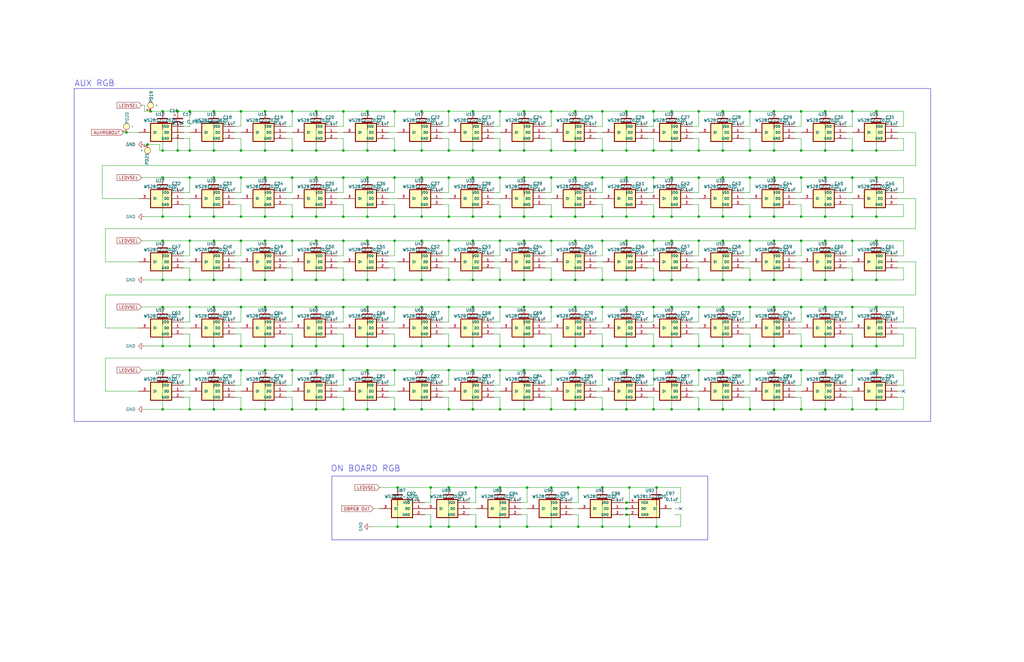
<source format=kicad_sch>
(kicad_sch (version 20231120) (generator "eeschema") (generator_version "8.0")
  (paper "User" 431.8 279.4)
  (title_block (rev "V.3") (company "ADDEYX"))
  (junction (at 101.6 46.99))
  (junction (at 62.23 60.96))
  (junction (at 304.8 129.54))
  (junction (at 294.64 46.99))
  (junction (at 177.8 74.93))
  (junction (at 123.19 46.99))
  (junction (at 90.17 91.44))
  (junction (at 177.8 63.5))
  (junction (at 220.98 156.21))
  (junction (at 111.76 172.72))
  (junction (at 369.57 46.99))
  (junction (at 68.58 46.99))
  (junction (at 232.41 74.93))
  (junction (at 347.98 118.11))
  (junction (at 90.17 63.5))
  (junction (at 254 222.25))
  (junction (at 337.82 156.21))
  (junction (at 123.19 91.44))
  (junction (at 326.39 156.21))
  (junction (at 199.39 101.6))
  (junction (at 326.39 101.6))
  (junction (at 232.41 146.05))
  (junction (at 359.41 129.54))
  (junction (at 111.76 74.93))
  (junction (at 316.23 74.93))
  (junction (at 123.19 129.54))
  (junction (at 90.17 172.72))
  (junction (at 189.23 63.5))
  (junction (at 337.82 129.54))
  (junction (at 242.57 156.21))
  (junction (at 210.82 91.44))
  (junction (at 154.94 172.72))
  (junction (at 304.8 46.99))
  (junction (at 347.98 46.99))
  (junction (at 189.23 101.6))
  (junction (at 254 172.72))
  (junction (at 200.66 205.74))
  (junction (at 177.8 156.21))
  (junction (at 304.8 172.72))
  (junction (at 294.64 146.05))
  (junction (at 199.39 74.93))
  (junction (at 90.17 129.54))
  (junction (at 254 74.93))
  (junction (at 264.16 146.05))
  (junction (at 123.19 74.93))
  (junction (at 123.19 172.72))
  (junction (at 111.76 63.5))
  (junction (at 316.23 118.11))
  (junction (at 275.59 91.44))
  (junction (at 123.19 146.05))
  (junction (at 111.76 91.44))
  (junction (at 359.41 172.72))
  (junction (at 283.21 146.05))
  (junction (at 220.98 74.93))
  (junction (at 199.39 129.54))
  (junction (at 133.35 63.5))
  (junction (at 101.6 91.44))
  (junction (at 254 101.6))
  (junction (at 304.8 101.6))
  (junction (at 210.82 101.6))
  (junction (at 304.8 156.21))
  (junction (at 133.35 146.05))
  (junction (at 189.23 156.21))
  (junction (at 111.76 146.05))
  (junction (at 90.17 101.6))
  (junction (at 166.37 91.44))
  (junction (at 166.37 74.93))
  (junction (at 264.16 46.99))
  (junction (at 347.98 74.93))
  (junction (at 264.16 217.17))
  (junction (at 304.8 146.05))
  (junction (at 166.37 101.6))
  (junction (at 222.25 222.25))
  (junction (at 123.19 118.11))
  (junction (at 189.23 222.25))
  (junction (at 232.41 156.21))
  (junction (at 276.86 205.74))
  (junction (at 265.43 205.74))
  (junction (at 154.94 129.54))
  (junction (at 294.64 156.21))
  (junction (at 347.98 91.44))
  (junction (at 80.01 101.6))
  (junction (at 177.8 101.6))
  (junction (at 369.57 156.21))
  (junction (at 359.41 146.05))
  (junction (at 275.59 74.93))
  (junction (at 232.41 205.74))
  (junction (at 101.6 172.72))
  (junction (at 177.8 118.11))
  (junction (at 316.23 91.44))
  (junction (at 111.76 101.6))
  (junction (at 304.8 118.11))
  (junction (at 154.94 91.44))
  (junction (at 220.98 63.5))
  (junction (at 232.41 101.6))
  (junction (at 166.37 146.05))
  (junction (at 326.39 118.11))
  (junction (at 68.58 129.54))
  (junction (at 369.57 118.11))
  (junction (at 181.61 222.25))
  (junction (at 101.6 146.05))
  (junction (at 242.57 129.54))
  (junction (at 264.16 212.09))
  (junction (at 294.64 74.93))
  (junction (at 68.58 172.72))
  (junction (at 275.59 156.21))
  (junction (at 68.58 156.21))
  (junction (at 369.57 63.5))
  (junction (at 369.57 129.54))
  (junction (at 90.17 74.93))
  (junction (at 166.37 63.5))
  (junction (at 144.78 118.11))
  (junction (at 154.94 74.93))
  (junction (at 275.59 129.54))
  (junction (at 177.8 146.05))
  (junction (at 254 129.54))
  (junction (at 111.76 118.11))
  (junction (at 347.98 172.72))
  (junction (at 220.98 118.11))
  (junction (at 242.57 46.99))
  (junction (at 369.57 146.05))
  (junction (at 189.23 172.72))
  (junction (at 80.01 146.05))
  (junction (at 90.17 146.05))
  (junction (at 80.01 129.54))
  (junction (at 276.86 222.25))
  (junction (at 80.01 118.11))
  (junction (at 220.98 129.54))
  (junction (at 181.61 205.74))
  (junction (at 232.41 91.44))
  (junction (at 68.58 63.5))
  (junction (at 189.23 46.99))
  (junction (at 337.82 63.5))
  (junction (at 68.58 146.05))
  (junction (at 123.19 156.21))
  (junction (at 144.78 146.05))
  (junction (at 337.82 74.93))
  (junction (at 210.82 146.05))
  (junction (at 337.82 146.05))
  (junction (at 74.93 46.99))
  (junction (at 220.98 91.44))
  (junction (at 189.23 74.93))
  (junction (at 359.41 91.44))
  (junction (at 242.57 74.93))
  (junction (at 199.39 118.11))
  (junction (at 243.84 205.74))
  (junction (at 369.57 172.72))
  (junction (at 304.8 63.5))
  (junction (at 220.98 146.05))
  (junction (at 232.41 172.72))
  (junction (at 210.82 222.25))
  (junction (at 177.8 129.54))
  (junction (at 144.78 156.21))
  (junction (at 167.64 205.74))
  (junction (at 101.6 156.21))
  (junction (at 167.64 222.25))
  (junction (at 242.57 118.11))
  (junction (at 294.64 101.6))
  (junction (at 111.76 46.99))
  (junction (at 254 118.11))
  (junction (at 264.16 156.21))
  (junction (at 210.82 118.11))
  (junction (at 264.16 172.72))
  (junction (at 294.64 118.11))
  (junction (at 283.21 46.99))
  (junction (at 101.6 129.54))
  (junction (at 326.39 146.05))
  (junction (at 275.59 63.5))
  (junction (at 264.16 101.6))
  (junction (at 232.41 63.5))
  (junction (at 232.41 129.54))
  (junction (at 199.39 46.99))
  (junction (at 144.78 46.99))
  (junction (at 154.94 118.11))
  (junction (at 220.98 46.99))
  (junction (at 337.82 172.72))
  (junction (at 222.25 205.74))
  (junction (at 242.57 146.05))
  (junction (at 80.01 172.72))
  (junction (at 80.01 91.44))
  (junction (at 264.16 129.54))
  (junction (at 80.01 46.99))
  (junction (at 316.23 156.21))
  (junction (at 90.17 156.21))
  (junction (at 369.57 91.44))
  (junction (at 154.94 63.5))
  (junction (at 359.41 156.21))
  (junction (at 242.57 101.6))
  (junction (at 133.35 74.93))
  (junction (at 210.82 46.99))
  (junction (at 166.37 172.72))
  (junction (at 144.78 172.72))
  (junction (at 283.21 172.72))
  (junction (at 283.21 156.21))
  (junction (at 254 91.44))
  (junction (at 154.94 146.05))
  (junction (at 337.82 118.11))
  (junction (at 243.84 222.25))
  (junction (at 264.16 63.5))
  (junction (at 80.01 63.5))
  (junction (at 199.39 172.72))
  (junction (at 154.94 101.6))
  (junction (at 316.23 46.99))
  (junction (at 123.19 63.5))
  (junction (at 326.39 91.44))
  (junction (at 326.39 172.72))
  (junction (at 210.82 156.21))
  (junction (at 264.16 91.44))
  (junction (at 101.6 118.11))
  (junction (at 133.35 101.6))
  (junction (at 254 46.99))
  (junction (at 232.41 222.25))
  (junction (at 347.98 63.5))
  (junction (at 123.19 101.6))
  (junction (at 177.8 91.44))
  (junction (at 304.8 91.44))
  (junction (at 283.21 129.54))
  (junction (at 166.37 129.54))
  (junction (at 210.82 63.5))
  (junction (at 133.35 156.21))
  (junction (at 133.35 129.54))
  (junction (at 337.82 101.6))
  (junction (at 154.94 156.21))
  (junction (at 111.76 129.54))
  (junction (at 199.39 91.44))
  (junction (at 210.82 129.54))
  (junction (at 133.35 118.11))
  (junction (at 166.37 118.11))
  (junction (at 68.58 74.93))
  (junction (at 242.57 91.44))
  (junction (at 220.98 101.6))
  (junction (at 304.8 74.93))
  (junction (at 177.8 46.99))
  (junction (at 337.82 91.44))
  (junction (at 283.21 101.6))
  (junction (at 359.41 74.93))
  (junction (at 294.64 63.5))
  (junction (at 189.23 205.74))
  (junction (at 101.6 101.6))
  (junction (at 264.16 118.11))
  (junction (at 144.78 91.44))
  (junction (at 189.23 118.11))
  (junction (at 369.57 101.6))
  (junction (at 316.23 146.05))
  (junction (at 133.35 91.44))
  (junction (at 347.98 156.21))
  (junction (at 254 63.5))
  (junction (at 294.64 172.72))
  (junction (at 242.57 63.5))
  (junction (at 189.23 146.05))
  (junction (at 316.23 101.6))
  (junction (at 359.41 63.5))
  (junction (at 210.82 205.74))
  (junction (at 144.78 74.93))
  (junction (at 326.39 46.99))
  (junction (at 90.17 46.99))
  (junction (at 144.78 101.6))
  (junction (at 294.64 129.54))
  (junction (at 210.82 172.72))
  (junction (at 166.37 46.99))
  (junction (at 254 146.05))
  (junction (at 326.39 63.5))
  (junction (at 275.59 101.6))
  (junction (at 199.39 156.21))
  (junction (at 189.23 91.44))
  (junction (at 294.64 91.44))
  (junction (at 232.41 46.99))
  (junction (at 177.8 172.72))
  (junction (at 359.41 101.6))
  (junction (at 359.41 118.11))
  (junction (at 242.57 172.72))
  (junction (at 199.39 63.5))
  (junction (at 133.35 172.72))
  (junction (at 283.21 74.93))
  (junction (at 275.59 172.72))
  (junction (at 101.6 63.5))
  (junction (at 275.59 46.99))
  (junction (at 316.23 63.5))
  (junction (at 144.78 63.5))
  (junction (at 53.34 55.88))
  (junction (at 80.01 74.93))
  (junction (at 68.58 101.6))
  (junction (at 347.98 101.6))
  (junction (at 254 156.21))
  (junction (at 68.58 91.44))
  (junction (at 63.5 46.99))
  (junction (at 90.17 118.11))
  (junction (at 210.82 74.93))
  (junction (at 232.41 118.11))
  (junction (at 359.41 46.99))
  (junction (at 68.58 118.11))
  (junction (at 283.21 63.5))
  (junction (at 220.98 172.72))
  (junction (at 326.39 74.93))
  (junction (at 326.39 129.54))
  (junction (at 144.78 129.54))
  (junction (at 189.23 129.54))
  (junction (at 80.01 156.21))
  (junction (at 264.16 214.63))
  (junction (at 254 205.74))
  (junction (at 101.6 74.93))
  (junction (at 316.23 172.72))
  (junction (at 283.21 118.11))
  (junction (at 264.16 74.93))
  (junction (at 347.98 129.54))
  (junction (at 347.98 146.05))
  (junction (at 111.76 156.21))
  (junction (at 316.23 129.54))
  (junction (at 74.93 63.5))
  (junction (at 275.59 146.05))
  (junction (at 166.37 156.21))
  (junction (at 133.35 46.99))
  (junction (at 265.43 222.25))
  (junction (at 199.39 146.05))
  (junction (at 275.59 118.11))
  (junction (at 369.57 74.93))
  (junction (at 200.66 222.25))
  (junction (at 154.94 46.99))
  (junction (at 283.21 91.44))
  (junction (at 337.82 46.99))
  (no_connect (at 381 165.1))
  (no_connect (at 287.02 214.63))
  (wire (pts (xy 229.87 138.43) (xy 232.41 138.43)))
  (wire (pts (xy 283.21 137.16) (xy 283.21 146.05)))
  (wire (pts (xy 219.71 214.63) (xy 222.25 214.63)))
  (wire (pts (xy 101.6 167.64) (xy 101.6 172.72)))
  (wire (pts (xy 254 129.54) (xy 254 135.89)))
  (wire (pts (xy 378.46 86.36) (xy 381 86.36)))
  (wire (pts (xy 276.86 213.36) (xy 276.86 222.25)))
  (wire (pts (xy 275.59 101.6) (xy 275.59 107.95)))
  (wire (pts (xy 222.25 217.17) (xy 222.25 222.25)))
  (wire (pts (xy 232.41 118.11) (xy 242.57 118.11)))
  (wire (pts (xy 262.89 212.09) (xy 264.16 212.09)))
  (wire (pts (xy 275.59 129.54) (xy 283.21 129.54)))
  (wire (pts (xy 275.59 58.42) (xy 275.59 63.5)))
  (wire (pts (xy 275.59 129.54) (xy 275.59 135.89)))
  (wire (pts (xy 229.87 55.88) (xy 232.41 55.88)))
  (wire (pts (xy 229.87 83.82) (xy 232.41 83.82)))
  (wire (pts (xy 80.01 167.64) (xy 80.01 172.72)))
  (wire (pts (xy 264.16 91.44) (xy 275.59 91.44)))
  (wire (pts (xy 120.65 110.49) (xy 123.19 110.49)))
  (wire (pts (xy 74.93 54.61) (xy 74.93 63.5)))
  (wire (pts (xy 200.66 222.25) (xy 210.82 222.25)))
  (wire (pts (xy 232.41 86.36) (xy 232.41 91.44)))
  (wire (pts (xy 304.8 91.44) (xy 316.23 91.44)))
  (wire (pts (xy 316.23 101.6) (xy 316.23 107.95)))
  (wire (pts (xy 101.6 74.93) (xy 111.76 74.93)))
  (wire (pts (xy 381 58.42) (xy 381 63.5)))
  (wire (pts (xy 166.37 74.93) (xy 177.8 74.93)))
  (wire (pts (xy 167.64 165.1) (xy 163.83 165.1)))
  (wire (pts (xy 232.41 46.99) (xy 232.41 53.34)))
  (wire (pts (xy 111.76 137.16) (xy 111.76 146.05)))
  (wire (pts (xy 219.71 217.17) (xy 222.25 217.17)))
  (wire (pts (xy 220.98 156.21) (xy 232.41 156.21)))
  (wire (pts (xy 80.01 129.54) (xy 80.01 135.89)))
  (wire (pts (xy 166.37 63.5) (xy 177.8 63.5)))
  (wire (pts (xy 304.8 54.61) (xy 304.8 63.5)))
  (wire (pts (xy 144.78 129.54) (xy 154.94 129.54)))
  (wire (pts (xy 220.98 146.05) (xy 232.41 146.05)))
  (wire (pts (xy 304.8 156.21) (xy 316.23 156.21)))
  (wire (pts (xy 74.93 63.5) (xy 80.01 63.5)))
  (wire (pts (xy 199.39 163.83) (xy 199.39 172.72)))
  (wire (pts (xy 359.41 113.03) (xy 359.41 118.11)))
  (wire (pts (xy 335.28 140.97) (xy 337.82 140.97)))
  (wire (pts (xy 99.06 165.1) (xy 101.6 165.1)))
  (wire (pts (xy 142.24 58.42) (xy 144.78 58.42)))
  (wire (pts (xy 337.82 63.5) (xy 347.98 63.5)))
  (wire (pts (xy 359.41 146.05) (xy 369.57 146.05)))
  (wire (pts (xy 381 101.6) (xy 381 107.95)))
  (wire (pts (xy 111.76 91.44) (xy 123.19 91.44)))
  (wire (pts (xy 111.76 54.61) (xy 111.76 63.5)))
  (wire (pts (xy 229.87 53.34) (xy 232.41 53.34)))
  (wire (pts (xy 177.8 156.21) (xy 189.23 156.21)))
  (wire (pts (xy 273.05 58.42) (xy 275.59 58.42)))
  (wire (pts (xy 232.41 74.93) (xy 232.41 81.28)))
  (wire (pts (xy 210.82 46.99) (xy 220.98 46.99)))
  (wire (pts (xy 167.64 110.49) (xy 163.83 110.49)))
  (wire (pts (xy 304.8 146.05) (xy 316.23 146.05)))
  (wire (pts (xy 359.41 156.21) (xy 369.57 156.21)))
  (wire (pts (xy 189.23 172.72) (xy 199.39 172.72)))
  (wire (pts (xy 101.6 101.6) (xy 111.76 101.6)))
  (wire (pts (xy 292.1 167.64) (xy 294.64 167.64)))
  (wire (pts (xy 275.59 172.72) (xy 283.21 172.72)))
  (wire (pts (xy 181.61 205.74) (xy 181.61 212.09)))
  (wire (pts (xy 60.96 60.96) (xy 62.23 60.96)))
  (wire (pts (xy 337.82 113.03) (xy 337.82 118.11)))
  (wire (pts (xy 359.41 86.36) (xy 359.41 91.44)))
  (wire (pts (xy 335.28 107.95) (xy 337.82 107.95)))
  (wire (pts (xy 335.28 167.64) (xy 337.82 167.64)))
  (wire (pts (xy 356.87 140.97) (xy 359.41 140.97)))
  (wire (pts (xy 251.46 55.88) (xy 254 55.88)))
  (wire (pts (xy 210.82 146.05) (xy 220.98 146.05)))
  (wire (pts (xy 273.05 113.03) (xy 275.59 113.03)))
  (wire (pts (xy 251.46 107.95) (xy 254 107.95)))
  (wire (pts (xy 243.84 222.25) (xy 254 222.25)))
  (wire (pts (xy 265.43 205.74) (xy 276.86 205.74)))
  (wire (pts (xy 111.76 74.93) (xy 123.19 74.93)))
  (wire (pts (xy 199.39 146.05) (xy 210.82 146.05)))
  (wire (pts (xy 273.05 107.95) (xy 275.59 107.95)))
  (wire (pts (xy 264.16 101.6) (xy 275.59 101.6)))
  (wire (pts (xy 283.21 109.22) (xy 283.21 118.11)))
  (wire (pts (xy 232.41 46.99) (xy 242.57 46.99)))
  (wire (pts (xy 177.8 101.6) (xy 189.23 101.6)))
  (wire (pts (xy 359.41 91.44) (xy 369.57 91.44)))
  (wire (pts (xy 80.01 74.93) (xy 90.17 74.93)))
  (wire (pts (xy 232.41 172.72) (xy 242.57 172.72)))
  (wire (pts (xy 251.46 113.03) (xy 254 113.03)))
  (wire (pts (xy 359.41 46.99) (xy 369.57 46.99)))
  (wire (pts (xy 220.98 172.72) (xy 232.41 172.72)))
  (wire (pts (xy 313.69 140.97) (xy 316.23 140.97)))
  (wire (pts (xy 381 86.36) (xy 381 91.44)))
  (wire (pts (xy 337.82 58.42) (xy 337.82 63.5)))
  (wire (pts (xy 133.35 146.05) (xy 144.78 146.05)))
  (wire (pts (xy 292.1 55.88) (xy 294.64 55.88)))
  (wire (pts (xy 120.65 53.34) (xy 123.19 53.34)))
  (wire (pts (xy 186.69 83.82) (xy 189.23 83.82)))
  (wire (pts (xy 254 140.97) (xy 254 146.05)))
  (wire (pts (xy 292.1 53.34) (xy 294.64 53.34)))
  (wire (pts (xy 163.83 81.28) (xy 166.37 81.28)))
  (wire (pts (xy 356.87 167.64) (xy 359.41 167.64)))
  (wire (pts (xy 232.41 101.6) (xy 242.57 101.6)))
  (wire (pts (xy 313.69 165.1) (xy 316.23 165.1)))
  (wire (pts (xy 189.23 86.36) (xy 189.23 91.44)))
  (wire (pts (xy 326.39 54.61) (xy 326.39 63.5)))
  (wire (pts (xy 326.39 101.6) (xy 337.82 101.6)))
  (wire (pts (xy 232.41 156.21) (xy 242.57 156.21)))
  (wire (pts (xy 189.23 63.5) (xy 199.39 63.5)))
  (wire (pts (xy 63.5 46.99) (xy 68.58 46.99)))
  (wire (pts (xy 166.37 58.42) (xy 166.37 63.5)))
  (wire (pts (xy 111.76 172.72) (xy 123.19 172.72)))
  (wire (pts (xy 68.58 74.93) (xy 80.01 74.93)))
  (wire (pts (xy 220.98 54.61) (xy 220.98 63.5)))
  (wire (pts (xy 186.69 113.03) (xy 189.23 113.03)))
  (wire (pts (xy 254 172.72) (xy 264.16 172.72)))
  (wire (pts (xy 313.69 138.43) (xy 316.23 138.43)))
  (wire (pts (xy 294.64 146.05) (xy 304.8 146.05)))
  (wire (pts (xy 111.76 63.5) (xy 123.19 63.5)))
  (wire (pts (xy 335.28 55.88) (xy 337.82 55.88)))
  (wire (pts (xy 251.46 83.82) (xy 254 83.82)))
  (wire (pts (xy 264.16 214.63) (xy 265.43 214.63)))
  (wire (pts (xy 381 113.03) (xy 381 118.11)))
  (wire (pts (xy 287.02 217.17) (xy 287.02 222.25)))
  (wire (pts (xy 292.1 140.97) (xy 294.64 140.97)))
  (wire (pts (xy 316.23 146.05) (xy 326.39 146.05)))
  (wire (pts (xy 189.23 58.42) (xy 189.23 63.5)))
  (wire (pts (xy 241.3 212.09) (xy 243.84 212.09)))
  (wire (pts (xy 369.57 156.21) (xy 381 156.21)))
  (wire (pts (xy 186.69 58.42) (xy 189.23 58.42)))
  (wire (pts (xy 90.17 101.6) (xy 101.6 101.6)))
  (wire (pts (xy 313.69 81.28) (xy 316.23 81.28)))
  (wire (pts (xy 326.39 146.05) (xy 337.82 146.05)))
  (wire (pts (xy 80.01 140.97) (xy 80.01 146.05)))
  (wire (pts (xy 77.47 140.97) (xy 80.01 140.97)))
  (wire (pts (xy 77.47 83.82) (xy 80.01 83.82)))
  (wire (pts (xy 68.58 63.5) (xy 74.93 63.5)))
  (wire (pts (xy 242.57 46.99) (xy 254 46.99)))
  (wire (pts (xy 154.94 129.54) (xy 166.37 129.54)))
  (wire (pts (xy 80.01 46.99) (xy 80.01 53.34)))
  (wire (pts (xy 77.47 53.34) (xy 80.01 53.34)))
  (wire (pts (xy 264.16 82.55) (xy 264.16 91.44)))
  (wire (pts (xy 283.21 101.6) (xy 294.64 101.6)))
  (wire (pts (xy 68.58 101.6) (xy 80.01 101.6)))
  (wire (pts (xy 120.65 165.1) (xy 123.19 165.1)))
  (wire (pts (xy 337.82 146.05) (xy 347.98 146.05)))
  (wire (pts (xy 198.12 217.17) (xy 200.66 217.17)))
  (wire (pts (xy 294.64 113.03) (xy 294.64 118.11)))
  (wire (pts (xy 210.82 156.21) (xy 220.98 156.21)))
  (wire (pts (xy 68.58 54.61) (xy 68.58 63.5)))
  (wire (pts (xy 378.46 140.97) (xy 381 140.97)))
  (wire (pts (xy 111.76 109.22) (xy 111.76 118.11)))
  (wire (pts (xy 386.08 124.46) (xy 44.45 124.46)))
  (wire (pts (xy 179.07 212.09) (xy 181.61 212.09)))
  (wire (pts (xy 101.6 101.6) (xy 101.6 107.95)))
  (wire (pts (xy 123.19 129.54) (xy 123.19 135.89)))
  (wire (pts (xy 133.35 63.5) (xy 144.78 63.5)))
  (wire (pts (xy 220.98 129.54) (xy 232.41 129.54)))
  (wire (pts (xy 326.39 129.54) (xy 337.82 129.54)))
  (wire (pts (xy 166.37 146.05) (xy 177.8 146.05)))
  (wire (pts (xy 142.24 113.03) (xy 144.78 113.03)))
  (wire (pts (xy 208.28 83.82) (xy 210.82 83.82)))
  (wire (pts (xy 313.69 83.82) (xy 316.23 83.82)))
  (wire (pts (xy 68.58 146.05) (xy 80.01 146.05)))
  (wire (pts (xy 208.28 81.28) (xy 210.82 81.28)))
  (wire (pts (xy 101.6 118.11) (xy 111.76 118.11)))
  (wire (pts (xy 232.41 63.5) (xy 242.57 63.5)))
  (wire (pts (xy 242.57 101.6) (xy 254 101.6)))
  (wire (pts (xy 347.98 172.72) (xy 359.41 172.72)))
  (wire (pts (xy 154.94 163.83) (xy 154.94 172.72)))
  (wire (pts (xy 111.76 156.21) (xy 123.19 156.21)))
  (wire (pts (xy 313.69 107.95) (xy 316.23 107.95)))
  (wire (pts (xy 304.8 137.16) (xy 304.8 146.05)))
  (wire (pts (xy 99.06 110.49) (xy 101.6 110.49)))
  (wire (pts (xy 123.19 172.72) (xy 133.35 172.72)))
  (wire (pts (xy 283.21 46.99) (xy 294.64 46.99)))
  (wire (pts (xy 356.87 110.49) (xy 359.41 110.49)))
  (wire (pts (xy 123.19 156.21) (xy 123.19 162.56)))
  (wire (pts (xy 337.82 74.93) (xy 337.82 81.28)))
  (wire (pts (xy 229.87 167.64) (xy 232.41 167.64)))
  (wire (pts (xy 292.1 113.03) (xy 294.64 113.03)))
  (wire (pts (xy 80.01 58.42) (xy 80.01 63.5)))
  (wire (pts (xy 229.87 107.95) (xy 232.41 107.95)))
  (wire (pts (xy 123.19 86.36) (xy 123.19 91.44)))
  (wire (pts (xy 44.45 124.46) (xy 44.45 138.43)))
  (wire (pts (xy 242.57 82.55) (xy 242.57 91.44)))
  (wire (pts (xy 144.78 113.03) (xy 144.78 118.11)))
  (wire (pts (xy 77.47 162.56) (xy 80.01 162.56)))
  (wire (pts (xy 284.48 217.17) (xy 287.02 217.17)))
  (wire (pts (xy 242.57 63.5) (xy 254 63.5)))
  (wire (pts (xy 67.31 63.5) (xy 68.58 63.5)))
  (wire (pts (xy 179.07 217.17) (xy 181.61 217.17)))
  (wire (pts (xy 210.82 213.36) (xy 210.82 222.25)))
  (wire (pts (xy 200.66 217.17) (xy 200.66 222.25)))
  (wire (pts (xy 90.17 91.44) (xy 101.6 91.44)))
  (wire (pts (xy 242.57 129.54) (xy 254 129.54)))
  (wire (pts (xy 120.65 167.64) (xy 123.19 167.64)))
  (wire (pts (xy 386.08 151.13) (xy 44.45 151.13)))
  (wire (pts (xy 60.96 91.44) (xy 68.58 91.44)))
  (wire (pts (xy 359.41 101.6) (xy 359.41 107.95)))
  (wire (pts (xy 313.69 55.88) (xy 316.23 55.88)))
  (wire (pts (xy 144.78 74.93) (xy 154.94 74.93)))
  (wire (pts (xy 210.82 63.5) (xy 220.98 63.5)))
  (wire (pts (xy 229.87 58.42) (xy 232.41 58.42)))
  (wire (pts (xy 163.83 113.03) (xy 166.37 113.03)))
  (wire (pts (xy 347.98 63.5) (xy 359.41 63.5)))
  (wire (pts (xy 144.78 167.64) (xy 144.78 172.72)))
  (wire (pts (xy 242.57 163.83) (xy 242.57 172.72)))
  (wire (pts (xy 154.94 91.44) (xy 166.37 91.44)))
  (wire (pts (xy 68.58 137.16) (xy 68.58 146.05)))
  (wire (pts (xy 294.64 118.11) (xy 304.8 118.11)))
  (wire (pts (xy 208.28 55.88) (xy 210.82 55.88)))
  (wire (pts (xy 208.28 138.43) (xy 210.82 138.43)))
  (wire (pts (xy 133.35 137.16) (xy 133.35 146.05)))
  (wire (pts (xy 220.98 46.99) (xy 232.41 46.99)))
  (wire (pts (xy 254 118.11) (xy 264.16 118.11)))
  (wire (pts (xy 111.76 46.99) (xy 123.19 46.99)))
  (wire (pts (xy 133.35 172.72) (xy 144.78 172.72)))
  (wire (pts (xy 166.37 156.21) (xy 177.8 156.21)))
  (wire (pts (xy 316.23 129.54) (xy 316.23 135.89)))
  (wire (pts (xy 208.28 167.64) (xy 210.82 167.64)))
  (wire (pts (xy 241.3 214.63) (xy 243.84 214.63)))
  (wire (pts (xy 123.19 74.93) (xy 123.19 81.28)))
  (wire (pts (xy 356.87 107.95) (xy 359.41 107.95)))
  (wire (pts (xy 160.02 205.74) (xy 167.64 205.74)))
  (wire (pts (xy 275.59 167.64) (xy 275.59 172.72)))
  (wire (pts (xy 283.21 91.44) (xy 294.64 91.44)))
  (wire (pts (xy 283.21 172.72) (xy 294.64 172.72)))
  (wire (pts (xy 264.16 46.99) (xy 275.59 46.99)))
  (wire (pts (xy 273.05 162.56) (xy 275.59 162.56)))
  (wire (pts (xy 163.83 53.34) (xy 166.37 53.34)))
  (wire (pts (xy 120.65 107.95) (xy 123.19 107.95)))
  (wire (pts (xy 210.82 86.36) (xy 210.82 91.44)))
  (wire (pts (xy 90.17 74.93) (xy 101.6 74.93)))
  (wire (pts (xy 335.28 58.42) (xy 337.82 58.42)))
  (wire (pts (xy 347.98 109.22) (xy 347.98 118.11)))
  (wire (pts (xy 177.8 137.16) (xy 177.8 146.05)))
  (wire (pts (xy 337.82 91.44) (xy 347.98 91.44)))
  (wire (pts (xy 90.17 82.55) (xy 90.17 91.44)))
  (wire (pts (xy 80.01 63.5) (xy 90.17 63.5)))
  (wire (pts (xy 166.37 91.44) (xy 177.8 91.44)))
  (wire (pts (xy 186.69 165.1) (xy 189.23 165.1)))
  (wire (pts (xy 229.87 113.03) (xy 232.41 113.03)))
  (wire (pts (xy 177.8 129.54) (xy 189.23 129.54)))
  (wire (pts (xy 60.96 46.99) (xy 63.5 46.99)))
  (wire (pts (xy 347.98 74.93) (xy 359.41 74.93)))
  (wire (pts (xy 177.8 54.61) (xy 177.8 63.5)))
  (wire (pts (xy 275.59 101.6) (xy 283.21 101.6)))
  (wire (pts (xy 326.39 118.11) (xy 337.82 118.11)))
  (wire (pts (xy 99.06 167.64) (xy 101.6 167.64)))
  (wire (pts (xy 101.6 46.99) (xy 111.76 46.99)))
  (wire (pts (xy 294.64 167.64) (xy 294.64 172.72)))
  (wire (pts (xy 262.89 217.17) (xy 264.16 217.17)))
  (wire (pts (xy 80.01 74.93) (xy 80.01 81.28)))
  (wire (pts (xy 167.64 83.82) (xy 163.83 83.82)))
  (wire (pts (xy 275.59 156.21) (xy 283.21 156.21)))
  (wire (pts (xy 264.16 217.17) (xy 265.43 217.17)))
  (wire (pts (xy 101.6 63.5) (xy 111.76 63.5)))
  (wire (pts (xy 359.41 118.11) (xy 369.57 118.11)))
  (wire (pts (xy 264.16 74.93) (xy 275.59 74.93)))
  (wire (pts (xy 273.05 86.36) (xy 275.59 86.36)))
  (wire (pts (xy 181.61 217.17) (xy 181.61 222.25)))
  (wire (pts (xy 378.46 165.1) (xy 381 165.1)))
  (wire (pts (xy 359.41 74.93) (xy 369.57 74.93)))
  (wire (pts (xy 294.64 58.42) (xy 294.64 63.5)))
  (wire (pts (xy 294.64 101.6) (xy 304.8 101.6)))
  (wire (pts (xy 133.35 118.11) (xy 144.78 118.11)))
  (wire (pts (xy 283.21 129.54) (xy 294.64 129.54)))
  (wire (pts (xy 275.59 91.44) (xy 283.21 91.44)))
  (wire (pts (xy 133.35 101.6) (xy 144.78 101.6)))
  (wire (pts (xy 101.6 91.44) (xy 111.76 91.44)))
  (wire (pts (xy 347.98 146.05) (xy 359.41 146.05)))
  (wire (pts (xy 369.57 91.44) (xy 381 91.44)))
  (wire (pts (xy 177.8 82.55) (xy 177.8 91.44)))
  (wire (pts (xy 304.8 172.72) (xy 316.23 172.72)))
  (wire (pts (xy 163.83 86.36) (xy 166.37 86.36)))
  (wire (pts (xy 186.69 86.36) (xy 189.23 86.36)))
  (wire (pts (xy 347.98 118.11) (xy 359.41 118.11)))
  (wire (pts (xy 59.69 74.93) (xy 68.58 74.93)))
  (wire (pts (xy 144.78 118.11) (xy 154.94 118.11)))
  (wire (pts (xy 304.8 129.54) (xy 316.23 129.54)))
  (wire (pts (xy 232.41 146.05) (xy 242.57 146.05)))
  (wire (pts (xy 144.78 156.21) (xy 144.78 162.56)))
  (wire (pts (xy 144.78 101.6) (xy 154.94 101.6)))
  (wire (pts (xy 189.23 167.64) (xy 189.23 172.72)))
  (wire (pts (xy 229.87 165.1) (xy 232.41 165.1)))
  (wire (pts (xy 99.06 138.43) (xy 101.6 138.43)))
  (wire (pts (xy 199.39 118.11) (xy 210.82 118.11)))
  (wire (pts (xy 229.87 140.97) (xy 232.41 140.97)))
  (wire (pts (xy 316.23 46.99) (xy 326.39 46.99)))
  (wire (pts (xy 356.87 55.88) (xy 359.41 55.88)))
  (wire (pts (xy 166.37 129.54) (xy 166.37 135.89)))
  (wire (pts (xy 326.39 137.16) (xy 326.39 146.05)))
  (wire (pts (xy 99.06 113.03) (xy 101.6 113.03)))
  (wire (pts (xy 163.83 135.89) (xy 166.37 135.89)))
  (wire (pts (xy 123.19 91.44) (xy 133.35 91.44)))
  (wire (pts (xy 369.57 172.72) (xy 381 172.72)))
  (wire (pts (xy 313.69 110.49) (xy 316.23 110.49)))
  (wire (pts (xy 284.48 214.63) (xy 287.02 214.63)))
  (wire (pts (xy 316.23 172.72) (xy 326.39 172.72)))
  (wire (pts (xy 189.23 140.97) (xy 189.23 146.05)))
  (wire (pts (xy 80.01 91.44) (xy 90.17 91.44)))
  (wire (pts (xy 292.1 165.1) (xy 294.64 165.1)))
  (wire (pts (xy 210.82 74.93) (xy 210.82 81.28)))
  (wire (pts (xy 208.28 86.36) (xy 210.82 86.36)))
  (wire (pts (xy 210.82 156.21) (xy 210.82 162.56)))
  (wire (pts (xy 189.23 46.99) (xy 199.39 46.99)))
  (wire (pts (xy 369.57 46.99) (xy 381 46.99)))
  (wire (pts (xy 294.64 172.72) (xy 304.8 172.72)))
  (wire (pts (xy 378.46 135.89) (xy 381 135.89)))
  (wire (pts (xy 369.57 74.93) (xy 381 74.93)))
  (wire (pts (xy 359.41 172.72) (xy 369.57 172.72)))
  (wire (pts (xy 44.45 151.13) (xy 44.45 165.1)))
  (wire (pts (xy 177.8 91.44) (xy 189.23 91.44)))
  (wire (pts (xy 292.1 135.89) (xy 294.64 135.89)))
  (wire (pts (xy 44.45 165.1) (xy 58.42 165.1)))
  (wire (pts (xy 275.59 86.36) (xy 275.59 91.44)))
  (wire (pts (xy 120.65 81.28) (xy 123.19 81.28)))
  (wire (pts (xy 232.41 129.54) (xy 232.41 135.89)))
  (wire (pts (xy 254 156.21) (xy 264.16 156.21)))
  (wire (pts (xy 154.94 101.6) (xy 166.37 101.6)))
  (wire (pts (xy 144.78 129.54) (xy 144.78 135.89)))
  (wire (pts (xy 386.08 96.52) (xy 44.45 96.52)))
  (wire (pts (xy 220.98 118.11) (xy 232.41 118.11)))
  (wire (pts (xy 264.16 163.83) (xy 264.16 172.72)))
  (wire (pts (xy 275.59 63.5) (xy 283.21 63.5)))
  (wire (pts (xy 68.58 156.21) (xy 80.01 156.21)))
  (wire (pts (xy 123.19 101.6) (xy 133.35 101.6)))
  (wire (pts (xy 43.18 69.85) (xy 43.18 83.82)))
  (wire (pts (xy 123.19 46.99) (xy 123.19 53.34)))
  (wire (pts (xy 335.28 135.89) (xy 337.82 135.89)))
  (wire (pts (xy 101.6 46.99) (xy 101.6 53.34)))
  (wire (pts (xy 304.8 101.6) (xy 316.23 101.6)))
  (wire (pts (xy 294.64 91.44) (xy 304.8 91.44)))
  (wire (pts (xy 133.35 91.44) (xy 144.78 91.44)))
  (wire (pts (xy 80.01 146.05) (xy 90.17 146.05)))
  (wire (pts (xy 386.08 55.88) (xy 386.08 69.85)))
  (wire (pts (xy 101.6 113.03) (xy 101.6 118.11)))
  (wire (pts (xy 316.23 140.97) (xy 316.23 146.05)))
  (wire (pts (xy 123.19 140.97) (xy 123.19 146.05)))
  (wire (pts (xy 120.65 135.89) (xy 123.19 135.89)))
  (wire (pts (xy 154.94 172.72) (xy 166.37 172.72)))
  (wire (pts (xy 229.87 81.28) (xy 232.41 81.28)))
  (wire (pts (xy 68.58 109.22) (xy 68.58 118.11)))
  (wire (pts (xy 60.96 118.11) (xy 68.58 118.11)))
  (wire (pts (xy 378.46 162.56) (xy 381 162.56)))
  (wire (pts (xy 254 167.64) (xy 254 172.72)))
  (wire (pts (xy 123.19 113.03) (xy 123.19 118.11)))
  (wire (pts (xy 111.76 129.54) (xy 123.19 129.54)))
  (wire (pts (xy 276.86 205.74) (xy 287.02 205.74)))
  (wire (pts (xy 111.76 82.55) (xy 111.76 91.44)))
  (wire (pts (xy 123.19 74.93) (xy 133.35 74.93)))
  (wire (pts (xy 313.69 86.36) (xy 316.23 86.36)))
  (wire (pts (xy 273.05 135.89) (xy 275.59 135.89)))
  (wire (pts (xy 120.65 138.43) (xy 123.19 138.43)))
  (wire (pts (xy 359.41 156.21) (xy 359.41 162.56)))
  (wire (pts (xy 199.39 156.21) (xy 210.82 156.21)))
  (wire (pts (xy 347.98 91.44) (xy 359.41 91.44)))
  (wire (pts (xy 304.8 109.22) (xy 304.8 118.11)))
  (wire (pts (xy 283.21 54.61) (xy 283.21 63.5)))
  (wire (pts (xy 198.12 212.09) (xy 200.66 212.09)))
  (wire (pts (xy 337.82 156.21) (xy 337.82 162.56)))
  (wire (pts (xy 177.8 146.05) (xy 189.23 146.05)))
  (wire (pts (xy 142.24 86.36) (xy 144.78 86.36)))
  (wire (pts (xy 254 91.44) (xy 264.16 91.44)))
  (wire (pts (xy 381 156.21) (xy 381 162.56)))
  (wire (pts (xy 123.19 58.42) (xy 123.19 63.5)))
  (wire (pts (xy 120.65 113.03) (xy 123.19 113.03)))
  (wire (pts (xy 189.23 156.21) (xy 199.39 156.21)))
  (wire (pts (xy 242.57 146.05) (xy 254 146.05)))
  (wire (pts (xy 292.1 86.36) (xy 294.64 86.36)))
  (wire (pts (xy 220.98 163.83) (xy 220.98 172.72)))
  (wire (pts (xy 208.28 162.56) (xy 210.82 162.56)))
  (wire (pts (xy 199.39 74.93) (xy 210.82 74.93)))
  (wire (pts (xy 177.8 172.72) (xy 189.23 172.72)))
  (wire (pts (xy 347.98 137.16) (xy 347.98 146.05)))
  (wire (pts (xy 198.12 214.63) (xy 200.66 214.63)))
  (wire (pts (xy 232.41 140.97) (xy 232.41 146.05)))
  (wire (pts (xy 60.96 146.05) (xy 68.58 146.05)))
  (wire (pts (xy 316.23 91.44) (xy 326.39 91.44)))
  (wire (pts (xy 254 101.6) (xy 254 107.95)))
  (wire (pts (xy 316.23 63.5) (xy 326.39 63.5)))
  (wire (pts (xy 294.64 74.93) (xy 304.8 74.93)))
  (wire (pts (xy 90.17 146.05) (xy 101.6 146.05)))
  (wire (pts (xy 273.05 53.34) (xy 275.59 53.34)))
  (wire (pts (xy 142.24 165.1) (xy 144.78 165.1)))
  (wire (pts (xy 111.76 163.83) (xy 111.76 172.72)))
  (wire (pts (xy 142.24 135.89) (xy 144.78 135.89)))
  (wire (pts (xy 232.41 213.36) (xy 232.41 222.25)))
  (wire (pts (xy 241.3 217.17) (xy 243.84 217.17)))
  (wire (pts (xy 181.61 222.25) (xy 189.23 222.25)))
  (wire (pts (xy 163.83 58.42) (xy 166.37 58.42)))
  (wire (pts (xy 220.98 101.6) (xy 232.41 101.6)))
  (wire (pts (xy 251.46 135.89) (xy 254 135.89)))
  (wire (pts (xy 313.69 53.34) (xy 316.23 53.34)))
  (wire (pts (xy 90.17 118.11) (xy 101.6 118.11)))
  (wire (pts (xy 378.46 167.64) (xy 381 167.64)))
  (wire (pts (xy 242.57 74.93) (xy 254 74.93)))
  (wire (pts (xy 210.82 205.74) (xy 222.25 205.74)))
  (wire (pts (xy 292.1 110.49) (xy 294.64 110.49)))
  (wire (pts (xy 142.24 83.82) (xy 144.78 83.82)))
  (wire (pts (xy 208.28 107.95) (xy 210.82 107.95)))
  (wire (pts (xy 90.17 137.16) (xy 90.17 146.05)))
  (wire (pts (xy 186.69 135.89) (xy 189.23 135.89)))
  (wire (pts (xy 167.64 213.36) (xy 167.64 222.25)))
  (wire (pts (xy 99.06 81.28) (xy 101.6 81.28)))
  (wire (pts (xy 283.21 82.55) (xy 283.21 91.44)))
  (wire (pts (xy 210.82 140.97) (xy 210.82 146.05)))
  (wire (pts (xy 304.8 74.93) (xy 316.23 74.93)))
  (wire (pts (xy 144.78 146.05) (xy 154.94 146.05)))
  (wire (pts (xy 120.65 162.56) (xy 123.19 162.56)))
  (wire (pts (xy 381 74.93) (xy 381 81.28)))
  (wire (pts (xy 154.94 63.5) (xy 166.37 63.5)))
  (wire (pts (xy 378.46 58.42) (xy 381 58.42)))
  (wire (pts (xy 335.28 81.28) (xy 337.82 81.28)))
  (wire (pts (xy 251.46 167.64) (xy 254 167.64)))
  (wire (pts (xy 208.28 135.89) (xy 210.82 135.89)))
  (wire (pts (xy 254 58.42) (xy 254 63.5)))
  (wire (pts (xy 189.23 222.25) (xy 200.66 222.25)))
  (wire (pts (xy 199.39 109.22) (xy 199.39 118.11)))
  (wire (pts (xy 222.25 205.74) (xy 222.25 212.09)))
  (wire (pts (xy 80.01 118.11) (xy 90.17 118.11)))
  (wire (pts (xy 337.82 118.11) (xy 347.98 118.11)))
  (wire (pts (xy 275.59 156.21) (xy 275.59 162.56)))
  (wire (pts (xy 123.19 46.99) (xy 133.35 46.99)))
  (wire (pts (xy 167.64 205.74) (xy 181.61 205.74)))
  (wire (pts (xy 369.57 137.16) (xy 369.57 146.05)))
  (wire (pts (xy 242.57 172.72) (xy 254 172.72)))
  (wire (pts (xy 337.82 46.99) (xy 347.98 46.99)))
  (wire (pts (xy 189.23 74.93) (xy 189.23 81.28)))
  (wire (pts (xy 251.46 140.97) (xy 254 140.97)))
  (wire (pts (xy 335.28 162.56) (xy 337.82 162.56)))
  (wire (pts (xy 386.08 83.82) (xy 386.08 96.52)))
  (wire (pts (xy 335.28 86.36) (xy 337.82 86.36)))
  (wire (pts (xy 210.82 101.6) (xy 210.82 107.95)))
  (wire (pts (xy 43.18 83.82) (xy 58.42 83.82)))
  (wire (pts (xy 369.57 54.61) (xy 369.57 63.5)))
  (wire (pts (xy 292.1 107.95) (xy 294.64 107.95)))
  (wire (pts (xy 186.69 55.88) (xy 189.23 55.88)))
  (wire (pts (xy 144.78 140.97) (xy 144.78 146.05)))
  (wire (pts (xy 254 74.93) (xy 254 81.28)))
  (wire (pts (xy 142.24 107.95) (xy 144.78 107.95)))
  (wire (pts (xy 254 86.36) (xy 254 91.44)))
  (wire (pts (xy 77.47 81.28) (xy 80.01 81.28)))
  (wire (pts (xy 68.58 163.83) (xy 68.58 172.72)))
  (wire (pts (xy 210.82 118.11) (xy 220.98 118.11)))
  (wire (pts (xy 283.21 63.5) (xy 294.64 63.5)))
  (wire (pts (xy 283.21 118.11) (xy 294.64 118.11)))
  (wire (pts (xy 101.6 146.05) (xy 111.76 146.05)))
  (wire (pts (xy 378.46 81.28) (xy 381 81.28)))
  (wire (pts (xy 60.96 172.72) (xy 68.58 172.72)))
  (wire (pts (xy 44.45 96.52) (xy 44.45 110.49)))
  (wire (pts (xy 254 222.25) (xy 265.43 222.25)))
  (wire (pts (xy 144.78 63.5) (xy 154.94 63.5)))
  (wire (pts (xy 369.57 101.6) (xy 381 101.6)))
  (wire (pts (xy 232.41 222.25) (xy 243.84 222.25)))
  (wire (pts (xy 199.39 172.72) (xy 210.82 172.72)))
  (wire (pts (xy 142.24 167.64) (xy 144.78 167.64)))
  (wire (pts (xy 68.58 91.44) (xy 80.01 91.44)))
  (wire (pts (xy 304.8 82.55) (xy 304.8 91.44)))
  (wire (pts (xy 337.82 101.6) (xy 337.82 107.95)))
  (wire (pts (xy 275.59 146.05) (xy 283.21 146.05)))
  (wire (pts (xy 254 156.21) (xy 254 162.56)))
  (wire (pts (xy 220.98 109.22) (xy 220.98 118.11)))
  (wire (pts (xy 316.23 167.64) (xy 316.23 172.72)))
  (wire (pts (xy 262.89 214.63) (xy 264.16 214.63)))
  (wire (pts (xy 210.82 101.6) (xy 220.98 101.6)))
  (wire (pts (xy 356.87 138.43) (xy 359.41 138.43)))
  (wire (pts (xy 294.64 46.99) (xy 294.64 53.34)))
  (wire (pts (xy 166.37 118.11) (xy 177.8 118.11)))
  (wire (pts (xy 210.82 172.72) (xy 220.98 172.72)))
  (wire (pts (xy 337.82 74.93) (xy 347.98 74.93)))
  (wire (pts (xy 251.46 162.56) (xy 254 162.56)))
  (wire (pts (xy 199.39 54.61) (xy 199.39 63.5)))
  (wire (pts (xy 133.35 74.93) (xy 144.78 74.93)))
  (wire (pts (xy 68.58 129.54) (xy 80.01 129.54)))
  (wire (pts (xy 337.82 140.97) (xy 337.82 146.05)))
  (wire (pts (xy 210.82 222.25) (xy 222.25 222.25)))
  (wire (pts (xy 189.23 118.11) (xy 199.39 118.11)))
  (wire (pts (xy 294.64 74.93) (xy 294.64 81.28)))
  (wire (pts (xy 316.23 74.93) (xy 326.39 74.93)))
  (wire (pts (xy 219.71 212.09) (xy 222.25 212.09)))
  (wire (pts (xy 337.82 167.64) (xy 337.82 172.72)))
  (wire (pts (xy 242.57 109.22) (xy 242.57 118.11)))
  (wire (pts (xy 208.28 53.34) (xy 210.82 53.34)))
  (wire (pts (xy 199.39 46.99) (xy 210.82 46.99)))
  (wire (pts (xy 142.24 138.43) (xy 144.78 138.43)))
  (wire (pts (xy 210.82 46.99) (xy 210.82 53.34)))
  (wire (pts (xy 90.17 163.83) (xy 90.17 172.72)))
  (wire (pts (xy 144.78 172.72) (xy 154.94 172.72)))
  (wire (pts (xy 133.35 54.61) (xy 133.35 63.5)))
  (wire (pts (xy 356.87 162.56) (xy 359.41 162.56)))
  (wire (pts (xy 275.59 118.11) (xy 283.21 118.11)))
  (wire (pts (xy 120.65 140.97) (xy 123.19 140.97)))
  (wire (pts (xy 347.98 54.61) (xy 347.98 63.5)))
  (wire (pts (xy 200.66 205.74) (xy 200.66 212.09)))
  (wire (pts (xy 359.41 58.42) (xy 359.41 63.5)))
  (wire (pts (xy 52.07 55.88) (xy 53.34 55.88)))
  (wire (pts (xy 264.16 137.16) (xy 264.16 146.05)))
  (wire (pts (xy 166.37 172.72) (xy 177.8 172.72)))
  (wire (pts (xy 186.69 162.56) (xy 189.23 162.56)))
  (wire (pts (xy 265.43 222.25) (xy 276.86 222.25)))
  (wire (pts (xy 313.69 162.56) (xy 316.23 162.56)))
  (wire (pts (xy 359.41 74.93) (xy 359.41 81.28)))
  (wire (pts (xy 90.17 172.72) (xy 101.6 172.72)))
  (wire (pts (xy 356.87 83.82) (xy 359.41 83.82)))
  (wire (pts (xy 326.39 109.22) (xy 326.39 118.11)))
  (wire (pts (xy 222.25 222.25) (xy 232.41 222.25)))
  (wire (pts (xy 220.98 137.16) (xy 220.98 146.05)))
  (wire (pts (xy 264.16 156.21) (xy 275.59 156.21)))
  (wire (pts (xy 77.47 55.88) (xy 80.01 55.88)))
  (wire (pts (xy 381 167.64) (xy 381 172.72)))
  (wire (pts (xy 294.64 101.6) (xy 294.64 107.95)))
  (wire (pts (xy 326.39 74.93) (xy 337.82 74.93)))
  (wire (pts (xy 264.16 54.61) (xy 264.16 63.5)))
  (wire (pts (xy 316.23 113.03) (xy 316.23 118.11)))
  (wire (pts (xy 273.05 81.28) (xy 275.59 81.28)))
  (wire (pts (xy 208.28 110.49) (xy 210.82 110.49)))
  (wire (pts (xy 316.23 118.11) (xy 326.39 118.11)))
  (wire (pts (xy 77.47 107.95) (xy 80.01 107.95)))
  (wire (pts (xy 144.78 46.99) (xy 144.78 53.34)))
  (wire (pts (xy 316.23 58.42) (xy 316.23 63.5)))
  (wire (pts (xy 189.23 129.54) (xy 189.23 135.89)))
  (wire (pts (xy 62.23 60.96) (xy 67.31 60.96)))
  (wire (pts (xy 242.57 137.16) (xy 242.57 146.05)))
  (wire (pts (xy 90.17 46.99) (xy 101.6 46.99)))
  (wire (pts (xy 243.84 217.17) (xy 243.84 222.25)))
  (wire (pts (xy 199.39 91.44) (xy 210.82 91.44)))
  (wire (pts (xy 80.01 86.36) (xy 80.01 91.44)))
  (wire (pts (xy 292.1 138.43) (xy 294.64 138.43)))
  (wire (pts (xy 189.23 101.6) (xy 189.23 107.95)))
  (wire (pts (xy 208.28 140.97) (xy 210.82 140.97)))
  (wire (pts (xy 294.64 156.21) (xy 294.64 162.56)))
  (wire (pts (xy 186.69 138.43) (xy 189.23 138.43)))
  (wire (pts (xy 80.01 156.21) (xy 90.17 156.21)))
  (wire (pts (xy 166.37 101.6) (xy 177.8 101.6)))
  (wire (pts (xy 123.19 118.11) (xy 133.35 118.11)))
  (wire (pts (xy 154.94 46.99) (xy 166.37 46.99)))
  (wire (pts (xy 101.6 129.54) (xy 111.76 129.54)))
  (wire (pts (xy 254 113.03) (xy 254 118.11)))
  (wire (pts (xy 254 146.05) (xy 264.16 146.05)))
  (wire (pts (xy 80.01 156.21) (xy 80.01 162.56)))
  (wire (pts (xy 101.6 156.21) (xy 101.6 162.56)))
  (wire (pts (xy 189.23 213.36) (xy 189.23 222.25)))
  (wire (pts (xy 356.87 53.34) (xy 359.41 53.34)))
  (wire (pts (xy 77.47 86.36) (xy 80.01 86.36)))
  (wire (pts (xy 275.59 74.93) (xy 275.59 81.28)))
  (wire (pts (xy 186.69 140.97) (xy 189.23 140.97)))
  (wire (pts (xy 369.57 109.22) (xy 369.57 118.11)))
  (wire (pts (xy 264.16 146.05) (xy 275.59 146.05)))
  (wire (pts (xy 167.64 55.88) (xy 163.83 55.88)))
  (wire (pts (xy 254 213.36) (xy 254 222.25)))
  (wire (pts (xy 276.86 222.25) (xy 287.02 222.25)))
  (wire (pts (xy 154.94 118.11) (xy 166.37 118.11)))
  (wire (pts (xy 186.69 81.28) (xy 189.23 81.28)))
  (wire (pts (xy 264.16 109.22) (xy 264.16 118.11)))
  (wire (pts (xy 292.1 81.28) (xy 294.64 81.28)))
  (wire (pts (xy 304.8 163.83) (xy 304.8 172.72)))
  (wire (pts (xy 292.1 162.56) (xy 294.64 162.56)))
  (wire (pts (xy 254 101.6) (xy 264.16 101.6)))
  (wire (pts (xy 199.39 63.5) (xy 210.82 63.5)))
  (wire (pts (xy 229.87 135.89) (xy 232.41 135.89)))
  (wire (pts (xy 156.21 222.25) (xy 167.64 222.25)))
  (wire (pts (xy 80.01 129.54) (xy 90.17 129.54)))
  (wire (pts (xy 254 46.99) (xy 264.16 46.99)))
  (wire (pts (xy 369.57 118.11) (xy 381 118.11)))
  (wire (pts (xy 378.46 83.82) (xy 386.08 83.82)))
  (wire (pts (xy 99.06 83.82) (xy 101.6 83.82)))
  (wire (pts (xy 359.41 129.54) (xy 359.41 135.89)))
  (wire (pts (xy 166.37 140.97) (xy 166.37 146.05)))
  (wire (pts (xy 189.23 91.44) (xy 199.39 91.44)))
  (wire (pts (xy 142.24 81.28) (xy 144.78 81.28)))
  (wire (pts (xy 275.59 113.03) (xy 275.59 118.11)))
  (wire (pts (xy 254 74.93) (xy 264.16 74.93)))
  (wire (pts (xy 111.76 118.11) (xy 123.19 118.11)))
  (wire (pts (xy 154.94 74.93) (xy 166.37 74.93)))
  (wire (pts (xy 142.24 55.88) (xy 144.78 55.88)))
  (wire (pts (xy 359.41 129.54) (xy 369.57 129.54)))
  (wire (pts (xy 59.69 129.54) (xy 68.58 129.54)))
  (wire (pts (xy 111.76 101.6) (xy 123.19 101.6)))
  (wire (pts (xy 123.19 156.21) (xy 133.35 156.21)))
  (wire (pts (xy 166.37 101.6) (xy 166.37 107.95)))
  (wire (pts (xy 254 129.54) (xy 264.16 129.54)))
  (wire (pts (xy 59.69 101.6) (xy 68.58 101.6)))
  (wire (pts (xy 304.8 46.99) (xy 316.23 46.99)))
  (wire (pts (xy 144.78 58.42) (xy 144.78 63.5)))
  (wire (pts (xy 77.47 135.89) (xy 80.01 135.89)))
  (wire (pts (xy 378.46 113.03) (xy 381 113.03)))
  (wire (pts (xy 265.43 205.74) (xy 265.43 212.09)))
  (wire (pts (xy 80.01 172.72) (xy 90.17 172.72)))
  (wire (pts (xy 99.06 55.88) (xy 101.6 55.88)))
  (wire (pts (xy 251.46 58.42) (xy 254 58.42)))
  (wire (pts (xy 292.1 83.82) (xy 294.64 83.82)))
  (wire (pts (xy 120.65 58.42) (xy 123.19 58.42)))
  (wire (pts (xy 359.41 101.6) (xy 369.57 101.6)))
  (wire (pts (xy 337.82 46.99) (xy 337.82 53.34)))
  (wire (pts (xy 189.23 46.99) (xy 189.23 53.34)))
  (wire (pts (xy 283.21 146.05) (xy 294.64 146.05)))
  (wire (pts (xy 189.23 101.6) (xy 199.39 101.6)))
  (wire (pts (xy 123.19 129.54) (xy 133.35 129.54)))
  (wire (pts (xy 356.87 81.28) (xy 359.41 81.28)))
  (wire (pts (xy 326.39 63.5) (xy 337.82 63.5)))
  (wire (pts (xy 99.06 107.95) (xy 101.6 107.95)))
  (wire (pts (xy 335.28 165.1) (xy 337.82 165.1)))
  (wire (pts (xy 199.39 137.16) (xy 199.39 146.05)))
  (wire (pts (xy 186.69 110.49) (xy 189.23 110.49)))
  (wire (pts (xy 60.96 44.45) (xy 60.96 46.99)))
  (wire (pts (xy 77.47 113.03) (xy 80.01 113.03)))
  (wire (pts (xy 111.76 146.05) (xy 123.19 146.05)))
  (wire (pts (xy 133.35 129.54) (xy 144.78 129.54)))
  (wire (pts (xy 200.66 205.74) (xy 210.82 205.74)))
  (wire (pts (xy 304.8 118.11) (xy 316.23 118.11)))
  (wire (pts (xy 59.69 44.45) (xy 60.96 44.45)))
  (wire (pts (xy 177.8 74.93) (xy 189.23 74.93)))
  (wire (pts (xy 378.46 55.88) (xy 386.08 55.88)))
  (wire (pts (xy 326.39 163.83) (xy 326.39 172.72)))
  (wire (pts (xy 189.23 156.21) (xy 189.23 162.56)))
  (wire (pts (xy 283.21 156.21) (xy 294.64 156.21)))
  (wire (pts (xy 90.17 156.21) (xy 101.6 156.21)))
  (wire (pts (xy 242.57 118.11) (xy 254 118.11)))
  (wire (pts (xy 378.46 53.34) (xy 381 53.34)))
  (wire (pts (xy 220.98 63.5) (xy 232.41 63.5)))
  (wire (pts (xy 381 140.97) (xy 381 146.05)))
  (wire (pts (xy 294.64 86.36) (xy 294.64 91.44)))
  (wire (pts (xy 199.39 101.6) (xy 210.82 101.6)))
  (wire (pts (xy 210.82 74.93) (xy 220.98 74.93)))
  (wire (pts (xy 378.46 138.43) (xy 386.08 138.43)))
  (wire (pts (xy 80.01 101.6) (xy 90.17 101.6)))
  (wire (pts (xy 189.23 129.54) (xy 199.39 129.54)))
  (wire (pts (xy 177.8 46.99) (xy 189.23 46.99)))
  (wire (pts (xy 199.39 82.55) (xy 199.39 91.44)))
  (wire (pts (xy 326.39 172.72) (xy 337.82 172.72)))
  (wire (pts (xy 123.19 167.64) (xy 123.19 172.72)))
  (wire (pts (xy 337.82 101.6) (xy 347.98 101.6)))
  (wire (pts (xy 189.23 74.93) (xy 199.39 74.93)))
  (wire (pts (xy 316.23 156.21) (xy 326.39 156.21)))
  (wire (pts (xy 294.64 46.99) (xy 304.8 46.99)))
  (wire (pts (xy 163.83 162.56) (xy 166.37 162.56)))
  (wire (pts (xy 283.21 163.83) (xy 283.21 172.72)))
  (wire (pts (xy 120.65 86.36) (xy 123.19 86.36)))
  (wire (pts (xy 144.78 91.44) (xy 154.94 91.44)))
  (wire (pts (xy 144.78 74.93) (xy 144.78 81.28)))
  (wire (pts (xy 369.57 146.05) (xy 381 146.05)))
  (wire (pts (xy 163.83 140.97) (xy 166.37 140.97)))
  (wire (pts (xy 222.25 205.74) (xy 232.41 205.74)))
  (wire (pts (xy 242.57 54.61) (xy 242.57 63.5)))
  (wire (pts (xy 44.45 110.49) (xy 58.42 110.49)))
  (wire (pts (xy 287.02 205.74) (xy 287.02 212.09)))
  (wire (pts (xy 316.23 86.36) (xy 316.23 91.44)))
  (wire (pts (xy 356.87 113.03) (xy 359.41 113.03)))
  (wire (pts (xy 208.28 58.42) (xy 210.82 58.42)))
  (wire (pts (xy 99.06 53.34) (xy 101.6 53.34)))
  (wire (pts (xy 142.24 53.34) (xy 144.78 53.34)))
  (wire (pts (xy 99.06 140.97) (xy 101.6 140.97)))
  (wire (pts (xy 154.94 137.16) (xy 154.94 146.05)))
  (wire (pts (xy 154.94 156.21) (xy 166.37 156.21)))
  (wire (pts (xy 335.28 110.49) (xy 337.82 110.49)))
  (wire (pts (xy 157.48 214.63) (xy 160.02 214.63)))
  (wire (pts (xy 67.31 60.96) (xy 67.31 63.5)))
  (wire (pts (xy 294.64 129.54) (xy 304.8 129.54)))
  (wire (pts (xy 90.17 109.22) (xy 90.17 118.11)))
  (wire (pts (xy 294.64 63.5) (xy 304.8 63.5)))
  (wire (pts (xy 337.82 156.21) (xy 347.98 156.21)))
  (wire (pts (xy 381 129.54) (xy 381 135.89)))
  (wire (pts (xy 90.17 54.61) (xy 90.17 63.5)))
  (wire (pts (xy 335.28 83.82) (xy 337.82 83.82)))
  (wire (pts (xy 101.6 140.97) (xy 101.6 146.05)))
  (wire (pts (xy 356.87 86.36) (xy 359.41 86.36)))
  (wire (pts (xy 120.65 55.88) (xy 123.19 55.88)))
  (wire (pts (xy 167.64 138.43) (xy 163.83 138.43)))
  (wire (pts (xy 177.8 109.22) (xy 177.8 118.11)))
  (wire (pts (xy 210.82 113.03) (xy 210.82 118.11)))
  (wire (pts (xy 316.23 129.54) (xy 326.39 129.54)))
  (wire (pts (xy 210.82 129.54) (xy 220.98 129.54)))
  (wire (pts (xy 199.39 129.54) (xy 210.82 129.54)))
  (wire (pts (xy 189.23 205.74) (xy 200.66 205.74)))
  (wire (pts (xy 359.41 167.64) (xy 359.41 172.72)))
  (wire (pts (xy 369.57 63.5) (xy 381 63.5)))
  (wire (pts (xy 294.64 129.54) (xy 294.64 135.89)))
  (wire (pts (xy 90.17 129.54) (xy 101.6 129.54)))
  (wire (pts (xy 229.87 162.56) (xy 232.41 162.56)))
  (wire (pts (xy 166.37 46.99) (xy 177.8 46.99)))
  (wire (pts (xy 254 46.99) (xy 254 53.34)))
  (wire (pts (xy 144.78 46.99) (xy 154.94 46.99)))
  (wire (pts (xy 220.98 91.44) (xy 232.41 91.44)))
  (wire (pts (xy 232.41 91.44) (xy 242.57 91.44)))
  (wire (pts (xy 264.16 129.54) (xy 275.59 129.54)))
  (wire (pts (xy 292.1 58.42) (xy 294.64 58.42)))
  (wire (pts (xy 77.47 167.64) (xy 80.01 167.64)))
  (wire (pts (xy 144.78 101.6) (xy 144.78 107.95)))
  (wire (pts (xy 177.8 118.11) (xy 189.23 118.11)))
  (wire (pts (xy 275.59 46.99) (xy 275.59 53.34)))
  (wire (pts (xy 335.28 53.34) (xy 337.82 53.34)))
  (wire (pts (xy 264.16 63.5) (xy 275.59 63.5)))
  (wire (pts (xy 316.23 101.6) (xy 326.39 101.6)))
  (wire (pts (xy 242.57 156.21) (xy 254 156.21)))
  (wire (pts (xy 133.35 163.83) (xy 133.35 172.72)))
  (wire (pts (xy 251.46 110.49) (xy 254 110.49)))
  (wire (pts (xy 208.28 165.1) (xy 210.82 165.1)))
  (wire (pts (xy 294.64 140.97) (xy 294.64 146.05)))
  (wire (pts (xy 254 205.74) (xy 265.43 205.74)))
  (wire (pts (xy 163.83 107.95) (xy 166.37 107.95)))
  (wire (pts (xy 251.46 138.43) (xy 254 138.43)))
  (wire (pts (xy 232.41 113.03) (xy 232.41 118.11)))
  (wire (pts (xy 142.24 162.56) (xy 144.78 162.56)))
  (wire (pts (xy 133.35 82.55) (xy 133.35 91.44)))
  (wire (pts (xy 283.21 74.93) (xy 294.64 74.93)))
  (wire (pts (xy 166.37 113.03) (xy 166.37 118.11)))
  (wire (pts (xy 123.19 146.05) (xy 133.35 146.05)))
  (wire (pts (xy 68.58 172.72) (xy 80.01 172.72)))
  (wire (pts (xy 326.39 91.44) (xy 337.82 91.44)))
  (wire (pts (xy 99.06 162.56) (xy 101.6 162.56)))
  (wire (pts (xy 186.69 167.64) (xy 189.23 167.64)))
  (wire (pts (xy 166.37 129.54) (xy 177.8 129.54)))
  (wire (pts (xy 356.87 135.89) (xy 359.41 135.89)))
  (wire (pts (xy 359.41 140.97) (xy 359.41 146.05)))
  (wire (pts (xy 210.82 167.64) (xy 210.82 172.72)))
  (wire (pts (xy 166.37 74.93) (xy 166.37 81.28)))
  (wire (pts (xy 77.47 110.49) (xy 80.01 110.49)))
  (wire (pts (xy 154.94 109.22) (xy 154.94 118.11)))
  (wire (pts (xy 335.28 138.43) (xy 337.82 138.43)))
  (wire (pts (xy 220.98 74.93) (xy 232.41 74.93)))
  (wire (pts (xy 242.57 91.44) (xy 254 91.44)))
  (wire (pts (xy 335.28 113.03) (xy 337.82 113.03)))
  (wire (pts (xy 120.65 83.82) (xy 123.19 83.82)))
  (wire (pts (xy 74.93 46.99) (xy 80.01 46.99)))
  (wire (pts (xy 53.34 55.88) (xy 58.42 55.88)))
  (wire (pts (xy 189.23 146.05) (xy 199.39 146.05)))
  (wire (pts (xy 232.41 129.54) (xy 242.57 129.54)))
  (wire (pts (xy 326.39 46.99) (xy 337.82 46.99)))
  (wire (pts (xy 304.8 63.5) (xy 316.23 63.5)))
  (wire (pts (xy 232.41 167.64) (xy 232.41 172.72)))
  (wire (pts (xy 378.46 107.95) (xy 381 107.95)))
  (wire (pts (xy 77.47 165.1) (xy 80.01 165.1)))
  (wire (pts (xy 251.46 81.28) (xy 254 81.28)))
  (wire (pts (xy 381 46.99) (xy 381 53.34)))
  (wire (pts (xy 44.45 138.43) (xy 58.42 138.43)))
  (wire (pts (xy 186.69 53.34) (xy 189.23 53.34)))
  (wire (pts (xy 154.94 82.55) (xy 154.94 91.44)))
  (wire (pts (xy 326.39 156.21) (xy 337.82 156.21)))
  (wire (pts (xy 163.83 167.64) (xy 166.37 167.64)))
  (wire (pts (xy 181.61 205.74) (xy 189.23 205.74)))
  (wire (pts (xy 347.98 101.6) (xy 359.41 101.6)))
  (wire (pts (xy 208.28 113.03) (xy 210.82 113.03)))
  (wire (pts (xy 177.8 163.83) (xy 177.8 172.72)))
  (wire (pts (xy 142.24 110.49) (xy 144.78 110.49)))
  (wire (pts (xy 313.69 135.89) (xy 316.23 135.89)))
  (wire (pts (xy 166.37 156.21) (xy 166.37 162.56)))
  (wire (pts (xy 232.41 205.74) (xy 243.84 205.74)))
  (wire (pts (xy 68.58 118.11) (xy 80.01 118.11)))
  (wire (pts (xy 294.64 156.21) (xy 304.8 156.21)))
  (wire (pts (xy 232.41 101.6) (xy 232.41 107.95)))
  (wire (pts (xy 99.06 135.89) (xy 101.6 135.89)))
  (wire (pts (xy 210.82 129.54) (xy 210.82 135.89)))
  (wire (pts (xy 264.16 172.72) (xy 275.59 172.72)))
  (wire (pts (xy 316.23 46.99) (xy 316.23 53.34)))
  (wire (pts (xy 99.06 86.36) (xy 101.6 86.36)))
  (wire (pts (xy 347.98 163.83) (xy 347.98 172.72)))
  (wire (pts (xy 337.82 172.72) (xy 347.98 172.72)))
  (wire (pts (xy 123.19 101.6) (xy 123.19 107.95)))
  (wire (pts (xy 275.59 46.99) (xy 283.21 46.99)))
  (wire (pts (xy 232.41 58.42) (xy 232.41 63.5)))
  (wire (pts (xy 264.16 118.11) (xy 275.59 118.11)))
  (wire (pts (xy 243.84 205.74) (xy 243.84 212.09)))
  (wire (pts (xy 220.98 82.55) (xy 220.98 91.44)))
  (wire (pts (xy 99.06 58.42) (xy 101.6 58.42)))
  (wire (pts (xy 154.94 54.61) (xy 154.94 63.5)))
  (wire (pts (xy 101.6 156.21) (xy 111.76 156.21)))
  (wire (pts (xy 133.35 109.22) (xy 133.35 118.11)))
  (wire (pts (xy 284.48 212.09) (xy 287.02 212.09)))
  (wire (pts (xy 59.69 156.21) (xy 68.58 156.21)))
  (wire (pts (xy 347.98 46.99) (xy 359.41 46.99)))
  (wire (pts (xy 133.35 156.21) (xy 144.78 156.21)))
  (wire (pts (xy 313.69 58.42) (xy 316.23 58.42)))
  (wire (pts (xy 359.41 46.99) (xy 359.41 53.34)))
  (wire (pts (xy 232.41 156.21) (xy 232.41 162.56)))
  (wire (pts (xy 210.82 58.42) (xy 210.82 63.5)))
  (wire (pts (xy 166.37 46.99) (xy 166.37 53.34)))
  (wire (pts (xy 232.41 74.93) (xy 242.57 74.93)))
  (wire (pts (xy 369.57 163.83) (xy 369.57 172.72)))
  (wire (pts (xy 189.23 113.03) (xy 189.23 118.11)))
  (wire (pts (xy 356.87 165.1) (xy 359.41 165.1)))
  (wire (pts (xy 347.98 82.55) (xy 347.98 91.44)))
  (wire (pts (xy 273.05 140.97) (xy 275.59 140.97)))
  (wire (pts (xy 369.57 129.54) (xy 381 129.54)))
  (wire (pts (xy 369.57 82.55) (xy 369.57 91.44)))
  (wire (pts (xy 80.01 113.03) (xy 80.01 118.11)))
  (wire (pts (xy 386.08 110.49) (xy 386.08 124.46)))
  (wire (pts (xy 101.6 172.72) (xy 111.76 172.72)))
  (wire (pts (xy 251.46 53.34) (xy 254 53.34)))
  (wire (pts (xy 254 63.5) (xy 264.16 63.5)))
  (wire (pts (xy 347.98 129.54) (xy 359.41 129.54)))
  (wire (pts (xy 273.05 167.64) (xy 275.59 167.64)))
  (wire (pts (xy 133.35 46.99) (xy 144.78 46.99)))
  (wire (pts (xy 386.08 138.43) (xy 386.08 151.13)))
  (wire (pts (xy 142.24 140.97) (xy 144.78 140.97)))
  (wire (pts (xy 186.69 107.95) (xy 189.23 107.95)))
  (wire (pts (xy 337.82 129.54) (xy 337.82 135.89)))
  (wire (pts (xy 154.94 146.05) (xy 166.37 146.05)))
  (wire (pts (xy 229.87 110.49) (xy 232.41 110.49)))
  (wire (pts (xy 243.84 205.74) (xy 254 205.74)))
  (wire (pts (xy 326.39 82.55) (xy 326.39 91.44)))
  (wire (pts (xy 80.01 101.6) (xy 80.01 107.95)))
  (wire (pts (xy 264.16 212.09) (xy 265.43 212.09)))
  (wire (pts (xy 229.87 86.36) (xy 232.41 86.36)))
  (wire (pts (xy 359.41 63.5) (xy 369.57 63.5)))
  (wire (pts (xy 144.78 156.21) (xy 154.94 156.21)))
  (wire (pts (xy 275.59 74.93) (xy 283.21 74.93)))
  (wire (pts (xy 356.87 58.42) (xy 359.41 58.42)))
  (wire (pts (xy 123.19 63.5) (xy 133.35 63.5)))
  (wire (pts (xy 210.82 91.44) (xy 220.98 91.44)))
  (wire (pts (xy 77.47 58.42) (xy 80.01 58.42)))
  (wire (pts (xy 316.23 74.93) (xy 316.23 81.28)))
  (wire (pts (xy 90.17 63.5) (xy 101.6 63.5)))
  (wire (pts (xy 167.64 222.25) (xy 181.61 222.25)))
  (wire (pts (xy 378.46 110.49) (xy 386.08 110.49)))
  (wire (pts (xy 316.23 156.21) (xy 316.23 162.56)))
  (wire (pts (xy 313.69 167.64) (xy 316.23 167.64)))
  (wire (pts (xy 101.6 86.36) (xy 101.6 91.44)))
  (wire (pts (xy 177.8 63.5) (xy 189.23 63.5)))
  (wire (pts (xy 68.58 82.55) (xy 68.58 91.44)))
  (wire (pts (xy 275.59 140.97) (xy 275.59 146.05)))
  (wire (pts (xy 166.37 86.36) (xy 166.37 91.44)))
  (wire (pts (xy 251.46 165.1) (xy 254 165.1)))
  (wire (pts (xy 144.78 86.36) (xy 144.78 91.44)))
  (wire (pts (xy 101.6 129.54) (xy 101.6 135.89)))
  (wire (pts (xy 80.01 46.99) (xy 90.17 46.99)))
  (wire (pts (xy 77.47 138.43) (xy 80.01 138.43)))
  (wire (pts (xy 313.69 113.03) (xy 316.23 113.03)))
  (wire (pts (xy 68.58 46.99) (xy 74.93 46.99)))
  (wire (pts (xy 265.43 217.17) (xy 265.43 222.25)))
  (wire (pts (xy 337.82 129.54) (xy 347.98 129.54)))
  (wire (pts (xy 101.6 58.42) (xy 101.6 63.5)))
  (wire (pts (xy 251.46 86.36) (xy 254 86.36)))
  (wire (pts (xy 347.98 156.21) (xy 359.41 156.21)))
  (wire (pts (xy 43.18 69.85) (xy 386.08 69.85)))
  (wire (pts (xy 166.37 167.64) (xy 166.37 172.72)))
  (wire (pts (xy 101.6 74.93) (xy 101.6 81.28)))
  (wire (pts (xy 337.82 86.36) (xy 337.82 91.44)))
  (rectangle (start 31.242 37.338) (end 392.43 177.8))
  (rectangle (start 139.954 200.914) (end 298.45 227.838))
  (text "ON BOARD RGB" (at 154.178 197.866 0) (effects (font (size 2.54 2.54))))
  (text "AUX RGB\n" (at 39.878 35.306 0) (effects (font (size 2.54 2.54))))
  (global_label "LEDVSEL" (shape input) (at 59.69 101.6 180) (property "Intersheetrefs" "${INTERSHEET_REFS}" (effects (hide yes))))
  (global_label "LEDVSEL" (shape input) (at 59.69 44.45 180) (property "Intersheetrefs" "${INTERSHEET_REFS}" (effects (hide yes))))
  (global_label "OBRGB OUT" (shape input) (at 157.48 214.63 180) (property "Intersheetrefs" "${INTERSHEET_REFS}" (effects (hide yes))))
  (global_label "AUXRGBOUT" (shape input) (at 52.07 55.88 180) (property "Intersheetrefs" "${INTERSHEET_REFS}" (effects (hide yes))))
  (global_label "LEDVSEL" (shape input) (at 59.69 156.21 180) (property "Intersheetrefs" "${INTERSHEET_REFS}" (effects (hide yes))))
  (global_label "LEDVSEL" (shape input) (at 59.69 129.54 180) (property "Intersheetrefs" "${INTERSHEET_REFS}" (effects (hide yes))))
  (global_label "LEDVSEL" (shape input) (at 59.69 74.93 180) (property "Intersheetrefs" "${INTERSHEET_REFS}" (effects (hide yes))))
  (global_label "LEDVSEL" (shape input) (at 160.02 205.74 180) (property "Intersheetrefs" "${INTERSHEET_REFS}" (effects (hide yes))))
  (symbol (lib_id "Device:C") (at 283.21 133.35 0) (unit 1)
    (property "Reference" "C72" (at 287.02 132.0799 0) (effects (justify left)))
    (property "Value" "0.1uF" (at 287.02 134.6199 0) (effects (justify left)))
    (property "Footprint" "Capacitor_SMD:C_0603_1608Metric" (effects (hide yes)))
    (property "Description" "Unpolarized capacitor" (effects (hide yes)))
  )
  (symbol (lib_id "1_my_custom_symbol_library:WS2812-2020") (at 168.91 214.63 0) (unit 1)
    (property "Reference" "U87" (at 169.164 207.01 0))
    (property "Value" "WS2812-2020" (at 169.164 209.55 0))
    (property "Footprint" "1_my_custom_libary_pretty:LED_WS2812-2020" (effects (hide yes)))
    (property "MF" "Worldsemi" (effects (hide yes)))
    (property "MAXIMUM_PACKAGE_HEIGHT" "0.84 mm" (effects (hide yes)))
    (property "Package" "Package" (effects (hide yes)))
    (property "Price" "None" (effects (hide yes)))
    (property "Check_prices" "https://www.snapeda.com/parts/WS2812-2020/Worldsemi/view-part/?ref=eda" (effects (hide yes)))
    (property "STANDARD" "Manufacturer Recommendations" (effects (hide yes)))
    (property "PARTREV" "V1.3" (effects (hide yes)))
    (property "SnapEDA_Link" "https://www.snapeda.com/parts/WS2812-2020/Worldsemi/view-part/?ref=snap" (effects (hide yes)))
    (property "MP" "WS2812-2020" (effects (hide yes)))
    (property "Description_1" "\n                        \n                            Intelligent control LED light source, SMD-4\n                        \n" (effects (hide yes)))
    (property "MANUFACTURER" "Worldsemi" (effects (hide yes)))
    (property "Availability" "Not in stock" (effects (hide yes)))
    (property "SNAPEDA_PN" "WS2812-2020" (effects (hide yes)))
  )
  (symbol (lib_id "1_my_custom_symbol_library:WS2812-2020") (at 241.3 55.88 0) (unit 1)
    (property "Reference" "U20" (at 241.554 48.26 0))
    (property "Value" "WS2812-2020" (at 241.554 50.8 0))
    (property "Footprint" "1_my_custom_libary_pretty:LED_WS2812-2020" (effects (hide yes)))
    (property "MF" "Worldsemi" (effects (hide yes)))
    (property "MAXIMUM_PACKAGE_HEIGHT" "0.84 mm" (effects (hide yes)))
    (property "Package" "Package" (effects (hide yes)))
    (property "Price" "None" (effects (hide yes)))
    (property "Check_prices" "https://www.snapeda.com/parts/WS2812-2020/Worldsemi/view-part/?ref=eda" (effects (hide yes)))
    (property "STANDARD" "Manufacturer Recommendations" (effects (hide yes)))
    (property "PARTREV" "V1.3" (effects (hide yes)))
    (property "SnapEDA_Link" "https://www.snapeda.com/parts/WS2812-2020/Worldsemi/view-part/?ref=snap" (effects (hide yes)))
    (property "MP" "WS2812-2020" (effects (hide yes)))
    (property "Description_1" "\n                        \n                            Intelligent control LED light source, SMD-4\n                        \n" (effects (hide yes)))
    (property "MANUFACTURER" "Worldsemi" (effects (hide yes)))
    (property "Availability" "Not in stock" (effects (hide yes)))
    (property "SNAPEDA_PN" "WS2812-2020" (effects (hide yes)))
  )
  (symbol (lib_id "Device:C") (at 369.57 78.74 0) (unit 1)
    (property "Reference" "C46" (at 373.38 77.4699 0) (effects (justify left)))
    (property "Value" "0.1uF" (at 373.38 80.0099 0) (effects (justify left)))
    (property "Footprint" "Capacitor_SMD:C_0603_1608Metric" (effects (hide yes)))
    (property "Description" "Unpolarized capacitor" (effects (hide yes)))
  )
  (symbol (lib_id "1_my_custom_symbol_library:WS2812-2020") (at 262.89 165.1 0) (unit 1)
    (property "Reference" "U81" (at 263.144 157.48 0))
    (property "Value" "WS2812-2020" (at 263.144 160.02 0))
    (property "Footprint" "1_my_custom_libary_pretty:LED_WS2812-2020" (effects (hide yes)))
    (property "MF" "Worldsemi" (effects (hide yes)))
    (property "MAXIMUM_PACKAGE_HEIGHT" "0.84 mm" (effects (hide yes)))
    (property "Package" "Package" (effects (hide yes)))
    (property "Price" "None" (effects (hide yes)))
    (property "Check_prices" "https://www.snapeda.com/parts/WS2812-2020/Worldsemi/view-part/?ref=eda" (effects (hide yes)))
    (property "STANDARD" "Manufacturer Recommendations" (effects (hide yes)))
    (property "PARTREV" "V1.3" (effects (hide yes)))
    (property "SnapEDA_Link" "https://www.snapeda.com/parts/WS2812-2020/Worldsemi/view-part/?ref=snap" (effects (hide yes)))
    (property "MP" "WS2812-2020" (effects (hide yes)))
    (property "Description_1" "\n                        \n                            Intelligent control LED light source, SMD-4\n                        \n" (effects (hide yes)))
    (property "MANUFACTURER" "Worldsemi" (effects (hide yes)))
    (property "Availability" "Not in stock" (effects (hide yes)))
    (property "SNAPEDA_PN" "WS2812-2020" (effects (hide yes)))
  )
  (symbol (lib_id "Device:C") (at 111.76 133.35 0) (unit 1)
    (property "Reference" "C64" (at 115.57 132.0799 0) (effects (justify left)))
    (property "Value" "0.1uF" (at 115.57 134.6199 0) (effects (justify left)))
    (property "Footprint" "Capacitor_SMD:C_0603_1608Metric" (effects (hide yes)))
    (property "Description" "Unpolarized capacitor" (effects (hide yes)))
  )
  (symbol (lib_id "1_my_custom_symbol_library:WS2812-2020") (at 219.71 138.43 0) (unit 1)
    (property "Reference" "U64" (at 219.964 130.81 0))
    (property "Value" "WS2812-2020" (at 219.964 133.35 0))
    (property "Footprint" "1_my_custom_libary_pretty:LED_WS2812-2020" (effects (hide yes)))
    (property "MF" "Worldsemi" (effects (hide yes)))
    (property "MAXIMUM_PACKAGE_HEIGHT" "0.84 mm" (effects (hide yes)))
    (property "Package" "Package" (effects (hide yes)))
    (property "Price" "None" (effects (hide yes)))
    (property "Check_prices" "https://www.snapeda.com/parts/WS2812-2020/Worldsemi/view-part/?ref=eda" (effects (hide yes)))
    (property "STANDARD" "Manufacturer Recommendations" (effects (hide yes)))
    (property "PARTREV" "V1.3" (effects (hide yes)))
    (property "SnapEDA_Link" "https://www.snapeda.com/parts/WS2812-2020/Worldsemi/view-part/?ref=snap" (effects (hide yes)))
    (property "MP" "WS2812-2020" (effects (hide yes)))
    (property "Description_1" "\n                        \n                            Intelligent control LED light source, SMD-4\n                        \n" (effects (hide yes)))
    (property "MANUFACTURER" "Worldsemi" (effects (hide yes)))
    (property "Availability" "Not in stock" (effects (hide yes)))
    (property "SNAPEDA_PN" "WS2812-2020" (effects (hide yes)))
  )
  (symbol (lib_id "power:GND") (at 60.96 91.44 270) (unit 1)
    (property "Reference" "#PWR039" (effects (hide yes)))
    (property "Value" "GND" (at 57.15 91.4399 90) (effects (justify right)))
    (property "Description" "Power symbol creates a global label with name \"GND\" , ground" (effects (hide yes)))
  )
  (symbol (lib_id "Device:C") (at 220.98 78.74 0) (unit 1)
    (property "Reference" "C39" (at 224.79 77.4699 0) (effects (justify left)))
    (property "Value" "0.1uF" (at 224.79 80.0099 0) (effects (justify left)))
    (property "Footprint" "Capacitor_SMD:C_0603_1608Metric" (effects (hide yes)))
    (property "Description" "Unpolarized capacitor" (effects (hide yes)))
  )
  (symbol (lib_id "1_my_custom_symbol_library:WS2812-2020") (at 281.94 138.43 0) (unit 1)
    (property "Reference" "U67" (at 282.194 130.81 0))
    (property "Value" "WS2812-2020" (at 282.194 133.35 0))
    (property "Footprint" "1_my_custom_libary_pretty:LED_WS2812-2020" (effects (hide yes)))
    (property "MF" "Worldsemi" (effects (hide yes)))
    (property "MAXIMUM_PACKAGE_HEIGHT" "0.84 mm" (effects (hide yes)))
    (property "Package" "Package" (effects (hide yes)))
    (property "Price" "None" (effects (hide yes)))
    (property "Check_prices" "https://www.snapeda.com/parts/WS2812-2020/Worldsemi/view-part/?ref=eda" (effects (hide yes)))
    (property "STANDARD" "Manufacturer Recommendations" (effects (hide yes)))
    (property "PARTREV" "V1.3" (effects (hide yes)))
    (property "SnapEDA_Link" "https://www.snapeda.com/parts/WS2812-2020/Worldsemi/view-part/?ref=snap" (effects (hide yes)))
    (property "MP" "WS2812-2020" (effects (hide yes)))
    (property "Description_1" "\n                        \n                            Intelligent control LED light source, SMD-4\n                        \n" (effects (hide yes)))
    (property "MANUFACTURER" "Worldsemi" (effects (hide yes)))
    (property "Availability" "Not in stock" (effects (hide yes)))
    (property "SNAPEDA_PN" "WS2812-2020" (effects (hide yes)))
  )
  (symbol (lib_id "Device:C") (at 242.57 78.74 0) (unit 1)
    (property "Reference" "C40" (at 246.38 77.4699 0) (effects (justify left)))
    (property "Value" "0.1uF" (at 246.38 80.0099 0) (effects (justify left)))
    (property "Footprint" "Capacitor_SMD:C_0603_1608Metric" (effects (hide yes)))
    (property "Description" "Unpolarized capacitor" (effects (hide yes)))
  )
  (symbol (lib_id "1_my_custom_symbol_library:WS2812-2020") (at 67.31 110.49 0) (unit 1)
    (property "Reference" "U42" (at 67.564 102.87 0))
    (property "Value" "WS2812-2020" (at 67.564 105.41 0))
    (property "Footprint" "1_my_custom_libary_pretty:LED_WS2812-2020" (effects (hide yes)))
    (property "MF" "Worldsemi" (effects (hide yes)))
    (property "MAXIMUM_PACKAGE_HEIGHT" "0.84 mm" (effects (hide yes)))
    (property "Package" "Package" (effects (hide yes)))
    (property "Price" "None" (effects (hide yes)))
    (property "Check_prices" "https://www.snapeda.com/parts/WS2812-2020/Worldsemi/view-part/?ref=eda" (effects (hide yes)))
    (property "STANDARD" "Manufacturer Recommendations" (effects (hide yes)))
    (property "PARTREV" "V1.3" (effects (hide yes)))
    (property "SnapEDA_Link" "https://www.snapeda.com/parts/WS2812-2020/Worldsemi/view-part/?ref=snap" (effects (hide yes)))
    (property "MP" "WS2812-2020" (effects (hide yes)))
    (property "Description_1" "\n                        \n                            Intelligent control LED light source, SMD-4\n                        \n" (effects (hide yes)))
    (property "MANUFACTURER" "Worldsemi" (effects (hide yes)))
    (property "Availability" "Not in stock" (effects (hide yes)))
    (property "SNAPEDA_PN" "WS2812-2020" (effects (hide yes)))
  )
  (symbol (lib_id "1_my_custom_symbol_library:WS2812-2020") (at 262.89 55.88 0) (unit 1)
    (property "Reference" "U21" (at 263.144 48.26 0))
    (property "Value" "WS2812-2020" (at 263.144 50.8 0))
    (property "Footprint" "1_my_custom_libary_pretty:LED_WS2812-2020" (effects (hide yes)))
    (property "MF" "Worldsemi" (effects (hide yes)))
    (property "MAXIMUM_PACKAGE_HEIGHT" "0.84 mm" (effects (hide yes)))
    (property "Package" "Package" (effects (hide yes)))
    (property "Price" "None" (effects (hide yes)))
    (property "Check_prices" "https://www.snapeda.com/parts/WS2812-2020/Worldsemi/view-part/?ref=eda" (effects (hide yes)))
    (property "STANDARD" "Manufacturer Recommendations" (effects (hide yes)))
    (property "PARTREV" "V1.3" (effects (hide yes)))
    (property "SnapEDA_Link" "https://www.snapeda.com/parts/WS2812-2020/Worldsemi/view-part/?ref=snap" (effects (hide yes)))
    (property "MP" "WS2812-2020" (effects (hide yes)))
    (property "Description_1" "\n                        \n                            Intelligent control LED light source, SMD-4\n                        \n" (effects (hide yes)))
    (property "MANUFACTURER" "Worldsemi" (effects (hide yes)))
    (property "Availability" "Not in stock" (effects (hide yes)))
    (property "SNAPEDA_PN" "WS2812-2020" (effects (hide yes)))
  )
  (symbol (lib_id "Device:C") (at 304.8 50.8 0) (unit 1)
    (property "Reference" "C28" (at 308.61 49.5299 0) (effects (justify left)))
    (property "Value" "0.1uF" (at 308.61 52.0699 0) (effects (justify left)))
    (property "Footprint" "Capacitor_SMD:C_0603_1608Metric" (effects (hide yes)))
    (property "Description" "Unpolarized capacitor" (effects (hide yes)))
  )
  (symbol (lib_id "1_my_custom_symbol_library:WS2812-2020") (at 346.71 83.82 0) (unit 1)
    (property "Reference" "U40" (at 346.964 76.2 0))
    (property "Value" "WS2812-2020" (at 346.964 78.74 0))
    (property "Footprint" "1_my_custom_libary_pretty:LED_WS2812-2020" (effects (hide yes)))
    (property "MF" "Worldsemi" (effects (hide yes)))
    (property "MAXIMUM_PACKAGE_HEIGHT" "0.84 mm" (effects (hide yes)))
    (property "Package" "Package" (effects (hide yes)))
    (property "Price" "None" (effects (hide yes)))
    (property "Check_prices" "https://www.snapeda.com/parts/WS2812-2020/Worldsemi/view-part/?ref=eda" (effects (hide yes)))
    (property "STANDARD" "Manufacturer Recommendations" (effects (hide yes)))
    (property "PARTREV" "V1.3" (effects (hide yes)))
    (property "SnapEDA_Link" "https://www.snapeda.com/parts/WS2812-2020/Worldsemi/view-part/?ref=snap" (effects (hide yes)))
    (property "MP" "WS2812-2020" (effects (hide yes)))
    (property "Description_1" "\n                        \n                            Intelligent control LED light source, SMD-4\n                        \n" (effects (hide yes)))
    (property "MANUFACTURER" "Worldsemi" (effects (hide yes)))
    (property "Availability" "Not in stock" (effects (hide yes)))
    (property "SNAPEDA_PN" "WS2812-2020" (effects (hide yes)))
  )
  (symbol (lib_id "Device:C") (at 369.57 160.02 0) (unit 1)
    (property "Reference" "C91" (at 373.38 158.7499 0) (effects (justify left)))
    (property "Value" "0.1uF" (at 373.38 161.2899 0) (effects (justify left)))
    (property "Footprint" "Capacitor_SMD:C_0603_1608Metric" (effects (hide yes)))
    (property "Description" "Unpolarized capacitor" (effects (hide yes)))
  )
  (symbol (lib_id "1_my_custom_symbol_library:WS2812-2020") (at 132.08 55.88 0) (unit 1)
    (property "Reference" "U15" (at 132.334 48.26 0))
    (property "Value" "WS2812-2020" (at 132.334 50.8 0))
    (property "Footprint" "1_my_custom_libary_pretty:LED_WS2812-2020" (effects (hide yes)))
    (property "MF" "Worldsemi" (effects (hide yes)))
    (property "MAXIMUM_PACKAGE_HEIGHT" "0.84 mm" (effects (hide yes)))
    (property "Package" "Package" (effects (hide yes)))
    (property "Price" "None" (effects (hide yes)))
    (property "Check_prices" "https://www.snapeda.com/parts/WS2812-2020/Worldsemi/view-part/?ref=eda" (effects (hide yes)))
    (property "STANDARD" "Manufacturer Recommendations" (effects (hide yes)))
    (property "PARTREV" "V1.3" (effects (hide yes)))
    (property "SnapEDA_Link" "https://www.snapeda.com/parts/WS2812-2020/Worldsemi/view-part/?ref=snap" (effects (hide yes)))
    (property "MP" "WS2812-2020" (effects (hide yes)))
    (property "Description_1" "\n                        \n                            Intelligent control LED light source, SMD-4\n                        \n" (effects (hide yes)))
    (property "MANUFACTURER" "Worldsemi" (effects (hide yes)))
    (property "Availability" "Not in stock" (effects (hide yes)))
    (property "SNAPEDA_PN" "WS2812-2020" (effects (hide yes)))
  )
  (symbol (lib_id "1_my_custom_symbol_library:WS2812-2020") (at 368.3 83.82 0) (unit 1)
    (property "Reference" "U41" (at 368.554 76.2 0))
    (property "Value" "WS2812-2020" (at 368.554 78.74 0))
    (property "Footprint" "1_my_custom_libary_pretty:LED_WS2812-2020" (effects (hide yes)))
    (property "MF" "Worldsemi" (effects (hide yes)))
    (property "MAXIMUM_PACKAGE_HEIGHT" "0.84 mm" (effects (hide yes)))
    (property "Package" "Package" (effects (hide yes)))
    (property "Price" "None" (effects (hide yes)))
    (property "Check_prices" "https://www.snapeda.com/parts/WS2812-2020/Worldsemi/view-part/?ref=eda" (effects (hide yes)))
    (property "STANDARD" "Manufacturer Recommendations" (effects (hide yes)))
    (property "PARTREV" "V1.3" (effects (hide yes)))
    (property "SnapEDA_Link" "https://www.snapeda.com/parts/WS2812-2020/Worldsemi/view-part/?ref=snap" (effects (hide yes)))
    (property "MP" "WS2812-2020" (effects (hide yes)))
    (property "Description_1" "\n                        \n                            Intelligent control LED light source, SMD-4\n                        \n" (effects (hide yes)))
    (property "MANUFACTURER" "Worldsemi" (effects (hide yes)))
    (property "Availability" "Not in stock" (effects (hide yes)))
    (property "SNAPEDA_PN" "WS2812-2020" (effects (hide yes)))
  )
  (symbol (lib_id "Device:C") (at 283.21 78.74 0) (unit 1)
    (property "Reference" "C42" (at 287.02 77.4699 0) (effects (justify left)))
    (property "Value" "0.1uF" (at 287.02 80.0099 0) (effects (justify left)))
    (property "Footprint" "Capacitor_SMD:C_0603_1608Metric" (effects (hide yes)))
    (property "Description" "Unpolarized capacitor" (effects (hide yes)))
  )
  (symbol (lib_id "1_my_custom_symbol_library:WS2812-2020") (at 219.71 83.82 0) (unit 1)
    (property "Reference" "U34" (at 219.964 76.2 0))
    (property "Value" "WS2812-2020" (at 219.964 78.74 0))
    (property "Footprint" "1_my_custom_libary_pretty:LED_WS2812-2020" (effects (hide yes)))
    (property "MF" "Worldsemi" (effects (hide yes)))
    (property "MAXIMUM_PACKAGE_HEIGHT" "0.84 mm" (effects (hide yes)))
    (property "Package" "Package" (effects (hide yes)))
    (property "Price" "None" (effects (hide yes)))
    (property "Check_prices" "https://www.snapeda.com/parts/WS2812-2020/Worldsemi/view-part/?ref=eda" (effects (hide yes)))
    (property "STANDARD" "Manufacturer Recommendations" (effects (hide yes)))
    (property "PARTREV" "V1.3" (effects (hide yes)))
    (property "SnapEDA_Link" "https://www.snapeda.com/parts/WS2812-2020/Worldsemi/view-part/?ref=snap" (effects (hide yes)))
    (property "MP" "WS2812-2020" (effects (hide yes)))
    (property "Description_1" "\n                        \n                            Intelligent control LED light source, SMD-4\n                        \n" (effects (hide yes)))
    (property "MANUFACTURER" "Worldsemi" (effects (hide yes)))
    (property "Availability" "Not in stock" (effects (hide yes)))
    (property "SNAPEDA_PN" "WS2812-2020" (effects (hide yes)))
  )
  (symbol (lib_id "power:GND") (at 60.96 118.11 270) (unit 1)
    (property "Reference" "#PWR040" (effects (hide yes)))
    (property "Value" "GND" (at 57.15 118.1099 90) (effects (justify right)))
    (property "Description" "Power symbol creates a global label with name \"GND\" , ground" (effects (hide yes)))
  )
  (symbol (lib_id "1_my_custom_symbol_library:WS2812-2020") (at 67.31 165.1 0) (unit 1)
    (property "Reference" "U72" (at 67.564 157.48 0))
    (property "Value" "WS2812-2020" (at 67.564 160.02 0))
    (property "Footprint" "1_my_custom_libary_pretty:LED_WS2812-2020" (effects (hide yes)))
    (property "MF" "Worldsemi" (effects (hide yes)))
    (property "MAXIMUM_PACKAGE_HEIGHT" "0.84 mm" (effects (hide yes)))
    (property "Package" "Package" (effects (hide yes)))
    (property "Price" "None" (effects (hide yes)))
    (property "Check_prices" "https://www.snapeda.com/parts/WS2812-2020/Worldsemi/view-part/?ref=eda" (effects (hide yes)))
    (property "STANDARD" "Manufacturer Recommendations" (effects (hide yes)))
    (property "PARTREV" "V1.3" (effects (hide yes)))
    (property "SnapEDA_Link" "https://www.snapeda.com/parts/WS2812-2020/Worldsemi/view-part/?ref=snap" (effects (hide yes)))
    (property "MP" "WS2812-2020" (effects (hide yes)))
    (property "Description_1" "\n                        \n                            Intelligent control LED light source, SMD-4\n                        \n" (effects (hide yes)))
    (property "MANUFACTURER" "Worldsemi" (effects (hide yes)))
    (property "Availability" "Not in stock" (effects (hide yes)))
    (property "SNAPEDA_PN" "WS2812-2020" (effects (hide yes)))
  )
  (symbol (lib_id "1_my_custom_symbol_library:WS2812-2020") (at 88.9 110.49 0) (unit 1)
    (property "Reference" "U43" (at 89.154 102.87 0))
    (property "Value" "WS2812-2020" (at 89.154 105.41 0))
    (property "Footprint" "1_my_custom_libary_pretty:LED_WS2812-2020" (effects (hide yes)))
    (property "MF" "Worldsemi" (effects (hide yes)))
    (property "MAXIMUM_PACKAGE_HEIGHT" "0.84 mm" (effects (hide yes)))
    (property "Package" "Package" (effects (hide yes)))
    (property "Price" "None" (effects (hide yes)))
    (property "Check_prices" "https://www.snapeda.com/parts/WS2812-2020/Worldsemi/view-part/?ref=eda" (effects (hide yes)))
    (property "STANDARD" "Manufacturer Recommendations" (effects (hide yes)))
    (property "PARTREV" "V1.3" (effects (hide yes)))
    (property "SnapEDA_Link" "https://www.snapeda.com/parts/WS2812-2020/Worldsemi/view-part/?ref=snap" (effects (hide yes)))
    (property "MP" "WS2812-2020" (effects (hide yes)))
    (property "Description_1" "\n                        \n                            Intelligent control LED light source, SMD-4\n                        \n" (effects (hide yes)))
    (property "MANUFACTURER" "Worldsemi" (effects (hide yes)))
    (property "Availability" "Not in stock" (effects (hide yes)))
    (property "SNAPEDA_PN" "WS2812-2020" (effects (hide yes)))
  )
  (symbol (lib_id "1_my_custom_symbol_library:WS2812-2020") (at 241.3 165.1 0) (unit 1)
    (property "Reference" "U80" (at 241.554 157.48 0))
    (property "Value" "WS2812-2020" (at 241.554 160.02 0))
    (property "Footprint" "1_my_custom_libary_pretty:LED_WS2812-2020" (effects (hide yes)))
    (property "MF" "Worldsemi" (effects (hide yes)))
    (property "MAXIMUM_PACKAGE_HEIGHT" "0.84 mm" (effects (hide yes)))
    (property "Package" "Package" (effects (hide yes)))
    (property "Price" "None" (effects (hide yes)))
    (property "Check_prices" "https://www.snapeda.com/parts/WS2812-2020/Worldsemi/view-part/?ref=eda" (effects (hide yes)))
    (property "STANDARD" "Manufacturer Recommendations" (effects (hide yes)))
    (property "PARTREV" "V1.3" (effects (hide yes)))
    (property "SnapEDA_Link" "https://www.snapeda.com/parts/WS2812-2020/Worldsemi/view-part/?ref=snap" (effects (hide yes)))
    (property "MP" "WS2812-2020" (effects (hide yes)))
    (property "Description_1" "\n                        \n                            Intelligent control LED light source, SMD-4\n                        \n" (effects (hide yes)))
    (property "MANUFACTURER" "Worldsemi" (effects (hide yes)))
    (property "Availability" "Not in stock" (effects (hide yes)))
    (property "SNAPEDA_PN" "WS2812-2020" (effects (hide yes)))
  )
  (symbol (lib_id "Device:C") (at 199.39 50.8 0) (unit 1)
    (property "Reference" "C23" (at 203.2 49.5299 0) (effects (justify left)))
    (property "Value" "0.1uF" (at 203.2 52.0699 0) (effects (justify left)))
    (property "Footprint" "Capacitor_SMD:C_0603_1608Metric" (effects (hide yes)))
    (property "Description" "Unpolarized capacitor" (effects (hide yes)))
  )
  (symbol (lib_id "1_my_custom_symbol_library:WS2812-2020") (at 67.31 55.88 0) (unit 1)
    (property "Reference" "U12" (at 67.564 48.26 0))
    (property "Value" "WS2812-2020" (at 67.564 50.8 0))
    (property "Footprint" "1_my_custom_libary_pretty:LED_WS2812-2020" (effects (hide yes)))
    (property "MF" "Worldsemi" (effects (hide yes)))
    (property "MAXIMUM_PACKAGE_HEIGHT" "0.84 mm" (effects (hide yes)))
    (property "Package" "Package" (effects (hide yes)))
    (property "Price" "None" (effects (hide yes)))
    (property "Check_prices" "https://www.snapeda.com/parts/WS2812-2020/Worldsemi/view-part/?ref=eda" (effects (hide yes)))
    (property "STANDARD" "Manufacturer Recommendations" (effects (hide yes)))
    (property "PARTREV" "V1.3" (effects (hide yes)))
    (property "SnapEDA_Link" "https://www.snapeda.com/parts/WS2812-2020/Worldsemi/view-part/?ref=snap" (effects (hide yes)))
    (property "MP" "WS2812-2020" (effects (hide yes)))
    (property "Description_1" "\n                        \n                            Intelligent control LED light source, SMD-4\n                        \n" (effects (hide yes)))
    (property "MANUFACTURER" "Worldsemi" (effects (hide yes)))
    (property "Availability" "Not in stock" (effects (hide yes)))
    (property "SNAPEDA_PN" "WS2812-2020" (effects (hide yes)))
  )
  (symbol (lib_id "1_my_custom_symbol_library:WS2812-2020") (at 281.94 165.1 0) (unit 1)
    (property "Reference" "U82" (at 282.194 157.48 0))
    (property "Value" "WS2812-2020" (at 282.194 160.02 0))
    (property "Footprint" "1_my_custom_libary_pretty:LED_WS2812-2020" (effects (hide yes)))
    (property "MF" "Worldsemi" (effects (hide yes)))
    (property "MAXIMUM_PACKAGE_HEIGHT" "0.84 mm" (effects (hide yes)))
    (property "Package" "Package" (effects (hide yes)))
    (property "Price" "None" (effects (hide yes)))
    (property "Check_prices" "https://www.snapeda.com/parts/WS2812-2020/Worldsemi/view-part/?ref=eda" (effects (hide yes)))
    (property "STANDARD" "Manufacturer Recommendations" (effects (hide yes)))
    (property "PARTREV" "V1.3" (effects (hide yes)))
    (property "SnapEDA_Link" "https://www.snapeda.com/parts/WS2812-2020/Worldsemi/view-part/?ref=snap" (effects (hide yes)))
    (property "MP" "WS2812-2020" (effects (hide yes)))
    (property "Description_1" "\n                        \n                            Intelligent control LED light source, SMD-4\n                        \n" (effects (hide yes)))
    (property "MANUFACTURER" "Worldsemi" (effects (hide yes)))
    (property "Availability" "Not in stock" (effects (hide yes)))
    (property "SNAPEDA_PN" "WS2812-2020" (effects (hide yes)))
  )
  (symbol (lib_id "1_my_custom_symbol_library:WS2812-2020") (at 219.71 165.1 0) (unit 1)
    (property "Reference" "U79" (at 219.964 157.48 0))
    (property "Value" "WS2812-2020" (at 219.964 160.02 0))
    (property "Footprint" "1_my_custom_libary_pretty:LED_WS2812-2020" (effects (hide yes)))
    (property "MF" "Worldsemi" (effects (hide yes)))
    (property "MAXIMUM_PACKAGE_HEIGHT" "0.84 mm" (effects (hide yes)))
    (property "Package" "Package" (effects (hide yes)))
    (property "Price" "None" (effects (hide yes)))
    (property "Check_prices" "https://www.snapeda.com/parts/WS2812-2020/Worldsemi/view-part/?ref=eda" (effects (hide yes)))
    (property "STANDARD" "Manufacturer Recommendations" (effects (hide yes)))
    (property "PARTREV" "V1.3" (effects (hide yes)))
    (property "SnapEDA_Link" "https://www.snapeda.com/parts/WS2812-2020/Worldsemi/view-part/?ref=snap" (effects (hide yes)))
    (property "MP" "WS2812-2020" (effects (hide yes)))
    (property "Description_1" "\n                        \n                            Intelligent control LED light source, SMD-4\n                        \n" (effects (hide yes)))
    (property "MANUFACTURER" "Worldsemi" (effects (hide yes)))
    (property "Availability" "Not in stock" (effects (hide yes)))
    (property "SNAPEDA_PN" "WS2812-2020" (effects (hide yes)))
  )
  (symbol (lib_id "Device:C") (at 199.39 133.35 0) (unit 1)
    (property "Reference" "C68" (at 203.2 132.0799 0) (effects (justify left)))
    (property "Value" "0.1uF" (at 203.2 134.6199 0) (effects (justify left)))
    (property "Footprint" "Capacitor_SMD:C_0603_1608Metric" (effects (hide yes)))
    (property "Description" "Unpolarized capacitor" (effects (hide yes)))
  )
  (symbol (lib_id "Device:C") (at 177.8 133.35 0) (unit 1)
    (property "Reference" "C67" (at 181.61 132.0799 0) (effects (justify left)))
    (property "Value" "0.1uF" (at 181.61 134.6199 0) (effects (justify left)))
    (property "Footprint" "Capacitor_SMD:C_0603_1608Metric" (effects (hide yes)))
    (property "Description" "Unpolarized capacitor" (effects (hide yes)))
  )
  (symbol (lib_id "Device:C") (at 242.57 50.8 0) (unit 1)
    (property "Reference" "C25" (at 246.38 49.5299 0) (effects (justify left)))
    (property "Value" "0.1uF" (at 246.38 52.0699 0) (effects (justify left)))
    (property "Footprint" "Capacitor_SMD:C_0603_1608Metric" (effects (hide yes)))
    (property "Description" "Unpolarized capacitor" (effects (hide yes)))
  )
  (symbol (lib_id "Device:C") (at 189.23 209.55 0) (unit 1)
    (property "Reference" "C93" (at 193.04 208.2799 0) (effects (justify left)))
    (property "Value" "0.1uF" (at 193.04 210.8199 0) (effects (justify left)))
    (property "Footprint" "Capacitor_SMD:C_0603_1608Metric" (effects (hide yes)))
    (property "Description" "Unpolarized capacitor" (effects (hide yes)))
  )
  (symbol (lib_id "Device:C") (at 326.39 133.35 0) (unit 1)
    (property "Reference" "C74" (at 330.2 132.0799 0) (effects (justify left)))
    (property "Value" "0.1uF" (at 330.2 134.6199 0) (effects (justify left)))
    (property "Footprint" "Capacitor_SMD:C_0603_1608Metric" (effects (hide yes)))
    (property "Description" "Unpolarized capacitor" (effects (hide yes)))
  )
  (symbol (lib_id "1_my_custom_symbol_library:WS2812-2020") (at 153.67 110.49 0) (unit 1)
    (property "Reference" "U46" (at 153.924 102.87 0))
    (property "Value" "WS2812-2020" (at 153.924 105.41 0))
    (property "Footprint" "1_my_custom_libary_pretty:LED_WS2812-2020" (effects (hide yes)))
    (property "MF" "Worldsemi" (effects (hide yes)))
    (property "MAXIMUM_PACKAGE_HEIGHT" "0.84 mm" (effects (hide yes)))
    (property "Package" "Package" (effects (hide yes)))
    (property "Price" "None" (effects (hide yes)))
    (property "Check_prices" "https://www.snapeda.com/parts/WS2812-2020/Worldsemi/view-part/?ref=eda" (effects (hide yes)))
    (property "STANDARD" "Manufacturer Recommendations" (effects (hide yes)))
    (property "PARTREV" "V1.3" (effects (hide yes)))
    (property "SnapEDA_Link" "https://www.snapeda.com/parts/WS2812-2020/Worldsemi/view-part/?ref=snap" (effects (hide yes)))
    (property "MP" "WS2812-2020" (effects (hide yes)))
    (property "Description_1" "\n                        \n                            Intelligent control LED light source, SMD-4\n                        \n" (effects (hide yes)))
    (property "MANUFACTURER" "Worldsemi" (effects (hide yes)))
    (property "Availability" "Not in stock" (effects (hide yes)))
    (property "SNAPEDA_PN" "WS2812-2020" (effects (hide yes)))
  )
  (symbol (lib_id "1_my_custom_symbol_library:WS2812-2020") (at 88.9 83.82 0) (unit 1)
    (property "Reference" "U28" (at 89.154 76.2 0))
    (property "Value" "WS2812-2020" (at 89.154 78.74 0))
    (property "Footprint" "1_my_custom_libary_pretty:LED_WS2812-2020" (effects (hide yes)))
    (property "MF" "Worldsemi" (effects (hide yes)))
    (property "MAXIMUM_PACKAGE_HEIGHT" "0.84 mm" (effects (hide yes)))
    (property "Package" "Package" (effects (hide yes)))
    (property "Price" "None" (effects (hide yes)))
    (property "Check_prices" "https://www.snapeda.com/parts/WS2812-2020/Worldsemi/view-part/?ref=eda" (effects (hide yes)))
    (property "STANDARD" "Manufacturer Recommendations" (effects (hide yes)))
    (property "PARTREV" "V1.3" (effects (hide yes)))
    (property "SnapEDA_Link" "https://www.snapeda.com/parts/WS2812-2020/Worldsemi/view-part/?ref=snap" (effects (hide yes)))
    (property "MP" "WS2812-2020" (effects (hide yes)))
    (property "Description_1" "\n                        \n                            Intelligent control LED light source, SMD-4\n                        \n" (effects (hide yes)))
    (property "MANUFACTURER" "Worldsemi" (effects (hide yes)))
    (property "Availability" "Not in stock" (effects (hide yes)))
    (property "SNAPEDA_PN" "WS2812-2020" (effects (hide yes)))
  )
  (symbol (lib_id "1_my_custom_symbol_library:WS2812-2020") (at 198.12 138.43 0) (unit 1)
    (property "Reference" "U63" (at 198.374 130.81 0))
    (property "Value" "WS2812-2020" (at 198.374 133.35 0))
    (property "Footprint" "1_my_custom_libary_pretty:LED_WS2812-2020" (effects (hide yes)))
    (property "MF" "Worldsemi" (effects (hide yes)))
    (property "MAXIMUM_PACKAGE_HEIGHT" "0.84 mm" (effects (hide yes)))
    (property "Package" "Package" (effects (hide yes)))
    (property "Price" "None" (effects (hide yes)))
    (property "Check_prices" "https://www.snapeda.com/parts/WS2812-2020/Worldsemi/view-part/?ref=eda" (effects (hide yes)))
    (property "STANDARD" "Manufacturer Recommendations" (effects (hide yes)))
    (property "PARTREV" "V1.3" (effects (hide yes)))
    (property "SnapEDA_Link" "https://www.snapeda.com/parts/WS2812-2020/Worldsemi/view-part/?ref=snap" (effects (hide yes)))
    (property "MP" "WS2812-2020" (effects (hide yes)))
    (property "Description_1" "\n                        \n                            Intelligent control LED light source, SMD-4\n                        \n" (effects (hide yes)))
    (property "MANUFACTURER" "Worldsemi" (effects (hide yes)))
    (property "Availability" "Not in stock" (effects (hide yes)))
    (property "SNAPEDA_PN" "WS2812-2020" (effects (hide yes)))
  )
  (symbol (lib_id "power:GND") (at 60.96 172.72 270) (unit 1)
    (property "Reference" "#PWR042" (effects (hide yes)))
    (property "Value" "GND" (at 57.15 172.7199 90) (effects (justify right)))
    (property "Description" "Power symbol creates a global label with name \"GND\" , ground" (effects (hide yes)))
  )
  (symbol (lib_id "Device:C") (at 111.76 78.74 0) (unit 1)
    (property "Reference" "C34" (at 115.57 77.4699 0) (effects (justify left)))
    (property "Value" "0.1uF" (at 115.57 80.0099 0) (effects (justify left)))
    (property "Footprint" "Capacitor_SMD:C_0603_1608Metric" (effects (hide yes)))
    (property "Description" "Unpolarized capacitor" (effects (hide yes)))
  )
  (symbol (lib_id "1_my_custom_symbol_library:WS2812-2020") (at 241.3 110.49 0) (unit 1)
    (property "Reference" "U50" (at 241.554 102.87 0))
    (property "Value" "WS2812-2020" (at 241.554 105.41 0))
    (property "Footprint" "1_my_custom_libary_pretty:LED_WS2812-2020" (effects (hide yes)))
    (property "MF" "Worldsemi" (effects (hide yes)))
    (property "MAXIMUM_PACKAGE_HEIGHT" "0.84 mm" (effects (hide yes)))
    (property "Package" "Package" (effects (hide yes)))
    (property "Price" "None" (effects (hide yes)))
    (property "Check_prices" "https://www.snapeda.com/parts/WS2812-2020/Worldsemi/view-part/?ref=eda" (effects (hide yes)))
    (property "STANDARD" "Manufacturer Recommendations" (effects (hide yes)))
    (property "PARTREV" "V1.3" (effects (hide yes)))
    (property "SnapEDA_Link" "https://www.snapeda.com/parts/WS2812-2020/Worldsemi/view-part/?ref=snap" (effects (hide yes)))
    (property "MP" "WS2812-2020" (effects (hide yes)))
    (property "Description_1" "\n                        \n                            Intelligent control LED light source, SMD-4\n                        \n" (effects (hide yes)))
    (property "MANUFACTURER" "Worldsemi" (effects (hide yes)))
    (property "Availability" "Not in stock" (effects (hide yes)))
    (property "SNAPEDA_PN" "WS2812-2020" (effects (hide yes)))
  )
  (symbol (lib_id "Device:C") (at 111.76 105.41 0) (unit 1)
    (property "Reference" "C49" (at 115.57 104.1399 0) (effects (justify left)))
    (property "Value" "0.1uF" (at 115.57 106.6799 0) (effects (justify left)))
    (property "Footprint" "Capacitor_SMD:C_0603_1608Metric" (effects (hide yes)))
    (property "Description" "Unpolarized capacitor" (effects (hide yes)))
  )
  (symbol (lib_id "1_my_custom_symbol_library:WS2812-2020") (at 153.67 55.88 0) (unit 1)
    (property "Reference" "U16" (at 153.924 48.26 0))
    (property "Value" "WS2812-2020" (at 153.924 50.8 0))
    (property "Footprint" "1_my_custom_libary_pretty:LED_WS2812-2020" (effects (hide yes)))
    (property "MF" "Worldsemi" (effects (hide yes)))
    (property "MAXIMUM_PACKAGE_HEIGHT" "0.84 mm" (effects (hide yes)))
    (property "Package" "Package" (effects (hide yes)))
    (property "Price" "None" (effects (hide yes)))
    (property "Check_prices" "https://www.snapeda.com/parts/WS2812-2020/Worldsemi/view-part/?ref=eda" (effects (hide yes)))
    (property "STANDARD" "Manufacturer Recommendations" (effects (hide yes)))
    (property "PARTREV" "V1.3" (effects (hide yes)))
    (property "SnapEDA_Link" "https://www.snapeda.com/parts/WS2812-2020/Worldsemi/view-part/?ref=snap" (effects (hide yes)))
    (property "MP" "WS2812-2020" (effects (hide yes)))
    (property "Description_1" "\n                        \n                            Intelligent control LED light source, SMD-4\n                        \n" (effects (hide yes)))
    (property "MANUFACTURER" "Worldsemi" (effects (hide yes)))
    (property "Availability" "Not in stock" (effects (hide yes)))
    (property "SNAPEDA_PN" "WS2812-2020" (effects (hide yes)))
  )
  (symbol (lib_id "Device:C") (at 220.98 160.02 0) (unit 1)
    (property "Reference" "C84" (at 224.79 158.7499 0) (effects (justify left)))
    (property "Value" "0.1uF" (at 224.79 161.2899 0) (effects (justify left)))
    (property "Footprint" "Capacitor_SMD:C_0603_1608Metric" (effects (hide yes)))
    (property "Description" "Unpolarized capacitor" (effects (hide yes)))
  )
  (symbol (lib_id "1_my_custom_symbol_library:WS2812-2020") (at 303.53 110.49 0) (unit 1)
    (property "Reference" "U53" (at 303.784 102.87 0))
    (property "Value" "WS2812-2020" (at 303.784 105.41 0))
    (property "Footprint" "1_my_custom_libary_pretty:LED_WS2812-2020" (effects (hide yes)))
    (property "MF" "Worldsemi" (effects (hide yes)))
    (property "MAXIMUM_PACKAGE_HEIGHT" "0.84 mm" (effects (hide yes)))
    (property "Package" "Package" (effects (hide yes)))
    (property "Price" "None" (effects (hide yes)))
    (property "Check_prices" "https://www.snapeda.com/parts/WS2812-2020/Worldsemi/view-part/?ref=eda" (effects (hide yes)))
    (property "STANDARD" "Manufacturer Recommendations" (effects (hide yes)))
    (property "PARTREV" "V1.3" (effects (hide yes)))
    (property "SnapEDA_Link" "https://www.snapeda.com/parts/WS2812-2020/Worldsemi/view-part/?ref=snap" (effects (hide yes)))
    (property "MP" "WS2812-2020" (effects (hide yes)))
    (property "Description_1" "\n                        \n                            Intelligent control LED light source, SMD-4\n                        \n" (effects (hide yes)))
    (property "MANUFACTURER" "Worldsemi" (effects (hide yes)))
    (property "Availability" "Not in stock" (effects (hide yes)))
    (property "SNAPEDA_PN" "WS2812-2020" (effects (hide yes)))
  )
  (symbol (lib_id "1_my_custom_symbol_library:WS2812-2020") (at 198.12 165.1 0) (unit 1)
    (property "Reference" "U78" (at 198.374 157.48 0))
    (property "Value" "WS2812-2020" (at 198.374 160.02 0))
    (property "Footprint" "1_my_custom_libary_pretty:LED_WS2812-2020" (effects (hide yes)))
    (property "MF" "Worldsemi" (effects (hide yes)))
    (property "MAXIMUM_PACKAGE_HEIGHT" "0.84 mm" (effects (hide yes)))
    (property "Package" "Package" (effects (hide yes)))
    (property "Price" "None" (effects (hide yes)))
    (property "Check_prices" "https://www.snapeda.com/parts/WS2812-2020/Worldsemi/view-part/?ref=eda" (effects (hide yes)))
    (property "STANDARD" "Manufacturer Recommendations" (effects (hide yes)))
    (property "PARTREV" "V1.3" (effects (hide yes)))
    (property "SnapEDA_Link" "https://www.snapeda.com/parts/WS2812-2020/Worldsemi/view-part/?ref=snap" (effects (hide yes)))
    (property "MP" "WS2812-2020" (effects (hide yes)))
    (property "Description_1" "\n                        \n                            Intelligent control LED light source, SMD-4\n                        \n" (effects (hide yes)))
    (property "MANUFACTURER" "Worldsemi" (effects (hide yes)))
    (property "Availability" "Not in stock" (effects (hide yes)))
    (property "SNAPEDA_PN" "WS2812-2020" (effects (hide yes)))
  )
  (symbol (lib_id "1_my_custom_symbol_library:WS2812-2020") (at 67.31 138.43 0) (unit 1)
    (property "Reference" "U57" (at 67.564 130.81 0))
    (property "Value" "WS2812-2020" (at 67.564 133.35 0))
    (property "Footprint" "1_my_custom_libary_pretty:LED_WS2812-2020" (effects (hide yes)))
    (property "MF" "Worldsemi" (effects (hide yes)))
    (property "MAXIMUM_PACKAGE_HEIGHT" "0.84 mm" (effects (hide yes)))
    (property "Package" "Package" (effects (hide yes)))
    (property "Price" "None" (effects (hide yes)))
    (property "Check_prices" "https://www.snapeda.com/parts/WS2812-2020/Worldsemi/view-part/?ref=eda" (effects (hide yes)))
    (property "STANDARD" "Manufacturer Recommendations" (effects (hide yes)))
    (property "PARTREV" "V1.3" (effects (hide yes)))
    (property "SnapEDA_Link" "https://www.snapeda.com/parts/WS2812-2020/Worldsemi/view-part/?ref=snap" (effects (hide yes)))
    (property "MP" "WS2812-2020" (effects (hide yes)))
    (property "Description_1" "\n                        \n                            Intelligent control LED light source, SMD-4\n                        \n" (effects (hide yes)))
    (property "MANUFACTURER" "Worldsemi" (effects (hide yes)))
    (property "Availability" "Not in stock" (effects (hide yes)))
    (property "SNAPEDA_PN" "WS2812-2020" (effects (hide yes)))
  )
  (symbol (lib_id "1_my_custom_symbol_library:WS2812-2020") (at 368.3 165.1 0) (unit 1)
    (property "Reference" "U86" (at 368.554 157.48 0))
    (property "Value" "WS2812-2020" (at 368.554 160.02 0))
    (property "Footprint" "1_my_custom_libary_pretty:LED_WS2812-2020" (effects (hide yes)))
    (property "MF" "Worldsemi" (effects (hide yes)))
    (property "MAXIMUM_PACKAGE_HEIGHT" "0.84 mm" (effects (hide yes)))
    (property "Package" "Package" (effects (hide yes)))
    (property "Price" "None" (effects (hide yes)))
    (property "Check_prices" "https://www.snapeda.com/parts/WS2812-2020/Worldsemi/view-part/?ref=eda" (effects (hide yes)))
    (property "STANDARD" "Manufacturer Recommendations" (effects (hide yes)))
    (property "PARTREV" "V1.3" (effects (hide yes)))
    (property "SnapEDA_Link" "https://www.snapeda.com/parts/WS2812-2020/Worldsemi/view-part/?ref=snap" (effects (hide yes)))
    (property "MP" "WS2812-2020" (effects (hide yes)))
    (property "Description_1" "\n                        \n                            Intelligent control LED light source, SMD-4\n                        \n" (effects (hide yes)))
    (property "MANUFACTURER" "Worldsemi" (effects (hide yes)))
    (property "Availability" "Not in stock" (effects (hide yes)))
    (property "SNAPEDA_PN" "WS2812-2020" (effects (hide yes)))
  )
  (symbol (lib_id "Device:C") (at 347.98 78.74 0) (unit 1)
    (property "Reference" "C45" (at 351.79 77.4699 0) (effects (justify left)))
    (property "Value" "0.1uF" (at 351.79 80.0099 0) (effects (justify left)))
    (property "Footprint" "Capacitor_SMD:C_0603_1608Metric" (effects (hide yes)))
    (property "Description" "Unpolarized capacitor" (effects (hide yes)))
  )
  (symbol (lib_id "1_my_custom_symbol_library:WS2812-2020") (at 187.96 214.63 0) (unit 1)
    (property "Reference" "U88" (at 188.214 207.01 0))
    (property "Value" "WS2812-2020" (at 188.214 209.55 0))
    (property "Footprint" "1_my_custom_libary_pretty:LED_WS2812-2020" (effects (hide yes)))
    (property "MF" "Worldsemi" (effects (hide yes)))
    (property "MAXIMUM_PACKAGE_HEIGHT" "0.84 mm" (effects (hide yes)))
    (property "Package" "Package" (effects (hide yes)))
    (property "Price" "None" (effects (hide yes)))
    (property "Check_prices" "https://www.snapeda.com/parts/WS2812-2020/Worldsemi/view-part/?ref=eda" (effects (hide yes)))
    (property "STANDARD" "Manufacturer Recommendations" (effects (hide yes)))
    (property "PARTREV" "V1.3" (effects (hide yes)))
    (property "SnapEDA_Link" "https://www.snapeda.com/parts/WS2812-2020/Worldsemi/view-part/?ref=snap" (effects (hide yes)))
    (property "MP" "WS2812-2020" (effects (hide yes)))
    (property "Description_1" "\n                        \n                            Intelligent control LED light source, SMD-4\n                        \n" (effects (hide yes)))
    (property "MANUFACTURER" "Worldsemi" (effects (hide yes)))
    (property "Availability" "Not in stock" (effects (hide yes)))
    (property "SNAPEDA_PN" "WS2812-2020" (effects (hide yes)))
  )
  (symbol (lib_id "1_my_custom_symbol_library:WS2812-2020") (at 176.53 110.49 0) (unit 1)
    (property "Reference" "U47" (at 176.784 102.87 0))
    (property "Value" "WS2812-2020" (at 176.784 105.41 0))
    (property "Footprint" "1_my_custom_libary_pretty:LED_WS2812-2020" (effects (hide yes)))
    (property "MF" "Worldsemi" (effects (hide yes)))
    (property "MAXIMUM_PACKAGE_HEIGHT" "0.84 mm" (effects (hide yes)))
    (property "Package" "Package" (effects (hide yes)))
    (property "Price" "None" (effects (hide yes)))
    (property "Check_prices" "https://www.snapeda.com/parts/WS2812-2020/Worldsemi/view-part/?ref=eda" (effects (hide yes)))
    (property "STANDARD" "Manufacturer Recommendations" (effects (hide yes)))
    (property "PARTREV" "V1.3" (effects (hide yes)))
    (property "SnapEDA_Link" "https://www.snapeda.com/parts/WS2812-2020/Worldsemi/view-part/?ref=snap" (effects (hide yes)))
    (property "MP" "WS2812-2020" (effects (hide yes)))
    (property "Description_1" "\n                        \n                            Intelligent control LED light source, SMD-4\n                        \n" (effects (hide yes)))
    (property "MANUFACTURER" "Worldsemi" (effects (hide yes)))
    (property "Availability" "Not in stock" (effects (hide yes)))
    (property "SNAPEDA_PN" "WS2812-2020" (effects (hide yes)))
  )
  (symbol (lib_id "1_my_custom_symbol_library:WS2812-2020") (at 368.3 55.88 0) (unit 1)
    (property "Reference" "U26" (at 368.554 48.26 0))
    (property "Value" "WS2812-2020" (at 368.554 50.8 0))
    (property "Footprint" "1_my_custom_libary_pretty:LED_WS2812-2020" (effects (hide yes)))
    (property "MF" "Worldsemi" (effects (hide yes)))
    (property "MAXIMUM_PACKAGE_HEIGHT" "0.84 mm" (effects (hide yes)))
    (property "Package" "Package" (effects (hide yes)))
    (property "Price" "None" (effects (hide yes)))
    (property "Check_prices" "https://www.snapeda.com/parts/WS2812-2020/Worldsemi/view-part/?ref=eda" (effects (hide yes)))
    (property "STANDARD" "Manufacturer Recommendations" (effects (hide yes)))
    (property "PARTREV" "V1.3" (effects (hide yes)))
    (property "SnapEDA_Link" "https://www.snapeda.com/parts/WS2812-2020/Worldsemi/view-part/?ref=snap" (effects (hide yes)))
    (property "MP" "WS2812-2020" (effects (hide yes)))
    (property "Description_1" "\n                        \n                            Intelligent control LED light source, SMD-4\n                        \n" (effects (hide yes)))
    (property "MANUFACTURER" "Worldsemi" (effects (hide yes)))
    (property "Availability" "Not in stock" (effects (hide yes)))
    (property "SNAPEDA_PN" "WS2812-2020" (effects (hide yes)))
  )
  (symbol (lib_id "1_my_custom_symbol_library:WS2812-2020") (at 241.3 138.43 0) (unit 1)
    (property "Reference" "U65" (at 241.554 130.81 0))
    (property "Value" "WS2812-2020" (at 241.554 133.35 0))
    (property "Footprint" "1_my_custom_libary_pretty:LED_WS2812-2020" (effects (hide yes)))
    (property "MF" "Worldsemi" (effects (hide yes)))
    (property "MAXIMUM_PACKAGE_HEIGHT" "0.84 mm" (effects (hide yes)))
    (property "Package" "Package" (effects (hide yes)))
    (property "Price" "None" (effects (hide yes)))
    (property "Check_prices" "https://www.snapeda.com/parts/WS2812-2020/Worldsemi/view-part/?ref=eda" (effects (hide yes)))
    (property "STANDARD" "Manufacturer Recommendations" (effects (hide yes)))
    (property "PARTREV" "V1.3" (effects (hide yes)))
    (property "SnapEDA_Link" "https://www.snapeda.com/parts/WS2812-2020/Worldsemi/view-part/?ref=snap" (effects (hide yes)))
    (property "MP" "WS2812-2020" (effects (hide yes)))
    (property "Description_1" "\n                        \n                            Intelligent control LED light source, SMD-4\n                        \n" (effects (hide yes)))
    (property "MANUFACTURER" "Worldsemi" (effects (hide yes)))
    (property "Availability" "Not in stock" (effects (hide yes)))
    (property "SNAPEDA_PN" "WS2812-2020" (effects (hide yes)))
  )
  (symbol (lib_id "Device:C") (at 177.8 78.74 0) (unit 1)
    (property "Reference" "C37" (at 181.61 77.4699 0) (effects (justify left)))
    (property "Value" "0.1uF" (at 181.61 80.0099 0) (effects (justify left)))
    (property "Footprint" "Capacitor_SMD:C_0603_1608Metric" (effects (hide yes)))
    (property "Description" "Unpolarized capacitor" (effects (hide yes)))
  )
  (symbol (lib_id "1_my_custom_symbol_library:WS2812-2020") (at 325.12 55.88 0) (unit 1)
    (property "Reference" "U24" (at 325.374 48.26 0))
    (property "Value" "WS2812-2020" (at 325.374 50.8 0))
    (property "Footprint" "1_my_custom_libary_pretty:LED_WS2812-2020" (effects (hide yes)))
    (property "MF" "Worldsemi" (effects (hide yes)))
    (property "MAXIMUM_PACKAGE_HEIGHT" "0.84 mm" (effects (hide yes)))
    (property "Package" "Package" (effects (hide yes)))
    (property "Price" "None" (effects (hide yes)))
    (property "Check_prices" "https://www.snapeda.com/parts/WS2812-2020/Worldsemi/view-part/?ref=eda" (effects (hide yes)))
    (property "STANDARD" "Manufacturer Recommendations" (effects (hide yes)))
    (property "PARTREV" "V1.3" (effects (hide yes)))
    (property "SnapEDA_Link" "https://www.snapeda.com/parts/WS2812-2020/Worldsemi/view-part/?ref=snap" (effects (hide yes)))
    (property "MP" "WS2812-2020" (effects (hide yes)))
    (property "Description_1" "\n                        \n                            Intelligent control LED light source, SMD-4\n                        \n" (effects (hide yes)))
    (property "MANUFACTURER" "Worldsemi" (effects (hide yes)))
    (property "Availability" "Not in stock" (effects (hide yes)))
    (property "SNAPEDA_PN" "WS2812-2020" (effects (hide yes)))
  )
  (symbol (lib_id "1_my_custom_symbol_library:WS2812-2020") (at 368.3 138.43 0) (unit 1)
    (property "Reference" "U71" (at 368.554 130.81 0))
    (property "Value" "WS2812-2020" (at 368.554 133.35 0))
    (property "Footprint" "1_my_custom_libary_pretty:LED_WS2812-2020" (effects (hide yes)))
    (property "MF" "Worldsemi" (effects (hide yes)))
    (property "MAXIMUM_PACKAGE_HEIGHT" "0.84 mm" (effects (hide yes)))
    (property "Package" "Package" (effects (hide yes)))
    (property "Price" "None" (effects (hide yes)))
    (property "Check_prices" "https://www.snapeda.com/parts/WS2812-2020/Worldsemi/view-part/?ref=eda" (effects (hide yes)))
    (property "STANDARD" "Manufacturer Recommendations" (effects (hide yes)))
    (property "PARTREV" "V1.3" (effects (hide yes)))
    (property "SnapEDA_Link" "https://www.snapeda.com/parts/WS2812-2020/Worldsemi/view-part/?ref=snap" (effects (hide yes)))
    (property "MP" "WS2812-2020" (effects (hide yes)))
    (property "Description_1" "\n                        \n                            Intelligent control LED light source, SMD-4\n                        \n" (effects (hide yes)))
    (property "MANUFACTURER" "Worldsemi" (effects (hide yes)))
    (property "Availability" "Not in stock" (effects (hide yes)))
    (property "SNAPEDA_PN" "WS2812-2020" (effects (hide yes)))
  )
  (symbol (lib_id "Device:C") (at 68.58 133.35 0) (unit 1)
    (property "Reference" "C62" (at 72.39 132.0799 0) (effects (justify left)))
    (property "Value" "0.1uF" (at 72.39 134.6199 0) (effects (justify left)))
    (property "Footprint" "Capacitor_SMD:C_0603_1608Metric" (effects (hide yes)))
    (property "Description" "Unpolarized capacitor" (effects (hide yes)))
  )
  (symbol (lib_id "Device:C") (at 283.21 160.02 0) (unit 1)
    (property "Reference" "C87" (at 287.02 158.7499 0) (effects (justify left)))
    (property "Value" "0.1uF" (at 287.02 161.2899 0) (effects (justify left)))
    (property "Footprint" "Capacitor_SMD:C_0603_1608Metric" (effects (hide yes)))
    (property "Description" "Unpolarized capacitor" (effects (hide yes)))
  )
  (symbol (lib_id "Device:C") (at 133.35 133.35 0) (unit 1)
    (property "Reference" "C65" (at 137.16 132.0799 0) (effects (justify left)))
    (property "Value" "0.1uF" (at 137.16 134.6199 0) (effects (justify left)))
    (property "Footprint" "Capacitor_SMD:C_0603_1608Metric" (effects (hide yes)))
    (property "Description" "Unpolarized capacitor" (effects (hide yes)))
  )
  (symbol (lib_id "1_my_custom_symbol_library:WS2812-2020") (at 274.32 214.63 0) (mirror y) (unit 1)
    (property "Reference" "U92" (at 274.066 207.01 0))
    (property "Value" "WS2812-2020" (at 274.066 209.55 0))
    (property "Footprint" "1_my_custom_libary_pretty:LED_WS2812-2020" (effects (hide yes)))
    (property "MF" "Worldsemi" (effects (hide yes)))
    (property "MAXIMUM_PACKAGE_HEIGHT" "0.84 mm" (effects (hide yes)))
    (property "Package" "Package" (effects (hide yes)))
    (property "Price" "None" (effects (hide yes)))
    (property "Check_prices" "https://www.snapeda.com/parts/WS2812-2020/Worldsemi/view-part/?ref=eda" (effects (hide yes)))
    (property "STANDARD" "Manufacturer Recommendations" (effects (hide yes)))
    (property "PARTREV" "V1.3" (effects (hide yes)))
    (property "SnapEDA_Link" "https://www.snapeda.com/parts/WS2812-2020/Worldsemi/view-part/?ref=snap" (effects (hide yes)))
    (property "MP" "WS2812-2020" (effects (hide yes)))
    (property "Description_1" "\n                        \n                            Intelligent control LED light source, SMD-4\n                        \n" (effects (hide yes)))
    (property "MANUFACTURER" "Worldsemi" (effects (hide yes)))
    (property "Availability" "Not in stock" (effects (hide yes)))
    (property "SNAPEDA_PN" "WS2812-2020" (effects (hide yes)))
  )
  (symbol (lib_id "Device:C") (at 133.35 50.8 0) (unit 1)
    (property "Reference" "C20" (at 137.16 49.5299 0) (effects (justify left)))
    (property "Value" "0.1uF" (at 137.16 52.0699 0) (effects (justify left)))
    (property "Footprint" "Capacitor_SMD:C_0603_1608Metric" (effects (hide yes)))
    (property "Description" "Unpolarized capacitor" (effects (hide yes)))
  )
  (symbol (lib_id "Device:C") (at 90.17 78.74 0) (unit 1)
    (property "Reference" "C33" (at 93.98 77.4699 0) (effects (justify left)))
    (property "Value" "0.1uF" (at 93.98 80.0099 0) (effects (justify left)))
    (property "Footprint" "Capacitor_SMD:C_0603_1608Metric" (effects (hide yes)))
    (property "Description" "Unpolarized capacitor" (effects (hide yes)))
  )
  (symbol (lib_id "1_my_custom_symbol_library:WS2812-2020") (at 176.53 55.88 0) (unit 1)
    (property "Reference" "U17" (at 176.784 48.26 0))
    (property "Value" "WS2812-2020" (at 176.784 50.8 0))
    (property "Footprint" "1_my_custom_libary_pretty:LED_WS2812-2020" (effects (hide yes)))
    (property "MF" "Worldsemi" (effects (hide yes)))
    (property "MAXIMUM_PACKAGE_HEIGHT" "0.84 mm" (effects (hide yes)))
    (property "Package" "Package" (effects (hide yes)))
    (property "Price" "None" (effects (hide yes)))
    (property "Check_prices" "https://www.snapeda.com/parts/WS2812-2020/Worldsemi/view-part/?ref=eda" (effects (hide yes)))
    (property "STANDARD" "Manufacturer Recommendations" (effects (hide yes)))
    (property "PARTREV" "V1.3" (effects (hide yes)))
    (property "SnapEDA_Link" "https://www.snapeda.com/parts/WS2812-2020/Worldsemi/view-part/?ref=snap" (effects (hide yes)))
    (property "MP" "WS2812-2020" (effects (hide yes)))
    (property "Description_1" "\n                        \n                            Intelligent control LED light source, SMD-4\n                        \n" (effects (hide yes)))
    (property "MANUFACTURER" "Worldsemi" (effects (hide yes)))
    (property "Availability" "Not in stock" (effects (hide yes)))
    (property "SNAPEDA_PN" "WS2812-2020" (effects (hide yes)))
  )
  (symbol (lib_id "1_my_custom_symbol_library:TEST_PAD") (at 62.23 63.5 270) (unit 1) (in_bom no)
    (property "Reference" "PD21" (at 61.976 67.056 0))
    (property "Value" "~" (at 59.69 63.5 0))
    (property "Footprint" "1_my_custom_libary_pretty:Test_Pad2" (effects (hide yes)))
  )
  (symbol (lib_id "Device:C") (at 264.16 50.8 0) (unit 1)
    (property "Reference" "C26" (at 267.97 49.5299 0) (effects (justify left)))
    (property "Value" "0.1uF" (at 267.97 52.0699 0) (effects (justify left)))
    (property "Footprint" "Capacitor_SMD:C_0603_1608Metric" (effects (hide yes)))
    (property "Description" "Unpolarized capacitor" (effects (hide yes)))
  )
  (symbol (lib_id "1_my_custom_symbol_library:WS2812-2020") (at 281.94 110.49 0) (unit 1)
    (property "Reference" "U52" (at 282.194 102.87 0))
    (property "Value" "WS2812-2020" (at 282.194 105.41 0))
    (property "Footprint" "1_my_custom_libary_pretty:LED_WS2812-2020" (effects (hide yes)))
    (property "MF" "Worldsemi" (effects (hide yes)))
    (property "MAXIMUM_PACKAGE_HEIGHT" "0.84 mm" (effects (hide yes)))
    (property "Package" "Package" (effects (hide yes)))
    (property "Price" "None" (effects (hide yes)))
    (property "Check_prices" "https://www.snapeda.com/parts/WS2812-2020/Worldsemi/view-part/?ref=eda" (effects (hide yes)))
    (property "STANDARD" "Manufacturer Recommendations" (effects (hide yes)))
    (property "PARTREV" "V1.3" (effects (hide yes)))
    (property "SnapEDA_Link" "https://www.snapeda.com/parts/WS2812-2020/Worldsemi/view-part/?ref=snap" (effects (hide yes)))
    (property "MP" "WS2812-2020" (effects (hide yes)))
    (property "Description_1" "\n                        \n                            Intelligent control LED light source, SMD-4\n                        \n" (effects (hide yes)))
    (property "MANUFACTURER" "Worldsemi" (effects (hide yes)))
    (property "Availability" "Not in stock" (effects (hide yes)))
    (property "SNAPEDA_PN" "WS2812-2020" (effects (hide yes)))
  )
  (symbol (lib_id "1_my_custom_symbol_library:WS2812-2020") (at 262.89 138.43 0) (unit 1)
    (property "Reference" "U66" (at 263.144 130.81 0))
    (property "Value" "WS2812-2020" (at 263.144 133.35 0))
    (property "Footprint" "1_my_custom_libary_pretty:LED_WS2812-2020" (effects (hide yes)))
    (property "MF" "Worldsemi" (effects (hide yes)))
    (property "MAXIMUM_PACKAGE_HEIGHT" "0.84 mm" (effects (hide yes)))
    (property "Package" "Package" (effects (hide yes)))
    (property "Price" "None" (effects (hide yes)))
    (property "Check_prices" "https://www.snapeda.com/parts/WS2812-2020/Worldsemi/view-part/?ref=eda" (effects (hide yes)))
    (property "STANDARD" "Manufacturer Recommendations" (effects (hide yes)))
    (property "PARTREV" "V1.3" (effects (hide yes)))
    (property "SnapEDA_Link" "https://www.snapeda.com/parts/WS2812-2020/Worldsemi/view-part/?ref=snap" (effects (hide yes)))
    (property "MP" "WS2812-2020" (effects (hide yes)))
    (property "Description_1" "\n                        \n                            Intelligent control LED light source, SMD-4\n                        \n" (effects (hide yes)))
    (property "MANUFACTURER" "Worldsemi" (effects (hide yes)))
    (property "Availability" "Not in stock" (effects (hide yes)))
    (property "SNAPEDA_PN" "WS2812-2020" (effects (hide yes)))
  )
  (symbol (lib_id "1_my_custom_symbol_library:WS2812-2020") (at 281.94 83.82 0) (unit 1)
    (property "Reference" "U37" (at 282.194 76.2 0))
    (property "Value" "WS2812-2020" (at 282.194 78.74 0))
    (property "Footprint" "1_my_custom_libary_pretty:LED_WS2812-2020" (effects (hide yes)))
    (property "MF" "Worldsemi" (effects (hide yes)))
    (property "MAXIMUM_PACKAGE_HEIGHT" "0.84 mm" (effects (hide yes)))
    (property "Package" "Package" (effects (hide yes)))
    (property "Price" "None" (effects (hide yes)))
    (property "Check_prices" "https://www.snapeda.com/parts/WS2812-2020/Worldsemi/view-part/?ref=eda" (effects (hide yes)))
    (property "STANDARD" "Manufacturer Recommendations" (effects (hide yes)))
    (property "PARTREV" "V1.3" (effects (hide yes)))
    (property "SnapEDA_Link" "https://www.snapeda.com/parts/WS2812-2020/Worldsemi/view-part/?ref=snap" (effects (hide yes)))
    (property "MP" "WS2812-2020" (effects (hide yes)))
    (property "Description_1" "\n                        \n                            Intelligent control LED light source, SMD-4\n                        \n" (effects (hide yes)))
    (property "MANUFACTURER" "Worldsemi" (effects (hide yes)))
    (property "Availability" "Not in stock" (effects (hide yes)))
    (property "SNAPEDA_PN" "WS2812-2020" (effects (hide yes)))
  )
  (symbol (lib_id "Device:C") (at 264.16 105.41 0) (unit 1)
    (property "Reference" "C56" (at 267.97 104.1399 0) (effects (justify left)))
    (property "Value" "0.1uF" (at 267.97 106.6799 0) (effects (justify left)))
    (property "Footprint" "Capacitor_SMD:C_0603_1608Metric" (effects (hide yes)))
    (property "Description" "Unpolarized capacitor" (effects (hide yes)))
  )
  (symbol (lib_id "1_my_custom_symbol_library:WS2812-2020") (at 88.9 165.1 0) (unit 1)
    (property "Reference" "U73" (at 89.154 157.48 0))
    (property "Value" "WS2812-2020" (at 89.154 160.02 0))
    (property "Footprint" "1_my_custom_libary_pretty:LED_WS2812-2020" (effects (hide yes)))
    (property "MF" "Worldsemi" (effects (hide yes)))
    (property "MAXIMUM_PACKAGE_HEIGHT" "0.84 mm" (effects (hide yes)))
    (property "Package" "Package" (effects (hide yes)))
    (property "Price" "None" (effects (hide yes)))
    (property "Check_prices" "https://www.snapeda.com/parts/WS2812-2020/Worldsemi/view-part/?ref=eda" (effects (hide yes)))
    (property "STANDARD" "Manufacturer Recommendations" (effects (hide yes)))
    (property "PARTREV" "V1.3" (effects (hide yes)))
    (property "SnapEDA_Link" "https://www.snapeda.com/parts/WS2812-2020/Worldsemi/view-part/?ref=snap" (effects (hide yes)))
    (property "MP" "WS2812-2020" (effects (hide yes)))
    (property "Description_1" "\n                        \n                            Intelligent control LED light source, SMD-4\n                        \n" (effects (hide yes)))
    (property "MANUFACTURER" "Worldsemi" (effects (hide yes)))
    (property "Availability" "Not in stock" (effects (hide yes)))
    (property "SNAPEDA_PN" "WS2812-2020" (effects (hide yes)))
  )
  (symbol (lib_id "Device:C") (at 199.39 78.74 0) (unit 1)
    (property "Reference" "C38" (at 203.2 77.4699 0) (effects (justify left)))
    (property "Value" "0.1uF" (at 203.2 80.0099 0) (effects (justify left)))
    (property "Footprint" "Capacitor_SMD:C_0603_1608Metric" (effects (hide yes)))
    (property "Description" "Unpolarized capacitor" (effects (hide yes)))
  )
  (symbol (lib_id "Device:C") (at 177.8 50.8 0) (unit 1)
    (property "Reference" "C22" (at 181.61 49.5299 0) (effects (justify left)))
    (property "Value" "0.1uF" (at 181.61 52.0699 0) (effects (justify left)))
    (property "Footprint" "Capacitor_SMD:C_0603_1608Metric" (effects (hide yes)))
    (property "Description" "Unpolarized capacitor" (effects (hide yes)))
  )
  (symbol (lib_id "1_my_custom_symbol_library:WS2812-2020") (at 153.67 165.1 0) (unit 1)
    (property "Reference" "U76" (at 153.924 157.48 0))
    (property "Value" "WS2812-2020" (at 153.924 160.02 0))
    (property "Footprint" "1_my_custom_libary_pretty:LED_WS2812-2020" (effects (hide yes)))
    (property "MF" "Worldsemi" (effects (hide yes)))
    (property "MAXIMUM_PACKAGE_HEIGHT" "0.84 mm" (effects (hide yes)))
    (property "Package" "Package" (effects (hide yes)))
    (property "Price" "None" (effects (hide yes)))
    (property "Check_prices" "https://www.snapeda.com/parts/WS2812-2020/Worldsemi/view-part/?ref=eda" (effects (hide yes)))
    (property "STANDARD" "Manufacturer Recommendations" (effects (hide yes)))
    (property "PARTREV" "V1.3" (effects (hide yes)))
    (property "SnapEDA_Link" "https://www.snapeda.com/parts/WS2812-2020/Worldsemi/view-part/?ref=snap" (effects (hide yes)))
    (property "MP" "WS2812-2020" (effects (hide yes)))
    (property "Description_1" "\n                        \n                            Intelligent control LED light source, SMD-4\n                        \n" (effects (hide yes)))
    (property "MANUFACTURER" "Worldsemi" (effects (hide yes)))
    (property "Availability" "Not in stock" (effects (hide yes)))
    (property "SNAPEDA_PN" "WS2812-2020" (effects (hide yes)))
  )
  (symbol (lib_id "Device:C") (at 326.39 105.41 0) (unit 1)
    (property "Reference" "C59" (at 330.2 104.1399 0) (effects (justify left)))
    (property "Value" "0.1uF" (at 330.2 106.6799 0) (effects (justify left)))
    (property "Footprint" "Capacitor_SMD:C_0603_1608Metric" (effects (hide yes)))
    (property "Description" "Unpolarized capacitor" (effects (hide yes)))
  )
  (symbol (lib_id "1_my_custom_symbol_library:WS2812-2020") (at 153.67 138.43 0) (unit 1)
    (property "Reference" "U61" (at 153.924 130.81 0))
    (property "Value" "WS2812-2020" (at 153.924 133.35 0))
    (property "Footprint" "1_my_custom_libary_pretty:LED_WS2812-2020" (effects (hide yes)))
    (property "MF" "Worldsemi" (effects (hide yes)))
    (property "MAXIMUM_PACKAGE_HEIGHT" "0.84 mm" (effects (hide yes)))
    (property "Package" "Package" (effects (hide yes)))
    (property "Price" "None" (effects (hide yes)))
    (property "Check_prices" "https://www.snapeda.com/parts/WS2812-2020/Worldsemi/view-part/?ref=eda" (effects (hide yes)))
    (property "STANDARD" "Manufacturer Recommendations" (effects (hide yes)))
    (property "PARTREV" "V1.3" (effects (hide yes)))
    (property "SnapEDA_Link" "https://www.snapeda.com/parts/WS2812-2020/Worldsemi/view-part/?ref=snap" (effects (hide yes)))
    (property "MP" "WS2812-2020" (effects (hide yes)))
    (property "Description_1" "\n                        \n                            Intelligent control LED light source, SMD-4\n                        \n" (effects (hide yes)))
    (property "MANUFACTURER" "Worldsemi" (effects (hide yes)))
    (property "Availability" "Not in stock" (effects (hide yes)))
    (property "SNAPEDA_PN" "WS2812-2020" (effects (hide yes)))
  )
  (symbol (lib_id "Device:C") (at 154.94 133.35 0) (unit 1)
    (property "Reference" "C66" (at 158.75 132.0799 0) (effects (justify left)))
    (property "Value" "0.1uF" (at 158.75 134.6199 0) (effects (justify left)))
    (property "Footprint" "Capacitor_SMD:C_0603_1608Metric" (effects (hide yes)))
    (property "Description" "Unpolarized capacitor" (effects (hide yes)))
  )
  (symbol (lib_id "Device:C_Polarized_US") (at 74.93 50.8 0) (unit 1)
    (property "Reference" "C17" (at 76.962 48.26 0) (effects (justify left)))
    (property "Value" "C_Polarized_US" (at 78.74 51.4349 0) (effects (justify left)))
    (property "Footprint" "Capacitor_THT:CP_Radial_D8.0mm_P3.50mm" (effects (hide yes)))
    (property "Description" "Polarized capacitor, US symbol" (effects (hide yes)))
  )
  (symbol (lib_id "1_my_custom_symbol_library:WS2812-2020") (at 325.12 138.43 0) (unit 1)
    (property "Reference" "U69" (at 325.374 130.81 0))
    (property "Value" "WS2812-2020" (at 325.374 133.35 0))
    (property "Footprint" "1_my_custom_libary_pretty:LED_WS2812-2020" (effects (hide yes)))
    (property "MF" "Worldsemi" (effects (hide yes)))
    (property "MAXIMUM_PACKAGE_HEIGHT" "0.84 mm" (effects (hide yes)))
    (property "Package" "Package" (effects (hide yes)))
    (property "Price" "None" (effects (hide yes)))
    (property "Check_prices" "https://www.snapeda.com/parts/WS2812-2020/Worldsemi/view-part/?ref=eda" (effects (hide yes)))
    (property "STANDARD" "Manufacturer Recommendations" (effects (hide yes)))
    (property "PARTREV" "V1.3" (effects (hide yes)))
    (property "SnapEDA_Link" "https://www.snapeda.com/parts/WS2812-2020/Worldsemi/view-part/?ref=snap" (effects (hide yes)))
    (property "MP" "WS2812-2020" (effects (hide yes)))
    (property "Description_1" "\n                        \n                            Intelligent control LED light source, SMD-4\n                        \n" (effects (hide yes)))
    (property "MANUFACTURER" "Worldsemi" (effects (hide yes)))
    (property "Availability" "Not in stock" (effects (hide yes)))
    (property "SNAPEDA_PN" "WS2812-2020" (effects (hide yes)))
  )
  (symbol (lib_id "1_my_custom_symbol_library:WS2812-2020") (at 346.71 165.1 0) (unit 1)
    (property "Reference" "U85" (at 346.964 157.48 0))
    (property "Value" "WS2812-2020" (at 346.964 160.02 0))
    (property "Footprint" "1_my_custom_libary_pretty:LED_WS2812-2020" (effects (hide yes)))
    (property "MF" "Worldsemi" (effects (hide yes)))
    (property "MAXIMUM_PACKAGE_HEIGHT" "0.84 mm" (effects (hide yes)))
    (property "Package" "Package" (effects (hide yes)))
    (property "Price" "None" (effects (hide yes)))
    (property "Check_prices" "https://www.snapeda.com/parts/WS2812-2020/Worldsemi/view-part/?ref=eda" (effects (hide yes)))
    (property "STANDARD" "Manufacturer Recommendations" (effects (hide yes)))
    (property "PARTREV" "V1.3" (effects (hide yes)))
    (property "SnapEDA_Link" "https://www.snapeda.com/parts/WS2812-2020/Worldsemi/view-part/?ref=snap" (effects (hide yes)))
    (property "MP" "WS2812-2020" (effects (hide yes)))
    (property "Description_1" "\n                        \n                            Intelligent control LED light source, SMD-4\n                        \n" (effects (hide yes)))
    (property "MANUFACTURER" "Worldsemi" (effects (hide yes)))
    (property "Availability" "Not in stock" (effects (hide yes)))
    (property "SNAPEDA_PN" "WS2812-2020" (effects (hide yes)))
  )
  (symbol (lib_id "Device:C") (at 242.57 105.41 0) (unit 1)
    (property "Reference" "C55" (at 246.38 104.1399 0) (effects (justify left)))
    (property "Value" "0.1uF" (at 246.38 106.6799 0) (effects (justify left)))
    (property "Footprint" "Capacitor_SMD:C_0603_1608Metric" (effects (hide yes)))
    (property "Description" "Unpolarized capacitor" (effects (hide yes)))
  )
  (symbol (lib_id "Device:C") (at 264.16 160.02 0) (unit 1)
    (property "Reference" "C86" (at 267.97 158.7499 0) (effects (justify left)))
    (property "Value" "0.1uF" (at 267.97 161.2899 0) (effects (justify left)))
    (property "Footprint" "Capacitor_SMD:C_0603_1608Metric" (effects (hide yes)))
    (property "Description" "Unpolarized capacitor" (effects (hide yes)))
  )
  (symbol (lib_id "Device:C") (at 154.94 105.41 0) (unit 1)
    (property "Reference" "C51" (at 158.75 104.1399 0) (effects (justify left)))
    (property "Value" "0.1uF" (at 158.75 106.6799 0) (effects (justify left)))
    (property "Footprint" "Capacitor_SMD:C_0603_1608Metric" (effects (hide yes)))
    (property "Description" "Unpolarized capacitor" (effects (hide yes)))
  )
  (symbol (lib_id "1_my_custom_symbol_library:WS2812-2020") (at 110.49 55.88 0) (unit 1)
    (property "Reference" "U14" (at 110.744 48.26 0))
    (property "Value" "WS2812-2020" (at 110.744 50.8 0))
    (property "Footprint" "1_my_custom_libary_pretty:LED_WS2812-2020" (effects (hide yes)))
    (property "MF" "Worldsemi" (effects (hide yes)))
    (property "MAXIMUM_PACKAGE_HEIGHT" "0.84 mm" (effects (hide yes)))
    (property "Package" "Package" (effects (hide yes)))
    (property "Price" "None" (effects (hide yes)))
    (property "Check_prices" "https://www.snapeda.com/parts/WS2812-2020/Worldsemi/view-part/?ref=eda" (effects (hide yes)))
    (property "STANDARD" "Manufacturer Recommendations" (effects (hide yes)))
    (property "PARTREV" "V1.3" (effects (hide yes)))
    (property "SnapEDA_Link" "https://www.snapeda.com/parts/WS2812-2020/Worldsemi/view-part/?ref=snap" (effects (hide yes)))
    (property "MP" "WS2812-2020" (effects (hide yes)))
    (property "Description_1" "\n                        \n                            Intelligent control LED light source, SMD-4\n                        \n" (effects (hide yes)))
    (property "MANUFACTURER" "Worldsemi" (effects (hide yes)))
    (property "Availability" "Not in stock" (effects (hide yes)))
    (property "SNAPEDA_PN" "WS2812-2020" (effects (hide yes)))
  )
  (symbol (lib_id "Device:C") (at 347.98 160.02 0) (unit 1)
    (property "Reference" "C90" (at 351.79 158.7499 0) (effects (justify left)))
    (property "Value" "0.1uF" (at 351.79 161.2899 0) (effects (justify left)))
    (property "Footprint" "Capacitor_SMD:C_0603_1608Metric" (effects (hide yes)))
    (property "Description" "Unpolarized capacitor" (effects (hide yes)))
  )
  (symbol (lib_id "Device:C") (at 90.17 50.8 0) (unit 1)
    (property "Reference" "C18" (at 93.98 49.5299 0) (effects (justify left)))
    (property "Value" "0.1uF" (at 93.98 52.0699 0) (effects (justify left)))
    (property "Footprint" "Capacitor_SMD:C_0603_1608Metric" (effects (hide yes)))
    (property "Description" "Unpolarized capacitor" (effects (hide yes)))
  )
  (symbol (lib_id "1_my_custom_symbol_library:WS2812-2020") (at 132.08 138.43 0) (unit 1)
    (property "Reference" "U60" (at 132.334 130.81 0))
    (property "Value" "WS2812-2020" (at 132.334 133.35 0))
    (property "Footprint" "1_my_custom_libary_pretty:LED_WS2812-2020" (effects (hide yes)))
    (property "MF" "Worldsemi" (effects (hide yes)))
    (property "MAXIMUM_PACKAGE_HEIGHT" "0.84 mm" (effects (hide yes)))
    (property "Package" "Package" (effects (hide yes)))
    (property "Price" "None" (effects (hide yes)))
    (property "Check_prices" "https://www.snapeda.com/parts/WS2812-2020/Worldsemi/view-part/?ref=eda" (effects (hide yes)))
    (property "STANDARD" "Manufacturer Recommendations" (effects (hide yes)))
    (property "PARTREV" "V1.3" (effects (hide yes)))
    (property "SnapEDA_Link" "https://www.snapeda.com/parts/WS2812-2020/Worldsemi/view-part/?ref=snap" (effects (hide yes)))
    (property "MP" "WS2812-2020" (effects (hide yes)))
    (property "Description_1" "\n                        \n                            Intelligent control LED light source, SMD-4\n                        \n" (effects (hide yes)))
    (property "MANUFACTURER" "Worldsemi" (effects (hide yes)))
    (property "Availability" "Not in stock" (effects (hide yes)))
    (property "SNAPEDA_PN" "WS2812-2020" (effects (hide yes)))
  )
  (symbol (lib_id "Device:C") (at 68.58 78.74 0) (unit 1)
    (property "Reference" "C32" (at 72.39 77.4699 0) (effects (justify left)))
    (property "Value" "0.1uF" (at 72.39 80.0099 0) (effects (justify left)))
    (property "Footprint" "Capacitor_SMD:C_0603_1608Metric" (effects (hide yes)))
    (property "Description" "Unpolarized capacitor" (effects (hide yes)))
  )
  (symbol (lib_id "1_my_custom_symbol_library:WS2812-2020") (at 241.3 83.82 0) (unit 1)
    (property "Reference" "U35" (at 241.554 76.2 0))
    (property "Value" "WS2812-2020" (at 241.554 78.74 0))
    (property "Footprint" "1_my_custom_libary_pretty:LED_WS2812-2020" (effects (hide yes)))
    (property "MF" "Worldsemi" (effects (hide yes)))
    (property "MAXIMUM_PACKAGE_HEIGHT" "0.84 mm" (effects (hide yes)))
    (property "Package" "Package" (effects (hide yes)))
    (property "Price" "None" (effects (hide yes)))
    (property "Check_prices" "https://www.snapeda.com/parts/WS2812-2020/Worldsemi/view-part/?ref=eda" (effects (hide yes)))
    (property "STANDARD" "Manufacturer Recommendations" (effects (hide yes)))
    (property "PARTREV" "V1.3" (effects (hide yes)))
    (property "SnapEDA_Link" "https://www.snapeda.com/parts/WS2812-2020/Worldsemi/view-part/?ref=snap" (effects (hide yes)))
    (property "MP" "WS2812-2020" (effects (hide yes)))
    (property "Description_1" "\n                        \n                            Intelligent control LED light source, SMD-4\n                        \n" (effects (hide yes)))
    (property "MANUFACTURER" "Worldsemi" (effects (hide yes)))
    (property "Availability" "Not in stock" (effects (hide yes)))
    (property "SNAPEDA_PN" "WS2812-2020" (effects (hide yes)))
  )
  (symbol (lib_id "Device:C") (at 199.39 160.02 0) (unit 1)
    (property "Reference" "C83" (at 203.2 158.7499 0) (effects (justify left)))
    (property "Value" "0.1uF" (at 203.2 161.2899 0) (effects (justify left)))
    (property "Footprint" "Capacitor_SMD:C_0603_1608Metric" (effects (hide yes)))
    (property "Description" "Unpolarized capacitor" (effects (hide yes)))
  )
  (symbol (lib_id "1_my_custom_symbol_library:WS2812-2020") (at 346.71 138.43 0) (unit 1)
    (property "Reference" "U70" (at 346.964 130.81 0))
    (property "Value" "WS2812-2020" (at 346.964 133.35 0))
    (property "Footprint" "1_my_custom_libary_pretty:LED_WS2812-2020" (effects (hide yes)))
    (property "MF" "Worldsemi" (effects (hide yes)))
    (property "MAXIMUM_PACKAGE_HEIGHT" "0.84 mm" (effects (hide yes)))
    (property "Package" "Package" (effects (hide yes)))
    (property "Price" "None" (effects (hide yes)))
    (property "Check_prices" "https://www.snapeda.com/parts/WS2812-2020/Worldsemi/view-part/?ref=eda" (effects (hide yes)))
    (property "STANDARD" "Manufacturer Recommendations" (effects (hide yes)))
    (property "PARTREV" "V1.3" (effects (hide yes)))
    (property "SnapEDA_Link" "https://www.snapeda.com/parts/WS2812-2020/Worldsemi/view-part/?ref=snap" (effects (hide yes)))
    (property "MP" "WS2812-2020" (effects (hide yes)))
    (property "Description_1" "\n                        \n                            Intelligent control LED light source, SMD-4\n                        \n" (effects (hide yes)))
    (property "MANUFACTURER" "Worldsemi" (effects (hide yes)))
    (property "Availability" "Not in stock" (effects (hide yes)))
    (property "SNAPEDA_PN" "WS2812-2020" (effects (hide yes)))
  )
  (symbol (lib_id "power:GND") (at 60.96 60.96 270) (unit 1)
    (property "Reference" "#PWR038" (effects (hide yes)))
    (property "Value" "GND" (at 57.15 60.9599 90) (effects (justify right)))
    (property "Description" "Power symbol creates a global label with name \"GND\" , ground" (effects (hide yes)))
  )
  (symbol (lib_id "Device:C") (at 210.82 209.55 0) (unit 1)
    (property "Reference" "C94" (at 214.63 208.2799 0) (effects (justify left)))
    (property "Value" "0.1uF" (at 214.63 210.8199 0) (effects (justify left)))
    (property "Footprint" "Capacitor_SMD:C_0603_1608Metric" (effects (hide yes)))
    (property "Description" "Unpolarized capacitor" (effects (hide yes)))
  )
  (symbol (lib_id "1_my_custom_symbol_library:WS2812-2020") (at 110.49 110.49 0) (unit 1)
    (property "Reference" "U44" (at 110.744 102.87 0))
    (property "Value" "WS2812-2020" (at 110.744 105.41 0))
    (property "Footprint" "1_my_custom_libary_pretty:LED_WS2812-2020" (effects (hide yes)))
    (property "MF" "Worldsemi" (effects (hide yes)))
    (property "MAXIMUM_PACKAGE_HEIGHT" "0.84 mm" (effects (hide yes)))
    (property "Package" "Package" (effects (hide yes)))
    (property "Price" "None" (effects (hide yes)))
    (property "Check_prices" "https://www.snapeda.com/parts/WS2812-2020/Worldsemi/view-part/?ref=eda" (effects (hide yes)))
    (property "STANDARD" "Manufacturer Recommendations" (effects (hide yes)))
    (property "PARTREV" "V1.3" (effects (hide yes)))
    (property "SnapEDA_Link" "https://www.snapeda.com/parts/WS2812-2020/Worldsemi/view-part/?ref=snap" (effects (hide yes)))
    (property "MP" "WS2812-2020" (effects (hide yes)))
    (property "Description_1" "\n                        \n                            Intelligent control LED light source, SMD-4\n                        \n" (effects (hide yes)))
    (property "MANUFACTURER" "Worldsemi" (effects (hide yes)))
    (property "Availability" "Not in stock" (effects (hide yes)))
    (property "SNAPEDA_PN" "WS2812-2020" (effects (hide yes)))
  )
  (symbol (lib_id "Device:C") (at 154.94 50.8 0) (unit 1)
    (property "Reference" "C21" (at 158.75 49.5299 0) (effects (justify left)))
    (property "Value" "0.1uF" (at 158.75 52.0699 0) (effects (justify left)))
    (property "Footprint" "Capacitor_SMD:C_0603_1608Metric" (effects (hide yes)))
    (property "Description" "Unpolarized capacitor" (effects (hide yes)))
  )
  (symbol (lib_id "1_my_custom_symbol_library:WS2812-2020") (at 198.12 55.88 0) (unit 1)
    (property "Reference" "U18" (at 198.374 48.26 0))
    (property "Value" "WS2812-2020" (at 198.374 50.8 0))
    (property "Footprint" "1_my_custom_libary_pretty:LED_WS2812-2020" (effects (hide yes)))
    (property "MF" "Worldsemi" (effects (hide yes)))
    (property "MAXIMUM_PACKAGE_HEIGHT" "0.84 mm" (effects (hide yes)))
    (property "Package" "Package" (effects (hide yes)))
    (property "Price" "None" (effects (hide yes)))
    (property "Check_prices" "https://www.snapeda.com/parts/WS2812-2020/Worldsemi/view-part/?ref=eda" (effects (hide yes)))
    (property "STANDARD" "Manufacturer Recommendations" (effects (hide yes)))
    (property "PARTREV" "V1.3" (effects (hide yes)))
    (property "SnapEDA_Link" "https://www.snapeda.com/parts/WS2812-2020/Worldsemi/view-part/?ref=snap" (effects (hide yes)))
    (property "MP" "WS2812-2020" (effects (hide yes)))
    (property "Description_1" "\n                        \n                            Intelligent control LED light source, SMD-4\n                        \n" (effects (hide yes)))
    (property "MANUFACTURER" "Worldsemi" (effects (hide yes)))
    (property "Availability" "Not in stock" (effects (hide yes)))
    (property "SNAPEDA_PN" "WS2812-2020" (effects (hide yes)))
  )
  (symbol (lib_id "Device:C") (at 133.35 78.74 0) (unit 1)
    (property "Reference" "C35" (at 137.16 77.4699 0) (effects (justify left)))
    (property "Value" "0.1uF" (at 137.16 80.0099 0) (effects (justify left)))
    (property "Footprint" "Capacitor_SMD:C_0603_1608Metric" (effects (hide yes)))
    (property "Description" "Unpolarized capacitor" (effects (hide yes)))
  )
  (symbol (lib_id "1_my_custom_symbol_library:WS2812-2020") (at 262.89 110.49 0) (unit 1)
    (property "Reference" "U51" (at 263.144 102.87 0))
    (property "Value" "WS2812-2020" (at 263.144 105.41 0))
    (property "Footprint" "1_my_custom_libary_pretty:LED_WS2812-2020" (effects (hide yes)))
    (property "MF" "Worldsemi" (effects (hide yes)))
    (property "MAXIMUM_PACKAGE_HEIGHT" "0.84 mm" (effects (hide yes)))
    (property "Package" "Package" (effects (hide yes)))
    (property "Price" "None" (effects (hide yes)))
    (property "Check_prices" "https://www.snapeda.com/parts/WS2812-2020/Worldsemi/view-part/?ref=eda" (effects (hide yes)))
    (property "STANDARD" "Manufacturer Recommendations" (effects (hide yes)))
    (property "PARTREV" "V1.3" (effects (hide yes)))
    (property "SnapEDA_Link" "https://www.snapeda.com/parts/WS2812-2020/Worldsemi/view-part/?ref=snap" (effects (hide yes)))
    (property "MP" "WS2812-2020" (effects (hide yes)))
    (property "Description_1" "\n                        \n                            Intelligent control LED light source, SMD-4\n                        \n" (effects (hide yes)))
    (property "MANUFACTURER" "Worldsemi" (effects (hide yes)))
    (property "Availability" "Not in stock" (effects (hide yes)))
    (property "SNAPEDA_PN" "WS2812-2020" (effects (hide yes)))
  )
  (symbol (lib_id "1_my_custom_symbol_library:WS2812-2020") (at 325.12 83.82 0) (unit 1)
    (property "Reference" "U39" (at 325.374 76.2 0))
    (property "Value" "WS2812-2020" (at 325.374 78.74 0))
    (property "Footprint" "1_my_custom_libary_pretty:LED_WS2812-2020" (effects (hide yes)))
    (property "MF" "Worldsemi" (effects (hide yes)))
    (property "MAXIMUM_PACKAGE_HEIGHT" "0.84 mm" (effects (hide yes)))
    (property "Package" "Package" (effects (hide yes)))
    (property "Price" "None" (effects (hide yes)))
    (property "Check_prices" "https://www.snapeda.com/parts/WS2812-2020/Worldsemi/view-part/?ref=eda" (effects (hide yes)))
    (property "STANDARD" "Manufacturer Recommendations" (effects (hide yes)))
    (property "PARTREV" "V1.3" (effects (hide yes)))
    (property "SnapEDA_Link" "https://www.snapeda.com/parts/WS2812-2020/Worldsemi/view-part/?ref=snap" (effects (hide yes)))
    (property "MP" "WS2812-2020" (effects (hide yes)))
    (property "Description_1" "\n                        \n                            Intelligent control LED light source, SMD-4\n                        \n" (effects (hide yes)))
    (property "MANUFACTURER" "Worldsemi" (effects (hide yes)))
    (property "Availability" "Not in stock" (effects (hide yes)))
    (property "SNAPEDA_PN" "WS2812-2020" (effects (hide yes)))
  )
  (symbol (lib_id "1_my_custom_symbol_library:TEST_PAD") (at 63.5 44.45 90) (unit 1) (in_bom no)
    (property "Reference" "PD19" (at 63.754 40.894 0))
    (property "Value" "~" (at 66.04 44.45 0))
    (property "Footprint" "1_my_custom_libary_pretty:Test_Pad2" (effects (hide yes)))
  )
  (symbol (lib_id "1_my_custom_symbol_library:WS2812-2020") (at 198.12 83.82 0) (unit 1)
    (property "Reference" "U33" (at 198.374 76.2 0))
    (property "Value" "WS2812-2020" (at 198.374 78.74 0))
    (property "Footprint" "1_my_custom_libary_pretty:LED_WS2812-2020" (effects (hide yes)))
    (property "MF" "Worldsemi" (effects (hide yes)))
    (property "MAXIMUM_PACKAGE_HEIGHT" "0.84 mm" (effects (hide yes)))
    (property "Package" "Package" (effects (hide yes)))
    (property "Price" "None" (effects (hide yes)))
    (property "Check_prices" "https://www.snapeda.com/parts/WS2812-2020/Worldsemi/view-part/?ref=eda" (effects (hide yes)))
    (property "STANDARD" "Manufacturer Recommendations" (effects (hide yes)))
    (property "PARTREV" "V1.3" (effects (hide yes)))
    (property "SnapEDA_Link" "https://www.snapeda.com/parts/WS2812-2020/Worldsemi/view-part/?ref=snap" (effects (hide yes)))
    (property "MP" "WS2812-2020" (effects (hide yes)))
    (property "Description_1" "\n                        \n                            Intelligent control LED light source, SMD-4\n                        \n" (effects (hide yes)))
    (property "MANUFACTURER" "Worldsemi" (effects (hide yes)))
    (property "Availability" "Not in stock" (effects (hide yes)))
    (property "SNAPEDA_PN" "WS2812-2020" (effects (hide yes)))
  )
  (symbol (lib_id "1_my_custom_symbol_library:WS2812-2020") (at 303.53 165.1 0) (unit 1)
    (property "Reference" "U83" (at 303.784 157.48 0))
    (property "Value" "WS2812-2020" (at 303.784 160.02 0))
    (property "Footprint" "1_my_custom_libary_pretty:LED_WS2812-2020" (effects (hide yes)))
    (property "MF" "Worldsemi" (effects (hide yes)))
    (property "MAXIMUM_PACKAGE_HEIGHT" "0.84 mm" (effects (hide yes)))
    (property "Package" "Package" (effects (hide yes)))
    (property "Price" "None" (effects (hide yes)))
    (property "Check_prices" "https://www.snapeda.com/parts/WS2812-2020/Worldsemi/view-part/?ref=eda" (effects (hide yes)))
    (property "STANDARD" "Manufacturer Recommendations" (effects (hide yes)))
    (property "PARTREV" "V1.3" (effects (hide yes)))
    (property "SnapEDA_Link" "https://www.snapeda.com/parts/WS2812-2020/Worldsemi/view-part/?ref=snap" (effects (hide yes)))
    (property "MP" "WS2812-2020" (effects (hide yes)))
    (property "Description_1" "\n                        \n                            Intelligent control LED light source, SMD-4\n                        \n" (effects (hide yes)))
    (property "MANUFACTURER" "Worldsemi" (effects (hide yes)))
    (property "Availability" "Not in stock" (effects (hide yes)))
    (property "SNAPEDA_PN" "WS2812-2020" (effects (hide yes)))
  )
  (symbol (lib_id "Device:C") (at 133.35 160.02 0) (unit 1)
    (property "Reference" "C80" (at 137.16 158.7499 0) (effects (justify left)))
    (property "Value" "0.1uF" (at 137.16 161.2899 0) (effects (justify left)))
    (property "Footprint" "Capacitor_SMD:C_0603_1608Metric" (effects (hide yes)))
    (property "Description" "Unpolarized capacitor" (effects (hide yes)))
  )
  (symbol (lib_id "Device:C") (at 154.94 160.02 0) (unit 1)
    (property "Reference" "C81" (at 158.75 158.7499 0) (effects (justify left)))
    (property "Value" "0.1uF" (at 158.75 161.2899 0) (effects (justify left)))
    (property "Footprint" "Capacitor_SMD:C_0603_1608Metric" (effects (hide yes)))
    (property "Description" "Unpolarized capacitor" (effects (hide yes)))
  )
  (symbol (lib_id "Device:C") (at 232.41 209.55 0) (unit 1)
    (property "Reference" "C95" (at 236.22 208.2799 0) (effects (justify left)))
    (property "Value" "0.1uF" (at 236.22 210.8199 0) (effects (justify left)))
    (property "Footprint" "Capacitor_SMD:C_0603_1608Metric" (effects (hide yes)))
    (property "Description" "Unpolarized capacitor" (effects (hide yes)))
  )
  (symbol (lib_id "Device:C") (at 254 209.55 0) (unit 1)
    (property "Reference" "C96" (at 257.81 208.2799 0) (effects (justify left)))
    (property "Value" "0.1uF" (at 257.81 210.8199 0) (effects (justify left)))
    (property "Footprint" "Capacitor_SMD:C_0603_1608Metric" (effects (hide yes)))
    (property "Description" "Unpolarized capacitor" (effects (hide yes)))
  )
  (symbol (lib_id "1_my_custom_symbol_library:WS2812-2020") (at 346.71 55.88 0) (unit 1)
    (property "Reference" "U25" (at 346.964 48.26 0))
    (property "Value" "WS2812-2020" (at 346.964 50.8 0))
    (property "Footprint" "1_my_custom_libary_pretty:LED_WS2812-2020" (effects (hide yes)))
    (property "MF" "Worldsemi" (effects (hide yes)))
    (property "MAXIMUM_PACKAGE_HEIGHT" "0.84 mm" (effects (hide yes)))
    (property "Package" "Package" (effects (hide yes)))
    (property "Price" "None" (effects (hide yes)))
    (property "Check_prices" "https://www.snapeda.com/parts/WS2812-2020/Worldsemi/view-part/?ref=eda" (effects (hide yes)))
    (property "STANDARD" "Manufacturer Recommendations" (effects (hide yes)))
    (property "PARTREV" "V1.3" (effects (hide yes)))
    (property "SnapEDA_Link" "https://www.snapeda.com/parts/WS2812-2020/Worldsemi/view-part/?ref=snap" (effects (hide yes)))
    (property "MP" "WS2812-2020" (effects (hide yes)))
    (property "Description_1" "\n                        \n                            Intelligent control LED light source, SMD-4\n                        \n" (effects (hide yes)))
    (property "MANUFACTURER" "Worldsemi" (effects (hide yes)))
    (property "Availability" "Not in stock" (effects (hide yes)))
    (property "SNAPEDA_PN" "WS2812-2020" (effects (hide yes)))
  )
  (symbol (lib_id "1_my_custom_symbol_library:WS2812-2020") (at 303.53 83.82 0) (unit 1)
    (property "Reference" "U38" (at 303.784 76.2 0))
    (property "Value" "WS2812-2020" (at 303.784 78.74 0))
    (property "Footprint" "1_my_custom_libary_pretty:LED_WS2812-2020" (effects (hide yes)))
    (property "MF" "Worldsemi" (effects (hide yes)))
    (property "MAXIMUM_PACKAGE_HEIGHT" "0.84 mm" (effects (hide yes)))
    (property "Package" "Package" (effects (hide yes)))
    (property "Price" "None" (effects (hide yes)))
    (property "Check_prices" "https://www.snapeda.com/parts/WS2812-2020/Worldsemi/view-part/?ref=eda" (effects (hide yes)))
    (property "STANDARD" "Manufacturer Recommendations" (effects (hide yes)))
    (property "PARTREV" "V1.3" (effects (hide yes)))
    (property "SnapEDA_Link" "https://www.snapeda.com/parts/WS2812-2020/Worldsemi/view-part/?ref=snap" (effects (hide yes)))
    (property "MP" "WS2812-2020" (effects (hide yes)))
    (property "Description_1" "\n                        \n                            Intelligent control LED light source, SMD-4\n                        \n" (effects (hide yes)))
    (property "MANUFACTURER" "Worldsemi" (effects (hide yes)))
    (property "Availability" "Not in stock" (effects (hide yes)))
    (property "SNAPEDA_PN" "WS2812-2020" (effects (hide yes)))
  )
  (symbol (lib_id "1_my_custom_symbol_library:WS2812-2020") (at 325.12 110.49 0) (unit 1)
    (property "Reference" "U54" (at 325.374 102.87 0))
    (property "Value" "WS2812-2020" (at 325.374 105.41 0))
    (property "Footprint" "1_my_custom_libary_pretty:LED_WS2812-2020" (effects (hide yes)))
    (property "MF" "Worldsemi" (effects (hide yes)))
    (property "MAXIMUM_PACKAGE_HEIGHT" "0.84 mm" (effects (hide yes)))
    (property "Package" "Package" (effects (hide yes)))
    (property "Price" "None" (effects (hide yes)))
    (property "Check_prices" "https://www.snapeda.com/parts/WS2812-2020/Worldsemi/view-part/?ref=eda" (effects (hide yes)))
    (property "STANDARD" "Manufacturer Recommendations" (effects (hide yes)))
    (property "PARTREV" "V1.3" (effects (hide yes)))
    (property "SnapEDA_Link" "https://www.snapeda.com/parts/WS2812-2020/Worldsemi/view-part/?ref=snap" (effects (hide yes)))
    (property "MP" "WS2812-2020" (effects (hide yes)))
    (property "Description_1" "\n                        \n                            Intelligent control LED light source, SMD-4\n                        \n" (effects (hide yes)))
    (property "MANUFACTURER" "Worldsemi" (effects (hide yes)))
    (property "Availability" "Not in stock" (effects (hide yes)))
    (property "SNAPEDA_PN" "WS2812-2020" (effects (hide yes)))
  )
  (symbol (lib_id "Device:C") (at 347.98 50.8 0) (unit 1)
    (property "Reference" "C30" (at 351.79 49.5299 0) (effects (justify left)))
    (property "Value" "0.1uF" (at 351.79 52.0699 0) (effects (justify left)))
    (property "Footprint" "Capacitor_SMD:C_0603_1608Metric" (effects (hide yes)))
    (property "Description" "Unpolarized capacitor" (effects (hide yes)))
  )
  (symbol (lib_id "Device:C") (at 369.57 133.35 0) (unit 1)
    (property "Reference" "C76" (at 373.38 132.0799 0) (effects (justify left)))
    (property "Value" "0.1uF" (at 373.38 134.6199 0) (effects (justify left)))
    (property "Footprint" "Capacitor_SMD:C_0603_1608Metric" (effects (hide yes)))
    (property "Description" "Unpolarized capacitor" (effects (hide yes)))
  )
  (symbol (lib_id "Device:C") (at 276.86 209.55 0) (unit 1)
    (property "Reference" "C97" (at 280.67 208.2799 0) (effects (justify left)))
    (property "Value" "0.1uF" (at 280.67 210.8199 0) (effects (justify left)))
    (property "Footprint" "Capacitor_SMD:C_0603_1608Metric" (effects (hide yes)))
    (property "Description" "Unpolarized capacitor" (effects (hide yes)))
  )
  (symbol (lib_id "Device:C") (at 133.35 105.41 0) (unit 1)
    (property "Reference" "C50" (at 137.16 104.1399 0) (effects (justify left)))
    (property "Value" "0.1uF" (at 137.16 106.6799 0) (effects (justify left)))
    (property "Footprint" "Capacitor_SMD:C_0603_1608Metric" (effects (hide yes)))
    (property "Description" "Unpolarized capacitor" (effects (hide yes)))
  )
  (symbol (lib_id "Device:C") (at 283.21 50.8 0) (unit 1)
    (property "Reference" "C27" (at 287.02 49.5299 0) (effects (justify left)))
    (property "Value" "0.1uF" (at 287.02 52.0699 0) (effects (justify left)))
    (property "Footprint" "Capacitor_SMD:C_0603_1608Metric" (effects (hide yes)))
    (property "Description" "Unpolarized capacitor" (effects (hide yes)))
  )
  (symbol (lib_id "1_my_custom_symbol_library:WS2812-2020") (at 88.9 138.43 0) (unit 1)
    (property "Reference" "U58" (at 89.154 130.81 0))
    (property "Value" "WS2812-2020" (at 89.154 133.35 0))
    (property "Footprint" "1_my_custom_libary_pretty:LED_WS2812-2020" (effects (hide yes)))
    (property "MF" "Worldsemi" (effects (hide yes)))
    (property "MAXIMUM_PACKAGE_HEIGHT" "0.84 mm" (effects (hide yes)))
    (property "Package" "Package" (effects (hide yes)))
    (property "Price" "None" (effects (hide yes)))
    (property "Check_prices" "https://www.snapeda.com/parts/WS2812-2020/Worldsemi/view-part/?ref=eda" (effects (hide yes)))
    (property "STANDARD" "Manufacturer Recommendations" (effects (hide yes)))
    (property "PARTREV" "V1.3" (effects (hide yes)))
    (property "SnapEDA_Link" "https://www.snapeda.com/parts/WS2812-2020/Worldsemi/view-part/?ref=snap" (effects (hide yes)))
    (property "MP" "WS2812-2020" (effects (hide yes)))
    (property "Description_1" "\n                        \n                            Intelligent control LED light source, SMD-4\n                        \n" (effects (hide yes)))
    (property "MANUFACTURER" "Worldsemi" (effects (hide yes)))
    (property "Availability" "Not in stock" (effects (hide yes)))
    (property "SNAPEDA_PN" "WS2812-2020" (effects (hide yes)))
  )
  (symbol (lib_id "Device:C") (at 68.58 50.8 0) (unit 1)
    (property "Reference" "C16" (at 71.374 46.736 0) (effects (justify left)))
    (property "Value" "0.1uF" (at 72.39 52.0699 0) (effects (justify left)))
    (property "Footprint" "Capacitor_SMD:C_0603_1608Metric" (effects (hide yes)))
    (property "Description" "Unpolarized capacitor" (effects (hide yes)))
  )
  (symbol (lib_id "Device:C") (at 326.39 160.02 0) (unit 1)
    (property "Reference" "C89" (at 330.2 158.7499 0) (effects (justify left)))
    (property "Value" "0.1uF" (at 330.2 161.2899 0) (effects (justify left)))
    (property "Footprint" "Capacitor_SMD:C_0603_1608Metric" (effects (hide yes)))
    (property "Description" "Unpolarized capacitor" (effects (hide yes)))
  )
  (symbol (lib_id "1_my_custom_symbol_library:WS2812-2020") (at 303.53 55.88 0) (unit 1)
    (property "Reference" "U23" (at 303.784 48.26 0))
    (property "Value" "WS2812-2020" (at 303.784 50.8 0))
    (property "Footprint" "1_my_custom_libary_pretty:LED_WS2812-2020" (effects (hide yes)))
    (property "MF" "Worldsemi" (effects (hide yes)))
    (property "MAXIMUM_PACKAGE_HEIGHT" "0.84 mm" (effects (hide yes)))
    (property "Package" "Package" (effects (hide yes)))
    (property "Price" "None" (effects (hide yes)))
    (property "Check_prices" "https://www.snapeda.com/parts/WS2812-2020/Worldsemi/view-part/?ref=eda" (effects (hide yes)))
    (property "STANDARD" "Manufacturer Recommendations" (effects (hide yes)))
    (property "PARTREV" "V1.3" (effects (hide yes)))
    (property "SnapEDA_Link" "https://www.snapeda.com/parts/WS2812-2020/Worldsemi/view-part/?ref=snap" (effects (hide yes)))
    (property "MP" "WS2812-2020" (effects (hide yes)))
    (property "Description_1" "\n                        \n                            Intelligent control LED light source, SMD-4\n                        \n" (effects (hide yes)))
    (property "MANUFACTURER" "Worldsemi" (effects (hide yes)))
    (property "Availability" "Not in stock" (effects (hide yes)))
    (property "SNAPEDA_PN" "WS2812-2020" (effects (hide yes)))
  )
  (symbol (lib_id "Device:C") (at 68.58 160.02 0) (unit 1)
    (property "Reference" "C77" (at 72.39 158.7499 0) (effects (justify left)))
    (property "Value" "0.1uF" (at 72.39 161.2899 0) (effects (justify left)))
    (property "Footprint" "Capacitor_SMD:C_0603_1608Metric" (effects (hide yes)))
    (property "Description" "Unpolarized capacitor" (effects (hide yes)))
  )
  (symbol (lib_id "1_my_custom_symbol_library:WS2812-2020") (at 110.49 138.43 0) (unit 1)
    (property "Reference" "U59" (at 110.744 130.81 0))
    (property "Value" "WS2812-2020" (at 110.744 133.35 0))
    (property "Footprint" "1_my_custom_libary_pretty:LED_WS2812-2020" (effects (hide yes)))
    (property "MF" "Worldsemi" (effects (hide yes)))
    (property "MAXIMUM_PACKAGE_HEIGHT" "0.84 mm" (effects (hide yes)))
    (property "Package" "Package" (effects (hide yes)))
    (property "Price" "None" (effects (hide yes)))
    (property "Check_prices" "https://www.snapeda.com/parts/WS2812-2020/Worldsemi/view-part/?ref=eda" (effects (hide yes)))
    (property "STANDARD" "Manufacturer Recommendations" (effects (hide yes)))
    (property "PARTREV" "V1.3" (effects (hide yes)))
    (property "SnapEDA_Link" "https://www.snapeda.com/parts/WS2812-2020/Worldsemi/view-part/?ref=snap" (effects (hide yes)))
    (property "MP" "WS2812-2020" (effects (hide yes)))
    (property "Description_1" "\n                        \n                            Intelligent control LED light source, SMD-4\n                        \n" (effects (hide yes)))
    (property "MANUFACTURER" "Worldsemi" (effects (hide yes)))
    (property "Availability" "Not in stock" (effects (hide yes)))
    (property "SNAPEDA_PN" "WS2812-2020" (effects (hide yes)))
  )
  (symbol (lib_id "1_my_custom_symbol_library:WS2812-2020") (at 110.49 165.1 0) (unit 1)
    (property "Reference" "U74" (at 110.744 157.48 0))
    (property "Value" "WS2812-2020" (at 110.744 160.02 0))
    (property "Footprint" "1_my_custom_libary_pretty:LED_WS2812-2020" (effects (hide yes)))
    (property "MF" "Worldsemi" (effects (hide yes)))
    (property "MAXIMUM_PACKAGE_HEIGHT" "0.84 mm" (effects (hide yes)))
    (property "Package" "Package" (effects (hide yes)))
    (property "Price" "None" (effects (hide yes)))
    (property "Check_prices" "https://www.snapeda.com/parts/WS2812-2020/Worldsemi/view-part/?ref=eda" (effects (hide yes)))
    (property "STANDARD" "Manufacturer Recommendations" (effects (hide yes)))
    (property "PARTREV" "V1.3" (effects (hide yes)))
    (property "SnapEDA_Link" "https://www.snapeda.com/parts/WS2812-2020/Worldsemi/view-part/?ref=snap" (effects (hide yes)))
    (property "MP" "WS2812-2020" (effects (hide yes)))
    (property "Description_1" "\n                        \n                            Intelligent control LED light source, SMD-4\n                        \n" (effects (hide yes)))
    (property "MANUFACTURER" "Worldsemi" (effects (hide yes)))
    (property "Availability" "Not in stock" (effects (hide yes)))
    (property "SNAPEDA_PN" "WS2812-2020" (effects (hide yes)))
  )
  (symbol (lib_id "Device:C") (at 304.8 133.35 0) (unit 1)
    (property "Reference" "C73" (at 308.61 132.0799 0) (effects (justify left)))
    (property "Value" "0.1uF" (at 308.61 134.6199 0) (effects (justify left)))
    (property "Footprint" "Capacitor_SMD:C_0603_1608Metric" (effects (hide yes)))
    (property "Description" "Unpolarized capacitor" (effects (hide yes)))
  )
  (symbol (lib_id "Device:C") (at 90.17 105.41 0) (unit 1)
    (property "Reference" "C48" (at 93.98 104.1399 0) (effects (justify left)))
    (property "Value" "0.1uF" (at 93.98 106.6799 0) (effects (justify left)))
    (property "Footprint" "Capacitor_SMD:C_0603_1608Metric" (effects (hide yes)))
    (property "Description" "Unpolarized capacitor" (effects (hide yes)))
  )
  (symbol (lib_id "1_my_custom_symbol_library:WS2812-2020") (at 110.49 83.82 0) (unit 1)
    (property "Reference" "U29" (at 110.744 76.2 0))
    (property "Value" "WS2812-2020" (at 110.744 78.74 0))
    (property "Footprint" "1_my_custom_libary_pretty:LED_WS2812-2020" (effects (hide yes)))
    (property "MF" "Worldsemi" (effects (hide yes)))
    (property "MAXIMUM_PACKAGE_HEIGHT" "0.84 mm" (effects (hide yes)))
    (property "Package" "Package" (effects (hide yes)))
    (property "Price" "None" (effects (hide yes)))
    (property "Check_prices" "https://www.snapeda.com/parts/WS2812-2020/Worldsemi/view-part/?ref=eda" (effects (hide yes)))
    (property "STANDARD" "Manufacturer Recommendations" (effects (hide yes)))
    (property "PARTREV" "V1.3" (effects (hide yes)))
    (property "SnapEDA_Link" "https://www.snapeda.com/parts/WS2812-2020/Worldsemi/view-part/?ref=snap" (effects (hide yes)))
    (property "MP" "WS2812-2020" (effects (hide yes)))
    (property "Description_1" "\n                        \n                            Intelligent control LED light source, SMD-4\n                        \n" (effects (hide yes)))
    (property "MANUFACTURER" "Worldsemi" (effects (hide yes)))
    (property "Availability" "Not in stock" (effects (hide yes)))
    (property "SNAPEDA_PN" "WS2812-2020" (effects (hide yes)))
  )
  (symbol (lib_id "1_my_custom_symbol_library:WS2812-2020") (at 281.94 55.88 0) (unit 1)
    (property "Reference" "U22" (at 282.194 48.26 0))
    (property "Value" "WS2812-2020" (at 282.194 50.8 0))
    (property "Footprint" "1_my_custom_libary_pretty:LED_WS2812-2020" (effects (hide yes)))
    (property "MF" "Worldsemi" (effects (hide yes)))
    (property "MAXIMUM_PACKAGE_HEIGHT" "0.84 mm" (effects (hide yes)))
    (property "Package" "Package" (effects (hide yes)))
    (property "Price" "None" (effects (hide yes)))
    (property "Check_prices" "https://www.snapeda.com/parts/WS2812-2020/Worldsemi/view-part/?ref=eda" (effects (hide yes)))
    (property "STANDARD" "Manufacturer Recommendations" (effects (hide yes)))
    (property "PARTREV" "V1.3" (effects (hide yes)))
    (property "SnapEDA_Link" "https://www.snapeda.com/parts/WS2812-2020/Worldsemi/view-part/?ref=snap" (effects (hide yes)))
    (property "MP" "WS2812-2020" (effects (hide yes)))
    (property "Description_1" "\n                        \n                            Intelligent control LED light source, SMD-4\n                        \n" (effects (hide yes)))
    (property "MANUFACTURER" "Worldsemi" (effects (hide yes)))
    (property "Availability" "Not in stock" (effects (hide yes)))
    (property "SNAPEDA_PN" "WS2812-2020" (effects (hide yes)))
  )
  (symbol (lib_id "1_my_custom_symbol_library:WS2812-2020") (at 252.73 214.63 0) (unit 1)
    (property "Reference" "U91" (at 252.984 207.01 0))
    (property "Value" "WS2812-2020" (at 252.984 209.55 0))
    (property "Footprint" "1_my_custom_libary_pretty:LED_WS2812-2020" (effects (hide yes)))
    (property "MF" "Worldsemi" (effects (hide yes)))
    (property "MAXIMUM_PACKAGE_HEIGHT" "0.84 mm" (effects (hide yes)))
    (property "Package" "Package" (effects (hide yes)))
    (property "Price" "None" (effects (hide yes)))
    (property "Check_prices" "https://www.snapeda.com/parts/WS2812-2020/Worldsemi/view-part/?ref=eda" (effects (hide yes)))
    (property "STANDARD" "Manufacturer Recommendations" (effects (hide yes)))
    (property "PARTREV" "V1.3" (effects (hide yes)))
    (property "SnapEDA_Link" "https://www.snapeda.com/parts/WS2812-2020/Worldsemi/view-part/?ref=snap" (effects (hide yes)))
    (property "MP" "WS2812-2020" (effects (hide yes)))
    (property "Description_1" "\n                        \n                            Intelligent control LED light source, SMD-4\n                        \n" (effects (hide yes)))
    (property "MANUFACTURER" "Worldsemi" (effects (hide yes)))
    (property "Availability" "Not in stock" (effects (hide yes)))
    (property "SNAPEDA_PN" "WS2812-2020" (effects (hide yes)))
  )
  (symbol (lib_id "1_my_custom_symbol_library:WS2812-2020") (at 346.71 110.49 0) (unit 1)
    (property "Reference" "U55" (at 346.964 102.87 0))
    (property "Value" "WS2812-2020" (at 346.964 105.41 0))
    (property "Footprint" "1_my_custom_libary_pretty:LED_WS2812-2020" (effects (hide yes)))
    (property "MF" "Worldsemi" (effects (hide yes)))
    (property "MAXIMUM_PACKAGE_HEIGHT" "0.84 mm" (effects (hide yes)))
    (property "Package" "Package" (effects (hide yes)))
    (property "Price" "None" (effects (hide yes)))
    (property "Check_prices" "https://www.snapeda.com/parts/WS2812-2020/Worldsemi/view-part/?ref=eda" (effects (hide yes)))
    (property "STANDARD" "Manufacturer Recommendations" (effects (hide yes)))
    (property "PARTREV" "V1.3" (effects (hide yes)))
    (property "SnapEDA_Link" "https://www.snapeda.com/parts/WS2812-2020/Worldsemi/view-part/?ref=snap" (effects (hide yes)))
    (property "MP" "WS2812-2020" (effects (hide yes)))
    (property "Description_1" "\n                        \n                            Intelligent control LED light source, SMD-4\n                        \n" (effects (hide yes)))
    (property "MANUFACTURER" "Worldsemi" (effects (hide yes)))
    (property "Availability" "Not in stock" (effects (hide yes)))
    (property "SNAPEDA_PN" "WS2812-2020" (effects (hide yes)))
  )
  (symbol (lib_id "1_my_custom_symbol_library:WS2812-2020") (at 132.08 165.1 0) (unit 1)
    (property "Reference" "U75" (at 132.334 157.48 0))
    (property "Value" "WS2812-2020" (at 132.334 160.02 0))
    (property "Footprint" "1_my_custom_libary_pretty:LED_WS2812-2020" (effects (hide yes)))
    (property "MF" "Worldsemi" (effects (hide yes)))
    (property "MAXIMUM_PACKAGE_HEIGHT" "0.84 mm" (effects (hide yes)))
    (property "Package" "Package" (effects (hide yes)))
    (property "Price" "None" (effects (hide yes)))
    (property "Check_prices" "https://www.snapeda.com/parts/WS2812-2020/Worldsemi/view-part/?ref=eda" (effects (hide yes)))
    (property "STANDARD" "Manufacturer Recommendations" (effects (hide yes)))
    (property "PARTREV" "V1.3" (effects (hide yes)))
    (property "SnapEDA_Link" "https://www.snapeda.com/parts/WS2812-2020/Worldsemi/view-part/?ref=snap" (effects (hide yes)))
    (property "MP" "WS2812-2020" (effects (hide yes)))
    (property "Description_1" "\n                        \n                            Intelligent control LED light source, SMD-4\n                        \n" (effects (hide yes)))
    (property "MANUFACTURER" "Worldsemi" (effects (hide yes)))
    (property "Availability" "Not in stock" (effects (hide yes)))
    (property "SNAPEDA_PN" "WS2812-2020" (effects (hide yes)))
  )
  (symbol (lib_id "1_my_custom_symbol_library:WS2812-2020") (at 219.71 110.49 0) (unit 1)
    (property "Reference" "U49" (at 219.964 102.87 0))
    (property "Value" "WS2812-2020" (at 219.964 105.41 0))
    (property "Footprint" "1_my_custom_libary_pretty:LED_WS2812-2020" (effects (hide yes)))
    (property "MF" "Worldsemi" (effects (hide yes)))
    (property "MAXIMUM_PACKAGE_HEIGHT" "0.84 mm" (effects (hide yes)))
    (property "Package" "Package" (effects (hide yes)))
    (property "Price" "None" (effects (hide yes)))
    (property "Check_prices" "https://www.snapeda.com/parts/WS2812-2020/Worldsemi/view-part/?ref=eda" (effects (hide yes)))
    (property "STANDARD" "Manufacturer Recommendations" (effects (hide yes)))
    (property "PARTREV" "V1.3" (effects (hide yes)))
    (property "SnapEDA_Link" "https://www.snapeda.com/parts/WS2812-2020/Worldsemi/view-part/?ref=snap" (effects (hide yes)))
    (property "MP" "WS2812-2020" (effects (hide yes)))
    (property "Description_1" "\n                        \n                            Intelligent control LED light source, SMD-4\n                        \n" (effects (hide yes)))
    (property "MANUFACTURER" "Worldsemi" (effects (hide yes)))
    (property "Availability" "Not in stock" (effects (hide yes)))
    (property "SNAPEDA_PN" "WS2812-2020" (effects (hide yes)))
  )
  (symbol (lib_id "Device:C") (at 242.57 133.35 0) (unit 1)
    (property "Reference" "C70" (at 246.38 132.0799 0) (effects (justify left)))
    (property "Value" "0.1uF" (at 246.38 134.6199 0) (effects (justify left)))
    (property "Footprint" "Capacitor_SMD:C_0603_1608Metric" (effects (hide yes)))
    (property "Description" "Unpolarized capacitor" (effects (hide yes)))
  )
  (symbol (lib_id "1_my_custom_symbol_library:TEST_PAD") (at 53.34 53.34 90) (unit 1) (in_bom no)
    (property "Reference" "PD20" (at 53.594 49.784 0))
    (property "Value" "~" (at 55.88 53.34 0))
    (property "Footprint" "1_my_custom_libary_pretty:Test_Pad2" (effects (hide yes)))
  )
  (symbol (lib_id "Device:C") (at 220.98 50.8 0) (unit 1)
    (property "Reference" "C24" (at 224.79 49.5299 0) (effects (justify left)))
    (property "Value" "0.1uF" (at 224.79 52.0699 0) (effects (justify left)))
    (property "Footprint" "Capacitor_SMD:C_0603_1608Metric" (effects (hide yes)))
    (property "Description" "Unpolarized capacitor" (effects (hide yes)))
  )
  (symbol (lib_id "Device:C") (at 111.76 160.02 0) (unit 1)
    (property "Reference" "C79" (at 115.57 158.7499 0) (effects (justify left)))
    (property "Value" "0.1uF" (at 115.57 161.2899 0) (effects (justify left)))
    (property "Footprint" "Capacitor_SMD:C_0603_1608Metric" (effects (hide yes)))
    (property "Description" "Unpolarized capacitor" (effects (hide yes)))
  )
  (symbol (lib_id "1_my_custom_symbol_library:WS2812-2020") (at 132.08 110.49 0) (unit 1)
    (property "Reference" "U45" (at 132.334 102.87 0))
    (property "Value" "WS2812-2020" (at 132.334 105.41 0))
    (property "Footprint" "1_my_custom_libary_pretty:LED_WS2812-2020" (effects (hide yes)))
    (property "MF" "Worldsemi" (effects (hide yes)))
    (property "MAXIMUM_PACKAGE_HEIGHT" "0.84 mm" (effects (hide yes)))
    (property "Package" "Package" (effects (hide yes)))
    (property "Price" "None" (effects (hide yes)))
    (property "Check_prices" "https://www.snapeda.com/parts/WS2812-2020/Worldsemi/view-part/?ref=eda" (effects (hide yes)))
    (property "STANDARD" "Manufacturer Recommendations" (effects (hide yes)))
    (property "PARTREV" "V1.3" (effects (hide yes)))
    (property "SnapEDA_Link" "https://www.snapeda.com/parts/WS2812-2020/Worldsemi/view-part/?ref=snap" (effects (hide yes)))
    (property "MP" "WS2812-2020" (effects (hide yes)))
    (property "Description_1" "\n                        \n                            Intelligent control LED light source, SMD-4\n                        \n" (effects (hide yes)))
    (property "MANUFACTURER" "Worldsemi" (effects (hide yes)))
    (property "Availability" "Not in stock" (effects (hide yes)))
    (property "SNAPEDA_PN" "WS2812-2020" (effects (hide yes)))
  )
  (symbol (lib_id "1_my_custom_symbol_library:WS2812-2020") (at 176.53 83.82 0) (unit 1)
    (property "Reference" "U32" (at 176.784 76.2 0))
    (property "Value" "WS2812-2020" (at 176.784 78.74 0))
    (property "Footprint" "1_my_custom_libary_pretty:LED_WS2812-2020" (effects (hide yes)))
    (property "MF" "Worldsemi" (effects (hide yes)))
    (property "MAXIMUM_PACKAGE_HEIGHT" "0.84 mm" (effects (hide yes)))
    (property "Package" "Package" (effects (hide yes)))
    (property "Price" "None" (effects (hide yes)))
    (property "Check_prices" "https://www.snapeda.com/parts/WS2812-2020/Worldsemi/view-part/?ref=eda" (effects (hide yes)))
    (property "STANDARD" "Manufacturer Recommendations" (effects (hide yes)))
    (property "PARTREV" "V1.3" (effects (hide yes)))
    (property "SnapEDA_Link" "https://www.snapeda.com/parts/WS2812-2020/Worldsemi/view-part/?ref=snap" (effects (hide yes)))
    (property "MP" "WS2812-2020" (effects (hide yes)))
    (property "Description_1" "\n                        \n                            Intelligent control LED light source, SMD-4\n                        \n" (effects (hide yes)))
    (property "MANUFACTURER" "Worldsemi" (effects (hide yes)))
    (property "Availability" "Not in stock" (effects (hide yes)))
    (property "SNAPEDA_PN" "WS2812-2020" (effects (hide yes)))
  )
  (symbol (lib_id "Device:C") (at 177.8 160.02 0) (unit 1)
    (property "Reference" "C82" (at 181.61 158.7499 0) (effects (justify left)))
    (property "Value" "0.1uF" (at 181.61 161.2899 0) (effects (justify left)))
    (property "Footprint" "Capacitor_SMD:C_0603_1608Metric" (effects (hide yes)))
    (property "Description" "Unpolarized capacitor" (effects (hide yes)))
  )
  (symbol (lib_id "Device:C") (at 347.98 105.41 0) (unit 1)
    (property "Reference" "C60" (at 351.79 104.1399 0) (effects (justify left)))
    (property "Value" "0.1uF" (at 351.79 106.6799 0) (effects (justify left)))
    (property "Footprint" "Capacitor_SMD:C_0603_1608Metric" (effects (hide yes)))
    (property "Description" "Unpolarized capacitor" (effects (hide yes)))
  )
  (symbol (lib_id "1_my_custom_symbol_library:WS2812-2020") (at 176.53 165.1 0) (unit 1)
    (property "Reference" "U77" (at 176.784 157.48 0))
    (property "Value" "WS2812-2020" (at 176.784 160.02 0))
    (property "Footprint" "1_my_custom_libary_pretty:LED_WS2812-2020" (effects (hide yes)))
    (property "MF" "Worldsemi" (effects (hide yes)))
    (property "MAXIMUM_PACKAGE_HEIGHT" "0.84 mm" (effects (hide yes)))
    (property "Package" "Package" (effects (hide yes)))
    (property "Price" "None" (effects (hide yes)))
    (property "Check_prices" "https://www.snapeda.com/parts/WS2812-2020/Worldsemi/view-part/?ref=eda" (effects (hide yes)))
    (property "STANDARD" "Manufacturer Recommendations" (effects (hide yes)))
    (property "PARTREV" "V1.3" (effects (hide yes)))
    (property "SnapEDA_Link" "https://www.snapeda.com/parts/WS2812-2020/Worldsemi/view-part/?ref=snap" (effects (hide yes)))
    (property "MP" "WS2812-2020" (effects (hide yes)))
    (property "Description_1" "\n                        \n                            Intelligent control LED light source, SMD-4\n                        \n" (effects (hide yes)))
    (property "MANUFACTURER" "Worldsemi" (effects (hide yes)))
    (property "Availability" "Not in stock" (effects (hide yes)))
    (property "SNAPEDA_PN" "WS2812-2020" (effects (hide yes)))
  )
  (symbol (lib_id "Device:C") (at 304.8 160.02 0) (unit 1)
    (property "Reference" "C88" (at 308.61 158.7499 0) (effects (justify left)))
    (property "Value" "0.1uF" (at 308.61 161.2899 0) (effects (justify left)))
    (property "Footprint" "Capacitor_SMD:C_0603_1608Metric" (effects (hide yes)))
    (property "Description" "Unpolarized capacitor" (effects (hide yes)))
  )
  (symbol (lib_id "Device:C") (at 304.8 105.41 0) (unit 1)
    (property "Reference" "C58" (at 308.61 104.1399 0) (effects (justify left)))
    (property "Value" "0.1uF" (at 308.61 106.6799 0) (effects (justify left)))
    (property "Footprint" "Capacitor_SMD:C_0603_1608Metric" (effects (hide yes)))
    (property "Description" "Unpolarized capacitor" (effects (hide yes)))
  )
  (symbol (lib_id "Device:C") (at 154.94 78.74 0) (unit 1)
    (property "Reference" "C36" (at 158.75 77.4699 0) (effects (justify left)))
    (property "Value" "0.1uF" (at 158.75 80.0099 0) (effects (justify left)))
    (property "Footprint" "Capacitor_SMD:C_0603_1608Metric" (effects (hide yes)))
    (property "Description" "Unpolarized capacitor" (effects (hide yes)))
  )
  (symbol (lib_id "Device:C") (at 199.39 105.41 0) (unit 1)
    (property "Reference" "C53" (at 203.2 104.1399 0) (effects (justify left)))
    (property "Value" "0.1uF" (at 203.2 106.6799 0) (effects (justify left)))
    (property "Footprint" "Capacitor_SMD:C_0603_1608Metric" (effects (hide yes)))
    (property "Description" "Unpolarized capacitor" (effects (hide yes)))
  )
  (symbol (lib_id "Device:C") (at 326.39 78.74 0) (unit 1)
    (property "Reference" "C44" (at 330.2 77.4699 0) (effects (justify left)))
    (property "Value" "0.1uF" (at 330.2 80.0099 0) (effects (justify left)))
    (property "Footprint" "Capacitor_SMD:C_0603_1608Metric" (effects (hide yes)))
    (property "Description" "Unpolarized capacitor" (effects (hide yes)))
  )
  (symbol (lib_id "Device:C") (at 304.8 78.74 0) (unit 1)
    (property "Reference" "C43" (at 308.61 77.4699 0) (effects (justify left)))
    (property "Value" "0.1uF" (at 308.61 80.0099 0) (effects (justify left)))
    (property "Footprint" "Capacitor_SMD:C_0603_1608Metric" (effects (hide yes)))
    (property "Description" "Unpolarized capacitor" (effects (hide yes)))
  )
  (symbol (lib_id "1_my_custom_symbol_library:WS2812-2020") (at 88.9 55.88 0) (unit 1)
    (property "Reference" "U13" (at 89.154 48.26 0))
    (property "Value" "WS2812-2020" (at 89.154 50.8 0))
    (property "Footprint" "1_my_custom_libary_pretty:LED_WS2812-2020" (effects (hide yes)))
    (property "MF" "Worldsemi" (effects (hide yes)))
    (property "MAXIMUM_PACKAGE_HEIGHT" "0.84 mm" (effects (hide yes)))
    (property "Package" "Package" (effects (hide yes)))
    (property "Price" "None" (effects (hide yes)))
    (property "Check_prices" "https://www.snapeda.com/parts/WS2812-2020/Worldsemi/view-part/?ref=eda" (effects (hide yes)))
    (property "STANDARD" "Manufacturer Recommendations" (effects (hide yes)))
    (property "PARTREV" "V1.3" (effects (hide yes)))
    (property "SnapEDA_Link" "https://www.snapeda.com/parts/WS2812-2020/Worldsemi/view-part/?ref=snap" (effects (hide yes)))
    (property "MP" "WS2812-2020" (effects (hide yes)))
    (property "Description_1" "\n                        \n                            Intelligent control LED light source, SMD-4\n                        \n" (effects (hide yes)))
    (property "MANUFACTURER" "Worldsemi" (effects (hide yes)))
    (property "Availability" "Not in stock" (effects (hide yes)))
    (property "SNAPEDA_PN" "WS2812-2020" (effects (hide yes)))
  )
  (symbol (lib_id "1_my_custom_symbol_library:WS2812-2020") (at 368.3 110.49 0) (unit 1)
    (property "Reference" "U56" (at 368.554 102.87 0))
    (property "Value" "WS2812-2020" (at 368.554 105.41 0))
    (property "Footprint" "1_my_custom_libary_pretty:LED_WS2812-2020" (effects (hide yes)))
    (property "MF" "Worldsemi" (effects (hide yes)))
    (property "MAXIMUM_PACKAGE_HEIGHT" "0.84 mm" (effects (hide yes)))
    (property "Package" "Package" (effects (hide yes)))
    (property "Price" "None" (effects (hide yes)))
    (property "Check_prices" "https://www.snapeda.com/parts/WS2812-2020/Worldsemi/view-part/?ref=eda" (effects (hide yes)))
    (property "STANDARD" "Manufacturer Recommendations" (effects (hide yes)))
    (property "PARTREV" "V1.3" (effects (hide yes)))
    (property "SnapEDA_Link" "https://www.snapeda.com/parts/WS2812-2020/Worldsemi/view-part/?ref=snap" (effects (hide yes)))
    (property "MP" "WS2812-2020" (effects (hide yes)))
    (property "Description_1" "\n                        \n                            Intelligent control LED light source, SMD-4\n                        \n" (effects (hide yes)))
    (property "MANUFACTURER" "Worldsemi" (effects (hide yes)))
    (property "Availability" "Not in stock" (effects (hide yes)))
    (property "SNAPEDA_PN" "WS2812-2020" (effects (hide yes)))
  )
  (symbol (lib_id "Device:C") (at 264.16 133.35 0) (unit 1)
    (property "Reference" "C71" (at 267.97 132.0799 0) (effects (justify left)))
    (property "Value" "0.1uF" (at 267.97 134.6199 0) (effects (justify left)))
    (property "Footprint" "Capacitor_SMD:C_0603_1608Metric" (effects (hide yes)))
    (property "Description" "Unpolarized capacitor" (effects (hide yes)))
  )
  (symbol (lib_id "Device:C") (at 264.16 78.74 0) (unit 1)
    (property "Reference" "C41" (at 267.97 77.4699 0) (effects (justify left)))
    (property "Value" "0.1uF" (at 267.97 80.0099 0) (effects (justify left)))
    (property "Footprint" "Capacitor_SMD:C_0603_1608Metric" (effects (hide yes)))
    (property "Description" "Unpolarized capacitor" (effects (hide yes)))
  )
  (symbol (lib_id "Device:C") (at 242.57 160.02 0) (unit 1)
    (property "Reference" "C85" (at 246.38 158.7499 0) (effects (justify left)))
    (property "Value" "0.1uF" (at 246.38 161.2899 0) (effects (justify left)))
    (property "Footprint" "Capacitor_SMD:C_0603_1608Metric" (effects (hide yes)))
    (property "Description" "Unpolarized capacitor" (effects (hide yes)))
  )
  (symbol (lib_id "Device:C") (at 90.17 160.02 0) (unit 1)
    (property "Reference" "C78" (at 93.98 158.7499 0) (effects (justify left)))
    (property "Value" "0.1uF" (at 93.98 161.2899 0) (effects (justify left)))
    (property "Footprint" "Capacitor_SMD:C_0603_1608Metric" (effects (hide yes)))
    (property "Description" "Unpolarized capacitor" (effects (hide yes)))
  )
  (symbol (lib_id "1_my_custom_symbol_library:WS2812-2020") (at 231.14 214.63 0) (unit 1)
    (property "Reference" "U90" (at 231.394 207.01 0))
    (property "Value" "WS2812-2020" (at 231.394 209.55 0))
    (property "Footprint" "1_my_custom_libary_pretty:LED_WS2812-2020" (effects (hide yes)))
    (property "MF" "Worldsemi" (effects (hide yes)))
    (property "MAXIMUM_PACKAGE_HEIGHT" "0.84 mm" (effects (hide yes)))
    (property "Package" "Package" (effects (hide yes)))
    (property "Price" "None" (effects (hide yes)))
    (property "Check_prices" "https://www.snapeda.com/parts/WS2812-2020/Worldsemi/view-part/?ref=eda" (effects (hide yes)))
    (property "STANDARD" "Manufacturer Recommendations" (effects (hide yes)))
    (property "PARTREV" "V1.3" (effects (hide yes)))
    (property "SnapEDA_Link" "https://www.snapeda.com/parts/WS2812-2020/Worldsemi/view-part/?ref=snap" (effects (hide yes)))
    (property "MP" "WS2812-2020" (effects (hide yes)))
    (property "Description_1" "\n                        \n                            Intelligent control LED light source, SMD-4\n                        \n" (effects (hide yes)))
    (property "MANUFACTURER" "Worldsemi" (effects (hide yes)))
    (property "Availability" "Not in stock" (effects (hide yes)))
    (property "SNAPEDA_PN" "WS2812-2020" (effects (hide yes)))
  )
  (symbol (lib_id "1_my_custom_symbol_library:WS2812-2020") (at 262.89 83.82 0) (unit 1)
    (property "Reference" "U36" (at 263.144 76.2 0))
    (property "Value" "WS2812-2020" (at 263.144 78.74 0))
    (property "Footprint" "1_my_custom_libary_pretty:LED_WS2812-2020" (effects (hide yes)))
    (property "MF" "Worldsemi" (effects (hide yes)))
    (property "MAXIMUM_PACKAGE_HEIGHT" "0.84 mm" (effects (hide yes)))
    (property "Package" "Package" (effects (hide yes)))
    (property "Price" "None" (effects (hide yes)))
    (property "Check_prices" "https://www.snapeda.com/parts/WS2812-2020/Worldsemi/view-part/?ref=eda" (effects (hide yes)))
    (property "STANDARD" "Manufacturer Recommendations" (effects (hide yes)))
    (property "PARTREV" "V1.3" (effects (hide yes)))
    (property "SnapEDA_Link" "https://www.snapeda.com/parts/WS2812-2020/Worldsemi/view-part/?ref=snap" (effects (hide yes)))
    (property "MP" "WS2812-2020" (effects (hide yes)))
    (property "Description_1" "\n                        \n                            Intelligent control LED light source, SMD-4\n                        \n" (effects (hide yes)))
    (property "MANUFACTURER" "Worldsemi" (effects (hide yes)))
    (property "Availability" "Not in stock" (effects (hide yes)))
    (property "SNAPEDA_PN" "WS2812-2020" (effects (hide yes)))
  )
  (symbol (lib_id "1_my_custom_symbol_library:WS2812-2020") (at 132.08 83.82 0) (unit 1)
    (property "Reference" "U30" (at 132.334 76.2 0))
    (property "Value" "WS2812-2020" (at 132.334 78.74 0))
    (property "Footprint" "1_my_custom_libary_pretty:LED_WS2812-2020" (effects (hide yes)))
    (property "MF" "Worldsemi" (effects (hide yes)))
    (property "MAXIMUM_PACKAGE_HEIGHT" "0.84 mm" (effects (hide yes)))
    (property "Package" "Package" (effects (hide yes)))
    (property "Price" "None" (effects (hide yes)))
    (property "Check_prices" "https://www.snapeda.com/parts/WS2812-2020/Worldsemi/view-part/?ref=eda" (effects (hide yes)))
    (property "STANDARD" "Manufacturer Recommendations" (effects (hide yes)))
    (property "PARTREV" "V1.3" (effects (hide yes)))
    (property "SnapEDA_Link" "https://www.snapeda.com/parts/WS2812-2020/Worldsemi/view-part/?ref=snap" (effects (hide yes)))
    (property "MP" "WS2812-2020" (effects (hide yes)))
    (property "Description_1" "\n                        \n                            Intelligent control LED light source, SMD-4\n                        \n" (effects (hide yes)))
    (property "MANUFACTURER" "Worldsemi" (effects (hide yes)))
    (property "Availability" "Not in stock" (effects (hide yes)))
    (property "SNAPEDA_PN" "WS2812-2020" (effects (hide yes)))
  )
  (symbol (lib_id "Device:C") (at 90.17 133.35 0) (unit 1)
    (property "Reference" "C63" (at 93.98 132.0799 0) (effects (justify left)))
    (property "Value" "0.1uF" (at 93.98 134.6199 0) (effects (justify left)))
    (property "Footprint" "Capacitor_SMD:C_0603_1608Metric" (effects (hide yes)))
    (property "Description" "Unpolarized capacitor" (effects (hide yes)))
  )
  (symbol (lib_id "power:GND") (at 60.96 146.05 270) (unit 1)
    (property "Reference" "#PWR041" (effects (hide yes)))
    (property "Value" "GND" (at 57.15 146.0499 90) (effects (justify right)))
    (property "Description" "Power symbol creates a global label with name \"GND\" , ground" (effects (hide yes)))
  )
  (symbol (lib_id "Device:C") (at 167.64 209.55 0) (unit 1)
    (property "Reference" "C92" (at 171.45 208.2799 0) (effects (justify left)))
    (property "Value" "0.1uF" (at 171.45 210.8199 0) (effects (justify left)))
    (property "Footprint" "Capacitor_SMD:C_0603_1608Metric" (effects (hide yes)))
    (property "Description" "Unpolarized capacitor" (effects (hide yes)))
  )
  (symbol (lib_id "1_my_custom_symbol_library:WS2812-2020") (at 198.12 110.49 0) (unit 1)
    (property "Reference" "U48" (at 198.374 102.87 0))
    (property "Value" "WS2812-2020" (at 198.374 105.41 0))
    (property "Footprint" "1_my_custom_libary_pretty:LED_WS2812-2020" (effects (hide yes)))
    (property "MF" "Worldsemi" (effects (hide yes)))
    (property "MAXIMUM_PACKAGE_HEIGHT" "0.84 mm" (effects (hide yes)))
    (property "Package" "Package" (effects (hide yes)))
    (property "Price" "None" (effects (hide yes)))
    (property "Check_prices" "https://www.snapeda.com/parts/WS2812-2020/Worldsemi/view-part/?ref=eda" (effects (hide yes)))
    (property "STANDARD" "Manufacturer Recommendations" (effects (hide yes)))
    (property "PARTREV" "V1.3" (effects (hide yes)))
    (property "SnapEDA_Link" "https://www.snapeda.com/parts/WS2812-2020/Worldsemi/view-part/?ref=snap" (effects (hide yes)))
    (property "MP" "WS2812-2020" (effects (hide yes)))
    (property "Description_1" "\n                        \n                            Intelligent control LED light source, SMD-4\n                        \n" (effects (hide yes)))
    (property "MANUFACTURER" "Worldsemi" (effects (hide yes)))
    (property "Availability" "Not in stock" (effects (hide yes)))
    (property "SNAPEDA_PN" "WS2812-2020" (effects (hide yes)))
  )
  (symbol (lib_id "1_my_custom_symbol_library:WS2812-2020") (at 303.53 138.43 0) (unit 1)
    (property "Reference" "U68" (at 303.784 130.81 0))
    (property "Value" "WS2812-2020" (at 303.784 133.35 0))
    (property "Footprint" "1_my_custom_libary_pretty:LED_WS2812-2020" (effects (hide yes)))
    (property "MF" "Worldsemi" (effects (hide yes)))
    (property "MAXIMUM_PACKAGE_HEIGHT" "0.84 mm" (effects (hide yes)))
    (property "Package" "Package" (effects (hide yes)))
    (property "Price" "None" (effects (hide yes)))
    (property "Check_prices" "https://www.snapeda.com/parts/WS2812-2020/Worldsemi/view-part/?ref=eda" (effects (hide yes)))
    (property "STANDARD" "Manufacturer Recommendations" (effects (hide yes)))
    (property "PARTREV" "V1.3" (effects (hide yes)))
    (property "SnapEDA_Link" "https://www.snapeda.com/parts/WS2812-2020/Worldsemi/view-part/?ref=snap" (effects (hide yes)))
    (property "MP" "WS2812-2020" (effects (hide yes)))
    (property "Description_1" "\n                        \n                            Intelligent control LED light source, SMD-4\n                        \n" (effects (hide yes)))
    (property "MANUFACTURER" "Worldsemi" (effects (hide yes)))
    (property "Availability" "Not in stock" (effects (hide yes)))
    (property "SNAPEDA_PN" "WS2812-2020" (effects (hide yes)))
  )
  (symbol (lib_id "1_my_custom_symbol_library:WS2812-2020") (at 219.71 55.88 0) (unit 1)
    (property "Reference" "U19" (at 219.964 48.26 0))
    (property "Value" "WS2812-2020" (at 219.964 50.8 0))
    (property "Footprint" "1_my_custom_libary_pretty:LED_WS2812-2020" (effects (hide yes)))
    (property "MF" "Worldsemi" (effects (hide yes)))
    (property "MAXIMUM_PACKAGE_HEIGHT" "0.84 mm" (effects (hide yes)))
    (property "Package" "Package" (effects (hide yes)))
    (property "Price" "None" (effects (hide yes)))
    (property "Check_prices" "https://www.snapeda.com/parts/WS2812-2020/Worldsemi/view-part/?ref=eda" (effects (hide yes)))
    (property "STANDARD" "Manufacturer Recommendations" (effects (hide yes)))
    (property "PARTREV" "V1.3" (effects (hide yes)))
    (property "SnapEDA_Link" "https://www.snapeda.com/parts/WS2812-2020/Worldsemi/view-part/?ref=snap" (effects (hide yes)))
    (property "MP" "WS2812-2020" (effects (hide yes)))
    (property "Description_1" "\n                        \n                            Intelligent control LED light source, SMD-4\n                        \n" (effects (hide yes)))
    (property "MANUFACTURER" "Worldsemi" (effects (hide yes)))
    (property "Availability" "Not in stock" (effects (hide yes)))
    (property "SNAPEDA_PN" "WS2812-2020" (effects (hide yes)))
  )
  (symbol (lib_id "Device:C") (at 369.57 105.41 0) (unit 1)
    (property "Reference" "C61" (at 373.38 104.1399 0) (effects (justify left)))
    (property "Value" "0.1uF" (at 373.38 106.6799 0) (effects (justify left)))
    (property "Footprint" "Capacitor_SMD:C_0603_1608Metric" (effects (hide yes)))
    (property "Description" "Unpolarized capacitor" (effects (hide yes)))
  )
  (symbol (lib_id "Device:C") (at 369.57 50.8 0) (unit 1)
    (property "Reference" "C31" (at 373.38 49.5299 0) (effects (justify left)))
    (property "Value" "0.1uF" (at 373.38 52.0699 0) (effects (justify left)))
    (property "Footprint" "Capacitor_SMD:C_0603_1608Metric" (effects (hide yes)))
    (property "Description" "Unpolarized capacitor" (effects (hide yes)))
  )
  (symbol (lib_id "Device:C") (at 68.58 105.41 0) (unit 1)
    (property "Reference" "C47" (at 72.39 104.1399 0) (effects (justify left)))
    (property "Value" "0.1uF" (at 72.39 106.6799 0) (effects (justify left)))
    (property "Footprint" "Capacitor_SMD:C_0603_1608Metric" (effects (hide yes)))
    (property "Description" "Unpolarized capacitor" (effects (hide yes)))
  )
  (symbol (lib_id "Device:C") (at 347.98 133.35 0) (unit 1)
    (property "Reference" "C75" (at 351.79 132.0799 0) (effects (justify left)))
    (property "Value" "0.1uF" (at 351.79 134.6199 0) (effects (justify left)))
    (property "Footprint" "Capacitor_SMD:C_0603_1608Metric" (effects (hide yes)))
    (property "Description" "Unpolarized capacitor" (effects (hide yes)))
  )
  (symbol (lib_id "1_my_custom_symbol_library:WS2812-2020") (at 176.53 138.43 0) (unit 1)
    (property "Reference" "U62" (at 176.784 130.81 0))
    (property "Value" "WS2812-2020" (at 176.784 133.35 0))
    (property "Footprint" "1_my_custom_libary_pretty:LED_WS2812-2020" (effects (hide yes)))
    (property "MF" "Worldsemi" (effects (hide yes)))
    (property "MAXIMUM_PACKAGE_HEIGHT" "0.84 mm" (effects (hide yes)))
    (property "Package" "Package" (effects (hide yes)))
    (property "Price" "None" (effects (hide yes)))
    (property "Check_prices" "https://www.snapeda.com/parts/WS2812-2020/Worldsemi/view-part/?ref=eda" (effects (hide yes)))
    (property "STANDARD" "Manufacturer Recommendations" (effects (hide yes)))
    (property "PARTREV" "V1.3" (effects (hide yes)))
    (property "SnapEDA_Link" "https://www.snapeda.com/parts/WS2812-2020/Worldsemi/view-part/?ref=snap" (effects (hide yes)))
    (property "MP" "WS2812-2020" (effects (hide yes)))
    (property "Description_1" "\n                        \n                            Intelligent control LED light source, SMD-4\n                        \n" (effects (hide yes)))
    (property "MANUFACTURER" "Worldsemi" (effects (hide yes)))
    (property "Availability" "Not in stock" (effects (hide yes)))
    (property "SNAPEDA_PN" "WS2812-2020" (effects (hide yes)))
  )
  (symbol (lib_id "Device:C") (at 220.98 105.41 0) (unit 1)
    (property "Reference" "C54" (at 224.79 104.1399 0) (effects (justify left)))
    (property "Value" "0.1uF" (at 224.79 106.6799 0) (effects (justify left)))
    (property "Footprint" "Capacitor_SMD:C_0603_1608Metric" (effects (hide yes)))
    (property "Description" "Unpolarized capacitor" (effects (hide yes)))
  )
  (symbol (lib_id "1_my_custom_symbol_library:WS2812-2020") (at 67.31 83.82 0) (unit 1)
    (property "Reference" "U27" (at 67.564 76.2 0))
    (property "Value" "WS2812-2020" (at 67.564 78.74 0))
    (property "Footprint" "1_my_custom_libary_pretty:LED_WS2812-2020" (effects (hide yes)))
    (property "MF" "Worldsemi" (effects (hide yes)))
    (property "MAXIMUM_PACKAGE_HEIGHT" "0.84 mm" (effects (hide yes)))
    (property "Package" "Package" (effects (hide yes)))
    (property "Price" "None" (effects (hide yes)))
    (property "Check_prices" "https://www.snapeda.com/parts/WS2812-2020/Worldsemi/view-part/?ref=eda" (effects (hide yes)))
    (property "STANDARD" "Manufacturer Recommendations" (effects (hide yes)))
    (property "PARTREV" "V1.3" (effects (hide yes)))
    (property "SnapEDA_Link" "https://www.snapeda.com/parts/WS2812-2020/Worldsemi/view-part/?ref=snap" (effects (hide yes)))
    (property "MP" "WS2812-2020" (effects (hide yes)))
    (property "Description_1" "\n                        \n                            Intelligent control LED light source, SMD-4\n                        \n" (effects (hide yes)))
    (property "MANUFACTURER" "Worldsemi" (effects (hide yes)))
    (property "Availability" "Not in stock" (effects (hide yes)))
    (property "SNAPEDA_PN" "WS2812-2020" (effects (hide yes)))
  )
  (symbol (lib_id "Device:C") (at 177.8 105.41 0) (unit 1)
    (property "Reference" "C52" (at 181.61 104.1399 0) (effects (justify left)))
    (property "Value" "0.1uF" (at 181.61 106.6799 0) (effects (justify left)))
    (property "Footprint" "Capacitor_SMD:C_0603_1608Metric" (effects (hide yes)))
    (property "Description" "Unpolarized capacitor" (effects (hide yes)))
  )
  (symbol (lib_id "Device:C") (at 326.39 50.8 0) (unit 1)
    (property "Reference" "C29" (at 330.2 49.5299 0) (effects (justify left)))
    (property "Value" "0.1uF" (at 330.2 52.0699 0) (effects (justify left)))
    (property "Footprint" "Capacitor_SMD:C_0603_1608Metric" (effects (hide yes)))
    (property "Description" "Unpolarized capacitor" (effects (hide yes)))
  )
  (symbol (lib_id "Device:C") (at 283.21 105.41 0) (unit 1)
    (property "Reference" "C57" (at 287.02 104.1399 0) (effects (justify left)))
    (property "Value" "0.1uF" (at 287.02 106.6799 0) (effects (justify left)))
    (property "Footprint" "Capacitor_SMD:C_0603_1608Metric" (effects (hide yes)))
    (property "Description" "Unpolarized capacitor" (effects (hide yes)))
  )
  (symbol (lib_id "power:GND") (at 156.21 222.25 270) (unit 1)
    (property "Reference" "#PWR043" (effects (hide yes)))
    (property "Value" "GND" (at 152.146 222.25 0))
    (property "Description" "Power symbol creates a global label with name \"GND\" , ground" (effects (hide yes)))
  )
  (symbol (lib_id "1_my_custom_symbol_library:WS2812-2020") (at 325.12 165.1 0) (unit 1)
    (property "Reference" "U84" (at 325.374 157.48 0))
    (property "Value" "WS2812-2020" (at 325.374 160.02 0))
    (property "Footprint" "1_my_custom_libary_pretty:LED_WS2812-2020" (effects (hide yes)))
    (property "MF" "Worldsemi" (effects (hide yes)))
    (property "MAXIMUM_PACKAGE_HEIGHT" "0.84 mm" (effects (hide yes)))
    (property "Package" "Package" (effects (hide yes)))
    (property "Price" "None" (effects (hide yes)))
    (property "Check_prices" "https://www.snapeda.com/parts/WS2812-2020/Worldsemi/view-part/?ref=eda" (effects (hide yes)))
    (property "STANDARD" "Manufacturer Recommendations" (effects (hide yes)))
    (property "PARTREV" "V1.3" (effects (hide yes)))
    (property "SnapEDA_Link" "https://www.snapeda.com/parts/WS2812-2020/Worldsemi/view-part/?ref=snap" (effects (hide yes)))
    (property "MP" "WS2812-2020" (effects (hide yes)))
    (property "Description_1" "\n                        \n                            Intelligent control LED light source, SMD-4\n                        \n" (effects (hide yes)))
    (property "MANUFACTURER" "Worldsemi" (effects (hide yes)))
    (property "Availability" "Not in stock" (effects (hide yes)))
    (property "SNAPEDA_PN" "WS2812-2020" (effects (hide yes)))
  )
  (symbol (lib_id "Device:C") (at 220.98 133.35 0) (unit 1)
    (property "Reference" "C69" (at 224.79 132.0799 0) (effects (justify left)))
    (property "Value" "0.1uF" (at 224.79 134.6199 0) (effects (justify left)))
    (property "Footprint" "Capacitor_SMD:C_0603_1608Metric" (effects (hide yes)))
    (property "Description" "Unpolarized capacitor" (effects (hide yes)))
  )
  (symbol (lib_id "1_my_custom_symbol_library:WS2812-2020") (at 153.67 83.82 0) (unit 1)
    (property "Reference" "U31" (at 153.924 76.2 0))
    (property "Value" "WS2812-2020" (at 153.924 78.74 0))
    (property "Footprint" "1_my_custom_libary_pretty:LED_WS2812-2020" (effects (hide yes)))
    (property "MF" "Worldsemi" (effects (hide yes)))
    (property "MAXIMUM_PACKAGE_HEIGHT" "0.84 mm" (effects (hide yes)))
    (property "Package" "Package" (effects (hide yes)))
    (property "Price" "None" (effects (hide yes)))
    (property "Check_prices" "https://www.snapeda.com/parts/WS2812-2020/Worldsemi/view-part/?ref=eda" (effects (hide yes)))
    (property "STANDARD" "Manufacturer Recommendations" (effects (hide yes)))
    (property "PARTREV" "V1.3" (effects (hide yes)))
    (property "SnapEDA_Link" "https://www.snapeda.com/parts/WS2812-2020/Worldsemi/view-part/?ref=snap" (effects (hide yes)))
    (property "MP" "WS2812-2020" (effects (hide yes)))
    (property "Description_1" "\n                        \n                            Intelligent control LED light source, SMD-4\n                        \n" (effects (hide yes)))
    (property "MANUFACTURER" "Worldsemi" (effects (hide yes)))
    (property "Availability" "Not in stock" (effects (hide yes)))
    (property "SNAPEDA_PN" "WS2812-2020" (effects (hide yes)))
  )
  (symbol (lib_id "Device:C") (at 111.76 50.8 0) (unit 1)
    (property "Reference" "C19" (at 115.57 49.5299 0) (effects (justify left)))
    (property "Value" "0.1uF" (at 115.57 52.0699 0) (effects (justify left)))
    (property "Footprint" "Capacitor_SMD:C_0603_1608Metric" (effects (hide yes)))
    (property "Description" "Unpolarized capacitor" (effects (hide yes)))
  )
  (symbol (lib_id "1_my_custom_symbol_library:WS2812-2020") (at 209.55 214.63 0) (unit 1)
    (property "Reference" "U89" (at 209.804 207.01 0))
    (property "Value" "WS2812-2020" (at 209.804 209.55 0))
    (property "Footprint" "1_my_custom_libary_pretty:LED_WS2812-2020" (effects (hide yes)))
    (property "MF" "Worldsemi" (effects (hide yes)))
    (property "MAXIMUM_PACKAGE_HEIGHT" "0.84 mm" (effects (hide yes)))
    (property "Package" "Package" (effects (hide yes)))
    (property "Price" "None" (effects (hide yes)))
    (property "Check_prices" "https://www.snapeda.com/parts/WS2812-2020/Worldsemi/view-part/?ref=eda" (effects (hide yes)))
    (property "STANDARD" "Manufacturer Recommendations" (effects (hide yes)))
    (property "PARTREV" "V1.3" (effects (hide yes)))
    (property "SnapEDA_Link" "https://www.snapeda.com/parts/WS2812-2020/Worldsemi/view-part/?ref=snap" (effects (hide yes)))
    (property "MP" "WS2812-2020" (effects (hide yes)))
    (property "Description_1" "\n                        \n                            Intelligent control LED light source, SMD-4\n                        \n" (effects (hide yes)))
    (property "MANUFACTURER" "Worldsemi" (effects (hide yes)))
    (property "Availability" "Not in stock" (effects (hide yes)))
    (property "SNAPEDA_PN" "WS2812-2020" (effects (hide yes)))
  )
)
</source>
